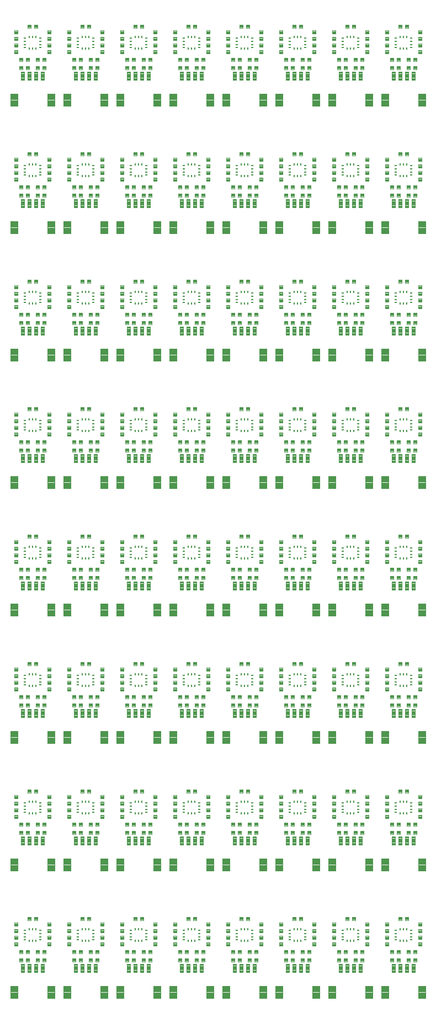
<source format=gtp>
G04 EAGLE Gerber RS-274X export*
G75*
%MOMM*%
%FSLAX34Y34*%
%LPD*%
%INSolderpaste Top*%
%IPPOS*%
%AMOC8*
5,1,8,0,0,1.08239X$1,22.5*%
G01*
%ADD10C,0.102000*%
%ADD11C,0.096000*%
%ADD12R,0.375000X0.200000*%
%ADD13R,0.200000X0.375000*%


D10*
X22890Y73710D02*
X17910Y73710D01*
X17910Y78690D01*
X22890Y78690D01*
X22890Y73710D01*
X22890Y74679D02*
X17910Y74679D01*
X17910Y75648D02*
X22890Y75648D01*
X22890Y76617D02*
X17910Y76617D01*
X17910Y77586D02*
X22890Y77586D01*
X22890Y78555D02*
X17910Y78555D01*
X27910Y73710D02*
X32890Y73710D01*
X27910Y73710D02*
X27910Y78690D01*
X32890Y78690D01*
X32890Y73710D01*
X32890Y74679D02*
X27910Y74679D01*
X27910Y75648D02*
X32890Y75648D01*
X32890Y76617D02*
X27910Y76617D01*
X27910Y77586D02*
X32890Y77586D01*
X32890Y78555D02*
X27910Y78555D01*
D11*
X15620Y4530D02*
X4580Y4530D01*
X4580Y23570D01*
X15620Y23570D01*
X15620Y4530D01*
X15620Y5442D02*
X4580Y5442D01*
X4580Y6354D02*
X15620Y6354D01*
X15620Y7266D02*
X4580Y7266D01*
X4580Y8178D02*
X15620Y8178D01*
X15620Y9090D02*
X4580Y9090D01*
X4580Y10002D02*
X15620Y10002D01*
X15620Y10914D02*
X4580Y10914D01*
X4580Y11826D02*
X15620Y11826D01*
X15620Y12738D02*
X4580Y12738D01*
X4580Y13650D02*
X15620Y13650D01*
X15620Y14562D02*
X4580Y14562D01*
X4580Y15474D02*
X15620Y15474D01*
X15620Y16386D02*
X4580Y16386D01*
X4580Y17298D02*
X15620Y17298D01*
X15620Y18210D02*
X4580Y18210D01*
X4580Y19122D02*
X15620Y19122D01*
X15620Y20034D02*
X4580Y20034D01*
X4580Y20946D02*
X15620Y20946D01*
X15620Y21858D02*
X4580Y21858D01*
X4580Y22770D02*
X15620Y22770D01*
X60580Y4530D02*
X71620Y4530D01*
X60580Y4530D02*
X60580Y23570D01*
X71620Y23570D01*
X71620Y4530D01*
X71620Y5442D02*
X60580Y5442D01*
X60580Y6354D02*
X71620Y6354D01*
X71620Y7266D02*
X60580Y7266D01*
X60580Y8178D02*
X71620Y8178D01*
X71620Y9090D02*
X60580Y9090D01*
X60580Y10002D02*
X71620Y10002D01*
X71620Y10914D02*
X60580Y10914D01*
X60580Y11826D02*
X71620Y11826D01*
X71620Y12738D02*
X60580Y12738D01*
X60580Y13650D02*
X71620Y13650D01*
X71620Y14562D02*
X60580Y14562D01*
X60580Y15474D02*
X71620Y15474D01*
X71620Y16386D02*
X60580Y16386D01*
X60580Y17298D02*
X71620Y17298D01*
X71620Y18210D02*
X60580Y18210D01*
X60580Y19122D02*
X71620Y19122D01*
X71620Y20034D02*
X60580Y20034D01*
X60580Y20946D02*
X71620Y20946D01*
X71620Y21858D02*
X60580Y21858D01*
X60580Y22770D02*
X71620Y22770D01*
D10*
X25590Y44560D02*
X20610Y44560D01*
X20610Y57040D01*
X25590Y57040D01*
X25590Y44560D01*
X25590Y45529D02*
X20610Y45529D01*
X20610Y46498D02*
X25590Y46498D01*
X25590Y47467D02*
X20610Y47467D01*
X20610Y48436D02*
X25590Y48436D01*
X25590Y49405D02*
X20610Y49405D01*
X20610Y50374D02*
X25590Y50374D01*
X25590Y51343D02*
X20610Y51343D01*
X20610Y52312D02*
X25590Y52312D01*
X25590Y53281D02*
X20610Y53281D01*
X20610Y54250D02*
X25590Y54250D01*
X25590Y55219D02*
X20610Y55219D01*
X20610Y56188D02*
X25590Y56188D01*
X30610Y44560D02*
X35590Y44560D01*
X30610Y44560D02*
X30610Y57040D01*
X35590Y57040D01*
X35590Y44560D01*
X35590Y45529D02*
X30610Y45529D01*
X30610Y46498D02*
X35590Y46498D01*
X35590Y47467D02*
X30610Y47467D01*
X30610Y48436D02*
X35590Y48436D01*
X35590Y49405D02*
X30610Y49405D01*
X30610Y50374D02*
X35590Y50374D01*
X35590Y51343D02*
X30610Y51343D01*
X30610Y52312D02*
X35590Y52312D01*
X35590Y53281D02*
X30610Y53281D01*
X30610Y54250D02*
X35590Y54250D01*
X35590Y55219D02*
X30610Y55219D01*
X30610Y56188D02*
X35590Y56188D01*
X40610Y44560D02*
X45590Y44560D01*
X40610Y44560D02*
X40610Y57040D01*
X45590Y57040D01*
X45590Y44560D01*
X45590Y45529D02*
X40610Y45529D01*
X40610Y46498D02*
X45590Y46498D01*
X45590Y47467D02*
X40610Y47467D01*
X40610Y48436D02*
X45590Y48436D01*
X45590Y49405D02*
X40610Y49405D01*
X40610Y50374D02*
X45590Y50374D01*
X45590Y51343D02*
X40610Y51343D01*
X40610Y52312D02*
X45590Y52312D01*
X45590Y53281D02*
X40610Y53281D01*
X40610Y54250D02*
X45590Y54250D01*
X45590Y55219D02*
X40610Y55219D01*
X40610Y56188D02*
X45590Y56188D01*
X50610Y44560D02*
X55590Y44560D01*
X50610Y44560D02*
X50610Y57040D01*
X55590Y57040D01*
X55590Y44560D01*
X55590Y45529D02*
X50610Y45529D01*
X50610Y46498D02*
X55590Y46498D01*
X55590Y47467D02*
X50610Y47467D01*
X50610Y48436D02*
X55590Y48436D01*
X55590Y49405D02*
X50610Y49405D01*
X50610Y50374D02*
X55590Y50374D01*
X55590Y51343D02*
X50610Y51343D01*
X50610Y52312D02*
X55590Y52312D01*
X55590Y53281D02*
X50610Y53281D01*
X50610Y54250D02*
X55590Y54250D01*
X55590Y55219D02*
X50610Y55219D01*
X50610Y56188D02*
X55590Y56188D01*
X48290Y73710D02*
X43310Y73710D01*
X43310Y78690D01*
X48290Y78690D01*
X48290Y73710D01*
X48290Y74679D02*
X43310Y74679D01*
X43310Y75648D02*
X48290Y75648D01*
X48290Y76617D02*
X43310Y76617D01*
X43310Y77586D02*
X48290Y77586D01*
X48290Y78555D02*
X43310Y78555D01*
X53310Y73710D02*
X58290Y73710D01*
X53310Y73710D02*
X53310Y78690D01*
X58290Y78690D01*
X58290Y73710D01*
X58290Y74679D02*
X53310Y74679D01*
X53310Y75648D02*
X58290Y75648D01*
X58290Y76617D02*
X53310Y76617D01*
X53310Y77586D02*
X58290Y77586D01*
X58290Y78555D02*
X53310Y78555D01*
X48290Y61010D02*
X43310Y61010D01*
X43310Y65990D01*
X48290Y65990D01*
X48290Y61010D01*
X48290Y61979D02*
X43310Y61979D01*
X43310Y62948D02*
X48290Y62948D01*
X48290Y63917D02*
X43310Y63917D01*
X43310Y64886D02*
X48290Y64886D01*
X48290Y65855D02*
X43310Y65855D01*
X53310Y61010D02*
X58290Y61010D01*
X53310Y61010D02*
X53310Y65990D01*
X58290Y65990D01*
X58290Y61010D01*
X58290Y61979D02*
X53310Y61979D01*
X53310Y62948D02*
X58290Y62948D01*
X58290Y63917D02*
X53310Y63917D01*
X53310Y64886D02*
X58290Y64886D01*
X58290Y65855D02*
X53310Y65855D01*
X65990Y85220D02*
X65990Y90200D01*
X65990Y85220D02*
X61010Y85220D01*
X61010Y90200D01*
X65990Y90200D01*
X65990Y86189D02*
X61010Y86189D01*
X61010Y87158D02*
X65990Y87158D01*
X65990Y88127D02*
X61010Y88127D01*
X61010Y89096D02*
X65990Y89096D01*
X65990Y90065D02*
X61010Y90065D01*
X65990Y95220D02*
X65990Y100200D01*
X65990Y95220D02*
X61010Y95220D01*
X61010Y100200D01*
X65990Y100200D01*
X65990Y96189D02*
X61010Y96189D01*
X61010Y97158D02*
X65990Y97158D01*
X65990Y98127D02*
X61010Y98127D01*
X61010Y99096D02*
X65990Y99096D01*
X65990Y100065D02*
X61010Y100065D01*
X22890Y61010D02*
X17910Y61010D01*
X17910Y65990D01*
X22890Y65990D01*
X22890Y61010D01*
X22890Y61979D02*
X17910Y61979D01*
X17910Y62948D02*
X22890Y62948D01*
X22890Y63917D02*
X17910Y63917D01*
X17910Y64886D02*
X22890Y64886D01*
X22890Y65855D02*
X17910Y65855D01*
X27910Y61010D02*
X32890Y61010D01*
X27910Y61010D02*
X27910Y65990D01*
X32890Y65990D01*
X32890Y61010D01*
X32890Y61979D02*
X27910Y61979D01*
X27910Y62948D02*
X32890Y62948D01*
X32890Y63917D02*
X27910Y63917D01*
X27910Y64886D02*
X32890Y64886D01*
X32890Y65855D02*
X27910Y65855D01*
X30610Y124510D02*
X35590Y124510D01*
X30610Y124510D02*
X30610Y129490D01*
X35590Y129490D01*
X35590Y124510D01*
X35590Y125479D02*
X30610Y125479D01*
X30610Y126448D02*
X35590Y126448D01*
X35590Y127417D02*
X30610Y127417D01*
X30610Y128386D02*
X35590Y128386D01*
X35590Y129355D02*
X30610Y129355D01*
X40610Y124510D02*
X45590Y124510D01*
X40610Y124510D02*
X40610Y129490D01*
X45590Y129490D01*
X45590Y124510D01*
X45590Y125479D02*
X40610Y125479D01*
X40610Y126448D02*
X45590Y126448D01*
X45590Y127417D02*
X40610Y127417D01*
X40610Y128386D02*
X45590Y128386D01*
X45590Y129355D02*
X40610Y129355D01*
D12*
X49725Y94100D03*
X49725Y99100D03*
X49725Y104100D03*
X49725Y109100D03*
X26475Y109100D03*
X26475Y104100D03*
X26475Y99100D03*
X26475Y94100D03*
D13*
X43100Y110725D03*
X38100Y110725D03*
X33100Y110725D03*
X33100Y92475D03*
X38100Y92475D03*
X43100Y92475D03*
D10*
X61010Y115540D02*
X61010Y120520D01*
X65990Y120520D01*
X65990Y115540D01*
X61010Y115540D01*
X61010Y116509D02*
X65990Y116509D01*
X65990Y117478D02*
X61010Y117478D01*
X61010Y118447D02*
X65990Y118447D01*
X65990Y119416D02*
X61010Y119416D01*
X61010Y120385D02*
X65990Y120385D01*
X61010Y110520D02*
X61010Y105540D01*
X61010Y110520D02*
X65990Y110520D01*
X65990Y105540D01*
X61010Y105540D01*
X61010Y106509D02*
X65990Y106509D01*
X65990Y107478D02*
X61010Y107478D01*
X61010Y108447D02*
X65990Y108447D01*
X65990Y109416D02*
X61010Y109416D01*
X61010Y110385D02*
X65990Y110385D01*
X10210Y115540D02*
X10210Y120520D01*
X15190Y120520D01*
X15190Y115540D01*
X10210Y115540D01*
X10210Y116509D02*
X15190Y116509D01*
X15190Y117478D02*
X10210Y117478D01*
X10210Y118447D02*
X15190Y118447D01*
X15190Y119416D02*
X10210Y119416D01*
X10210Y120385D02*
X15190Y120385D01*
X10210Y110520D02*
X10210Y105540D01*
X10210Y110520D02*
X15190Y110520D01*
X15190Y105540D01*
X10210Y105540D01*
X10210Y106509D02*
X15190Y106509D01*
X15190Y107478D02*
X10210Y107478D01*
X10210Y108447D02*
X15190Y108447D01*
X15190Y109416D02*
X10210Y109416D01*
X10210Y110385D02*
X15190Y110385D01*
X15190Y90200D02*
X15190Y85220D01*
X10210Y85220D01*
X10210Y90200D01*
X15190Y90200D01*
X15190Y86189D02*
X10210Y86189D01*
X10210Y87158D02*
X15190Y87158D01*
X15190Y88127D02*
X10210Y88127D01*
X10210Y89096D02*
X15190Y89096D01*
X15190Y90065D02*
X10210Y90065D01*
X15190Y95220D02*
X15190Y100200D01*
X15190Y95220D02*
X10210Y95220D01*
X10210Y100200D01*
X15190Y100200D01*
X15190Y96189D02*
X10210Y96189D01*
X10210Y97158D02*
X15190Y97158D01*
X15190Y98127D02*
X10210Y98127D01*
X10210Y99096D02*
X15190Y99096D01*
X15190Y100065D02*
X10210Y100065D01*
X99190Y73710D02*
X104170Y73710D01*
X99190Y73710D02*
X99190Y78690D01*
X104170Y78690D01*
X104170Y73710D01*
X104170Y74679D02*
X99190Y74679D01*
X99190Y75648D02*
X104170Y75648D01*
X104170Y76617D02*
X99190Y76617D01*
X99190Y77586D02*
X104170Y77586D01*
X104170Y78555D02*
X99190Y78555D01*
X109190Y73710D02*
X114170Y73710D01*
X109190Y73710D02*
X109190Y78690D01*
X114170Y78690D01*
X114170Y73710D01*
X114170Y74679D02*
X109190Y74679D01*
X109190Y75648D02*
X114170Y75648D01*
X114170Y76617D02*
X109190Y76617D01*
X109190Y77586D02*
X114170Y77586D01*
X114170Y78555D02*
X109190Y78555D01*
D11*
X96900Y4530D02*
X85860Y4530D01*
X85860Y23570D01*
X96900Y23570D01*
X96900Y4530D01*
X96900Y5442D02*
X85860Y5442D01*
X85860Y6354D02*
X96900Y6354D01*
X96900Y7266D02*
X85860Y7266D01*
X85860Y8178D02*
X96900Y8178D01*
X96900Y9090D02*
X85860Y9090D01*
X85860Y10002D02*
X96900Y10002D01*
X96900Y10914D02*
X85860Y10914D01*
X85860Y11826D02*
X96900Y11826D01*
X96900Y12738D02*
X85860Y12738D01*
X85860Y13650D02*
X96900Y13650D01*
X96900Y14562D02*
X85860Y14562D01*
X85860Y15474D02*
X96900Y15474D01*
X96900Y16386D02*
X85860Y16386D01*
X85860Y17298D02*
X96900Y17298D01*
X96900Y18210D02*
X85860Y18210D01*
X85860Y19122D02*
X96900Y19122D01*
X96900Y20034D02*
X85860Y20034D01*
X85860Y20946D02*
X96900Y20946D01*
X96900Y21858D02*
X85860Y21858D01*
X85860Y22770D02*
X96900Y22770D01*
X141860Y4530D02*
X152900Y4530D01*
X141860Y4530D02*
X141860Y23570D01*
X152900Y23570D01*
X152900Y4530D01*
X152900Y5442D02*
X141860Y5442D01*
X141860Y6354D02*
X152900Y6354D01*
X152900Y7266D02*
X141860Y7266D01*
X141860Y8178D02*
X152900Y8178D01*
X152900Y9090D02*
X141860Y9090D01*
X141860Y10002D02*
X152900Y10002D01*
X152900Y10914D02*
X141860Y10914D01*
X141860Y11826D02*
X152900Y11826D01*
X152900Y12738D02*
X141860Y12738D01*
X141860Y13650D02*
X152900Y13650D01*
X152900Y14562D02*
X141860Y14562D01*
X141860Y15474D02*
X152900Y15474D01*
X152900Y16386D02*
X141860Y16386D01*
X141860Y17298D02*
X152900Y17298D01*
X152900Y18210D02*
X141860Y18210D01*
X141860Y19122D02*
X152900Y19122D01*
X152900Y20034D02*
X141860Y20034D01*
X141860Y20946D02*
X152900Y20946D01*
X152900Y21858D02*
X141860Y21858D01*
X141860Y22770D02*
X152900Y22770D01*
D10*
X106870Y44560D02*
X101890Y44560D01*
X101890Y57040D01*
X106870Y57040D01*
X106870Y44560D01*
X106870Y45529D02*
X101890Y45529D01*
X101890Y46498D02*
X106870Y46498D01*
X106870Y47467D02*
X101890Y47467D01*
X101890Y48436D02*
X106870Y48436D01*
X106870Y49405D02*
X101890Y49405D01*
X101890Y50374D02*
X106870Y50374D01*
X106870Y51343D02*
X101890Y51343D01*
X101890Y52312D02*
X106870Y52312D01*
X106870Y53281D02*
X101890Y53281D01*
X101890Y54250D02*
X106870Y54250D01*
X106870Y55219D02*
X101890Y55219D01*
X101890Y56188D02*
X106870Y56188D01*
X111890Y44560D02*
X116870Y44560D01*
X111890Y44560D02*
X111890Y57040D01*
X116870Y57040D01*
X116870Y44560D01*
X116870Y45529D02*
X111890Y45529D01*
X111890Y46498D02*
X116870Y46498D01*
X116870Y47467D02*
X111890Y47467D01*
X111890Y48436D02*
X116870Y48436D01*
X116870Y49405D02*
X111890Y49405D01*
X111890Y50374D02*
X116870Y50374D01*
X116870Y51343D02*
X111890Y51343D01*
X111890Y52312D02*
X116870Y52312D01*
X116870Y53281D02*
X111890Y53281D01*
X111890Y54250D02*
X116870Y54250D01*
X116870Y55219D02*
X111890Y55219D01*
X111890Y56188D02*
X116870Y56188D01*
X121890Y44560D02*
X126870Y44560D01*
X121890Y44560D02*
X121890Y57040D01*
X126870Y57040D01*
X126870Y44560D01*
X126870Y45529D02*
X121890Y45529D01*
X121890Y46498D02*
X126870Y46498D01*
X126870Y47467D02*
X121890Y47467D01*
X121890Y48436D02*
X126870Y48436D01*
X126870Y49405D02*
X121890Y49405D01*
X121890Y50374D02*
X126870Y50374D01*
X126870Y51343D02*
X121890Y51343D01*
X121890Y52312D02*
X126870Y52312D01*
X126870Y53281D02*
X121890Y53281D01*
X121890Y54250D02*
X126870Y54250D01*
X126870Y55219D02*
X121890Y55219D01*
X121890Y56188D02*
X126870Y56188D01*
X131890Y44560D02*
X136870Y44560D01*
X131890Y44560D02*
X131890Y57040D01*
X136870Y57040D01*
X136870Y44560D01*
X136870Y45529D02*
X131890Y45529D01*
X131890Y46498D02*
X136870Y46498D01*
X136870Y47467D02*
X131890Y47467D01*
X131890Y48436D02*
X136870Y48436D01*
X136870Y49405D02*
X131890Y49405D01*
X131890Y50374D02*
X136870Y50374D01*
X136870Y51343D02*
X131890Y51343D01*
X131890Y52312D02*
X136870Y52312D01*
X136870Y53281D02*
X131890Y53281D01*
X131890Y54250D02*
X136870Y54250D01*
X136870Y55219D02*
X131890Y55219D01*
X131890Y56188D02*
X136870Y56188D01*
X129570Y73710D02*
X124590Y73710D01*
X124590Y78690D01*
X129570Y78690D01*
X129570Y73710D01*
X129570Y74679D02*
X124590Y74679D01*
X124590Y75648D02*
X129570Y75648D01*
X129570Y76617D02*
X124590Y76617D01*
X124590Y77586D02*
X129570Y77586D01*
X129570Y78555D02*
X124590Y78555D01*
X134590Y73710D02*
X139570Y73710D01*
X134590Y73710D02*
X134590Y78690D01*
X139570Y78690D01*
X139570Y73710D01*
X139570Y74679D02*
X134590Y74679D01*
X134590Y75648D02*
X139570Y75648D01*
X139570Y76617D02*
X134590Y76617D01*
X134590Y77586D02*
X139570Y77586D01*
X139570Y78555D02*
X134590Y78555D01*
X129570Y61010D02*
X124590Y61010D01*
X124590Y65990D01*
X129570Y65990D01*
X129570Y61010D01*
X129570Y61979D02*
X124590Y61979D01*
X124590Y62948D02*
X129570Y62948D01*
X129570Y63917D02*
X124590Y63917D01*
X124590Y64886D02*
X129570Y64886D01*
X129570Y65855D02*
X124590Y65855D01*
X134590Y61010D02*
X139570Y61010D01*
X134590Y61010D02*
X134590Y65990D01*
X139570Y65990D01*
X139570Y61010D01*
X139570Y61979D02*
X134590Y61979D01*
X134590Y62948D02*
X139570Y62948D01*
X139570Y63917D02*
X134590Y63917D01*
X134590Y64886D02*
X139570Y64886D01*
X139570Y65855D02*
X134590Y65855D01*
X147270Y85220D02*
X147270Y90200D01*
X147270Y85220D02*
X142290Y85220D01*
X142290Y90200D01*
X147270Y90200D01*
X147270Y86189D02*
X142290Y86189D01*
X142290Y87158D02*
X147270Y87158D01*
X147270Y88127D02*
X142290Y88127D01*
X142290Y89096D02*
X147270Y89096D01*
X147270Y90065D02*
X142290Y90065D01*
X147270Y95220D02*
X147270Y100200D01*
X147270Y95220D02*
X142290Y95220D01*
X142290Y100200D01*
X147270Y100200D01*
X147270Y96189D02*
X142290Y96189D01*
X142290Y97158D02*
X147270Y97158D01*
X147270Y98127D02*
X142290Y98127D01*
X142290Y99096D02*
X147270Y99096D01*
X147270Y100065D02*
X142290Y100065D01*
X104170Y61010D02*
X99190Y61010D01*
X99190Y65990D01*
X104170Y65990D01*
X104170Y61010D01*
X104170Y61979D02*
X99190Y61979D01*
X99190Y62948D02*
X104170Y62948D01*
X104170Y63917D02*
X99190Y63917D01*
X99190Y64886D02*
X104170Y64886D01*
X104170Y65855D02*
X99190Y65855D01*
X109190Y61010D02*
X114170Y61010D01*
X109190Y61010D02*
X109190Y65990D01*
X114170Y65990D01*
X114170Y61010D01*
X114170Y61979D02*
X109190Y61979D01*
X109190Y62948D02*
X114170Y62948D01*
X114170Y63917D02*
X109190Y63917D01*
X109190Y64886D02*
X114170Y64886D01*
X114170Y65855D02*
X109190Y65855D01*
X111890Y124510D02*
X116870Y124510D01*
X111890Y124510D02*
X111890Y129490D01*
X116870Y129490D01*
X116870Y124510D01*
X116870Y125479D02*
X111890Y125479D01*
X111890Y126448D02*
X116870Y126448D01*
X116870Y127417D02*
X111890Y127417D01*
X111890Y128386D02*
X116870Y128386D01*
X116870Y129355D02*
X111890Y129355D01*
X121890Y124510D02*
X126870Y124510D01*
X121890Y124510D02*
X121890Y129490D01*
X126870Y129490D01*
X126870Y124510D01*
X126870Y125479D02*
X121890Y125479D01*
X121890Y126448D02*
X126870Y126448D01*
X126870Y127417D02*
X121890Y127417D01*
X121890Y128386D02*
X126870Y128386D01*
X126870Y129355D02*
X121890Y129355D01*
D12*
X131005Y94100D03*
X131005Y99100D03*
X131005Y104100D03*
X131005Y109100D03*
X107755Y109100D03*
X107755Y104100D03*
X107755Y99100D03*
X107755Y94100D03*
D13*
X124380Y110725D03*
X119380Y110725D03*
X114380Y110725D03*
X114380Y92475D03*
X119380Y92475D03*
X124380Y92475D03*
D10*
X142290Y115540D02*
X142290Y120520D01*
X147270Y120520D01*
X147270Y115540D01*
X142290Y115540D01*
X142290Y116509D02*
X147270Y116509D01*
X147270Y117478D02*
X142290Y117478D01*
X142290Y118447D02*
X147270Y118447D01*
X147270Y119416D02*
X142290Y119416D01*
X142290Y120385D02*
X147270Y120385D01*
X142290Y110520D02*
X142290Y105540D01*
X142290Y110520D02*
X147270Y110520D01*
X147270Y105540D01*
X142290Y105540D01*
X142290Y106509D02*
X147270Y106509D01*
X147270Y107478D02*
X142290Y107478D01*
X142290Y108447D02*
X147270Y108447D01*
X147270Y109416D02*
X142290Y109416D01*
X142290Y110385D02*
X147270Y110385D01*
X91490Y115540D02*
X91490Y120520D01*
X96470Y120520D01*
X96470Y115540D01*
X91490Y115540D01*
X91490Y116509D02*
X96470Y116509D01*
X96470Y117478D02*
X91490Y117478D01*
X91490Y118447D02*
X96470Y118447D01*
X96470Y119416D02*
X91490Y119416D01*
X91490Y120385D02*
X96470Y120385D01*
X91490Y110520D02*
X91490Y105540D01*
X91490Y110520D02*
X96470Y110520D01*
X96470Y105540D01*
X91490Y105540D01*
X91490Y106509D02*
X96470Y106509D01*
X96470Y107478D02*
X91490Y107478D01*
X91490Y108447D02*
X96470Y108447D01*
X96470Y109416D02*
X91490Y109416D01*
X91490Y110385D02*
X96470Y110385D01*
X96470Y90200D02*
X96470Y85220D01*
X91490Y85220D01*
X91490Y90200D01*
X96470Y90200D01*
X96470Y86189D02*
X91490Y86189D01*
X91490Y87158D02*
X96470Y87158D01*
X96470Y88127D02*
X91490Y88127D01*
X91490Y89096D02*
X96470Y89096D01*
X96470Y90065D02*
X91490Y90065D01*
X96470Y95220D02*
X96470Y100200D01*
X96470Y95220D02*
X91490Y95220D01*
X91490Y100200D01*
X96470Y100200D01*
X96470Y96189D02*
X91490Y96189D01*
X91490Y97158D02*
X96470Y97158D01*
X96470Y98127D02*
X91490Y98127D01*
X91490Y99096D02*
X96470Y99096D01*
X96470Y100065D02*
X91490Y100065D01*
X180470Y73710D02*
X185450Y73710D01*
X180470Y73710D02*
X180470Y78690D01*
X185450Y78690D01*
X185450Y73710D01*
X185450Y74679D02*
X180470Y74679D01*
X180470Y75648D02*
X185450Y75648D01*
X185450Y76617D02*
X180470Y76617D01*
X180470Y77586D02*
X185450Y77586D01*
X185450Y78555D02*
X180470Y78555D01*
X190470Y73710D02*
X195450Y73710D01*
X190470Y73710D02*
X190470Y78690D01*
X195450Y78690D01*
X195450Y73710D01*
X195450Y74679D02*
X190470Y74679D01*
X190470Y75648D02*
X195450Y75648D01*
X195450Y76617D02*
X190470Y76617D01*
X190470Y77586D02*
X195450Y77586D01*
X195450Y78555D02*
X190470Y78555D01*
D11*
X178180Y4530D02*
X167140Y4530D01*
X167140Y23570D01*
X178180Y23570D01*
X178180Y4530D01*
X178180Y5442D02*
X167140Y5442D01*
X167140Y6354D02*
X178180Y6354D01*
X178180Y7266D02*
X167140Y7266D01*
X167140Y8178D02*
X178180Y8178D01*
X178180Y9090D02*
X167140Y9090D01*
X167140Y10002D02*
X178180Y10002D01*
X178180Y10914D02*
X167140Y10914D01*
X167140Y11826D02*
X178180Y11826D01*
X178180Y12738D02*
X167140Y12738D01*
X167140Y13650D02*
X178180Y13650D01*
X178180Y14562D02*
X167140Y14562D01*
X167140Y15474D02*
X178180Y15474D01*
X178180Y16386D02*
X167140Y16386D01*
X167140Y17298D02*
X178180Y17298D01*
X178180Y18210D02*
X167140Y18210D01*
X167140Y19122D02*
X178180Y19122D01*
X178180Y20034D02*
X167140Y20034D01*
X167140Y20946D02*
X178180Y20946D01*
X178180Y21858D02*
X167140Y21858D01*
X167140Y22770D02*
X178180Y22770D01*
X223140Y4530D02*
X234180Y4530D01*
X223140Y4530D02*
X223140Y23570D01*
X234180Y23570D01*
X234180Y4530D01*
X234180Y5442D02*
X223140Y5442D01*
X223140Y6354D02*
X234180Y6354D01*
X234180Y7266D02*
X223140Y7266D01*
X223140Y8178D02*
X234180Y8178D01*
X234180Y9090D02*
X223140Y9090D01*
X223140Y10002D02*
X234180Y10002D01*
X234180Y10914D02*
X223140Y10914D01*
X223140Y11826D02*
X234180Y11826D01*
X234180Y12738D02*
X223140Y12738D01*
X223140Y13650D02*
X234180Y13650D01*
X234180Y14562D02*
X223140Y14562D01*
X223140Y15474D02*
X234180Y15474D01*
X234180Y16386D02*
X223140Y16386D01*
X223140Y17298D02*
X234180Y17298D01*
X234180Y18210D02*
X223140Y18210D01*
X223140Y19122D02*
X234180Y19122D01*
X234180Y20034D02*
X223140Y20034D01*
X223140Y20946D02*
X234180Y20946D01*
X234180Y21858D02*
X223140Y21858D01*
X223140Y22770D02*
X234180Y22770D01*
D10*
X188150Y44560D02*
X183170Y44560D01*
X183170Y57040D01*
X188150Y57040D01*
X188150Y44560D01*
X188150Y45529D02*
X183170Y45529D01*
X183170Y46498D02*
X188150Y46498D01*
X188150Y47467D02*
X183170Y47467D01*
X183170Y48436D02*
X188150Y48436D01*
X188150Y49405D02*
X183170Y49405D01*
X183170Y50374D02*
X188150Y50374D01*
X188150Y51343D02*
X183170Y51343D01*
X183170Y52312D02*
X188150Y52312D01*
X188150Y53281D02*
X183170Y53281D01*
X183170Y54250D02*
X188150Y54250D01*
X188150Y55219D02*
X183170Y55219D01*
X183170Y56188D02*
X188150Y56188D01*
X193170Y44560D02*
X198150Y44560D01*
X193170Y44560D02*
X193170Y57040D01*
X198150Y57040D01*
X198150Y44560D01*
X198150Y45529D02*
X193170Y45529D01*
X193170Y46498D02*
X198150Y46498D01*
X198150Y47467D02*
X193170Y47467D01*
X193170Y48436D02*
X198150Y48436D01*
X198150Y49405D02*
X193170Y49405D01*
X193170Y50374D02*
X198150Y50374D01*
X198150Y51343D02*
X193170Y51343D01*
X193170Y52312D02*
X198150Y52312D01*
X198150Y53281D02*
X193170Y53281D01*
X193170Y54250D02*
X198150Y54250D01*
X198150Y55219D02*
X193170Y55219D01*
X193170Y56188D02*
X198150Y56188D01*
X203170Y44560D02*
X208150Y44560D01*
X203170Y44560D02*
X203170Y57040D01*
X208150Y57040D01*
X208150Y44560D01*
X208150Y45529D02*
X203170Y45529D01*
X203170Y46498D02*
X208150Y46498D01*
X208150Y47467D02*
X203170Y47467D01*
X203170Y48436D02*
X208150Y48436D01*
X208150Y49405D02*
X203170Y49405D01*
X203170Y50374D02*
X208150Y50374D01*
X208150Y51343D02*
X203170Y51343D01*
X203170Y52312D02*
X208150Y52312D01*
X208150Y53281D02*
X203170Y53281D01*
X203170Y54250D02*
X208150Y54250D01*
X208150Y55219D02*
X203170Y55219D01*
X203170Y56188D02*
X208150Y56188D01*
X213170Y44560D02*
X218150Y44560D01*
X213170Y44560D02*
X213170Y57040D01*
X218150Y57040D01*
X218150Y44560D01*
X218150Y45529D02*
X213170Y45529D01*
X213170Y46498D02*
X218150Y46498D01*
X218150Y47467D02*
X213170Y47467D01*
X213170Y48436D02*
X218150Y48436D01*
X218150Y49405D02*
X213170Y49405D01*
X213170Y50374D02*
X218150Y50374D01*
X218150Y51343D02*
X213170Y51343D01*
X213170Y52312D02*
X218150Y52312D01*
X218150Y53281D02*
X213170Y53281D01*
X213170Y54250D02*
X218150Y54250D01*
X218150Y55219D02*
X213170Y55219D01*
X213170Y56188D02*
X218150Y56188D01*
X210850Y73710D02*
X205870Y73710D01*
X205870Y78690D01*
X210850Y78690D01*
X210850Y73710D01*
X210850Y74679D02*
X205870Y74679D01*
X205870Y75648D02*
X210850Y75648D01*
X210850Y76617D02*
X205870Y76617D01*
X205870Y77586D02*
X210850Y77586D01*
X210850Y78555D02*
X205870Y78555D01*
X215870Y73710D02*
X220850Y73710D01*
X215870Y73710D02*
X215870Y78690D01*
X220850Y78690D01*
X220850Y73710D01*
X220850Y74679D02*
X215870Y74679D01*
X215870Y75648D02*
X220850Y75648D01*
X220850Y76617D02*
X215870Y76617D01*
X215870Y77586D02*
X220850Y77586D01*
X220850Y78555D02*
X215870Y78555D01*
X210850Y61010D02*
X205870Y61010D01*
X205870Y65990D01*
X210850Y65990D01*
X210850Y61010D01*
X210850Y61979D02*
X205870Y61979D01*
X205870Y62948D02*
X210850Y62948D01*
X210850Y63917D02*
X205870Y63917D01*
X205870Y64886D02*
X210850Y64886D01*
X210850Y65855D02*
X205870Y65855D01*
X215870Y61010D02*
X220850Y61010D01*
X215870Y61010D02*
X215870Y65990D01*
X220850Y65990D01*
X220850Y61010D01*
X220850Y61979D02*
X215870Y61979D01*
X215870Y62948D02*
X220850Y62948D01*
X220850Y63917D02*
X215870Y63917D01*
X215870Y64886D02*
X220850Y64886D01*
X220850Y65855D02*
X215870Y65855D01*
X228550Y85220D02*
X228550Y90200D01*
X228550Y85220D02*
X223570Y85220D01*
X223570Y90200D01*
X228550Y90200D01*
X228550Y86189D02*
X223570Y86189D01*
X223570Y87158D02*
X228550Y87158D01*
X228550Y88127D02*
X223570Y88127D01*
X223570Y89096D02*
X228550Y89096D01*
X228550Y90065D02*
X223570Y90065D01*
X228550Y95220D02*
X228550Y100200D01*
X228550Y95220D02*
X223570Y95220D01*
X223570Y100200D01*
X228550Y100200D01*
X228550Y96189D02*
X223570Y96189D01*
X223570Y97158D02*
X228550Y97158D01*
X228550Y98127D02*
X223570Y98127D01*
X223570Y99096D02*
X228550Y99096D01*
X228550Y100065D02*
X223570Y100065D01*
X185450Y61010D02*
X180470Y61010D01*
X180470Y65990D01*
X185450Y65990D01*
X185450Y61010D01*
X185450Y61979D02*
X180470Y61979D01*
X180470Y62948D02*
X185450Y62948D01*
X185450Y63917D02*
X180470Y63917D01*
X180470Y64886D02*
X185450Y64886D01*
X185450Y65855D02*
X180470Y65855D01*
X190470Y61010D02*
X195450Y61010D01*
X190470Y61010D02*
X190470Y65990D01*
X195450Y65990D01*
X195450Y61010D01*
X195450Y61979D02*
X190470Y61979D01*
X190470Y62948D02*
X195450Y62948D01*
X195450Y63917D02*
X190470Y63917D01*
X190470Y64886D02*
X195450Y64886D01*
X195450Y65855D02*
X190470Y65855D01*
X193170Y124510D02*
X198150Y124510D01*
X193170Y124510D02*
X193170Y129490D01*
X198150Y129490D01*
X198150Y124510D01*
X198150Y125479D02*
X193170Y125479D01*
X193170Y126448D02*
X198150Y126448D01*
X198150Y127417D02*
X193170Y127417D01*
X193170Y128386D02*
X198150Y128386D01*
X198150Y129355D02*
X193170Y129355D01*
X203170Y124510D02*
X208150Y124510D01*
X203170Y124510D02*
X203170Y129490D01*
X208150Y129490D01*
X208150Y124510D01*
X208150Y125479D02*
X203170Y125479D01*
X203170Y126448D02*
X208150Y126448D01*
X208150Y127417D02*
X203170Y127417D01*
X203170Y128386D02*
X208150Y128386D01*
X208150Y129355D02*
X203170Y129355D01*
D12*
X212285Y94100D03*
X212285Y99100D03*
X212285Y104100D03*
X212285Y109100D03*
X189035Y109100D03*
X189035Y104100D03*
X189035Y99100D03*
X189035Y94100D03*
D13*
X205660Y110725D03*
X200660Y110725D03*
X195660Y110725D03*
X195660Y92475D03*
X200660Y92475D03*
X205660Y92475D03*
D10*
X223570Y115540D02*
X223570Y120520D01*
X228550Y120520D01*
X228550Y115540D01*
X223570Y115540D01*
X223570Y116509D02*
X228550Y116509D01*
X228550Y117478D02*
X223570Y117478D01*
X223570Y118447D02*
X228550Y118447D01*
X228550Y119416D02*
X223570Y119416D01*
X223570Y120385D02*
X228550Y120385D01*
X223570Y110520D02*
X223570Y105540D01*
X223570Y110520D02*
X228550Y110520D01*
X228550Y105540D01*
X223570Y105540D01*
X223570Y106509D02*
X228550Y106509D01*
X228550Y107478D02*
X223570Y107478D01*
X223570Y108447D02*
X228550Y108447D01*
X228550Y109416D02*
X223570Y109416D01*
X223570Y110385D02*
X228550Y110385D01*
X172770Y115540D02*
X172770Y120520D01*
X177750Y120520D01*
X177750Y115540D01*
X172770Y115540D01*
X172770Y116509D02*
X177750Y116509D01*
X177750Y117478D02*
X172770Y117478D01*
X172770Y118447D02*
X177750Y118447D01*
X177750Y119416D02*
X172770Y119416D01*
X172770Y120385D02*
X177750Y120385D01*
X172770Y110520D02*
X172770Y105540D01*
X172770Y110520D02*
X177750Y110520D01*
X177750Y105540D01*
X172770Y105540D01*
X172770Y106509D02*
X177750Y106509D01*
X177750Y107478D02*
X172770Y107478D01*
X172770Y108447D02*
X177750Y108447D01*
X177750Y109416D02*
X172770Y109416D01*
X172770Y110385D02*
X177750Y110385D01*
X177750Y90200D02*
X177750Y85220D01*
X172770Y85220D01*
X172770Y90200D01*
X177750Y90200D01*
X177750Y86189D02*
X172770Y86189D01*
X172770Y87158D02*
X177750Y87158D01*
X177750Y88127D02*
X172770Y88127D01*
X172770Y89096D02*
X177750Y89096D01*
X177750Y90065D02*
X172770Y90065D01*
X177750Y95220D02*
X177750Y100200D01*
X177750Y95220D02*
X172770Y95220D01*
X172770Y100200D01*
X177750Y100200D01*
X177750Y96189D02*
X172770Y96189D01*
X172770Y97158D02*
X177750Y97158D01*
X177750Y98127D02*
X172770Y98127D01*
X172770Y99096D02*
X177750Y99096D01*
X177750Y100065D02*
X172770Y100065D01*
X261750Y73710D02*
X266730Y73710D01*
X261750Y73710D02*
X261750Y78690D01*
X266730Y78690D01*
X266730Y73710D01*
X266730Y74679D02*
X261750Y74679D01*
X261750Y75648D02*
X266730Y75648D01*
X266730Y76617D02*
X261750Y76617D01*
X261750Y77586D02*
X266730Y77586D01*
X266730Y78555D02*
X261750Y78555D01*
X271750Y73710D02*
X276730Y73710D01*
X271750Y73710D02*
X271750Y78690D01*
X276730Y78690D01*
X276730Y73710D01*
X276730Y74679D02*
X271750Y74679D01*
X271750Y75648D02*
X276730Y75648D01*
X276730Y76617D02*
X271750Y76617D01*
X271750Y77586D02*
X276730Y77586D01*
X276730Y78555D02*
X271750Y78555D01*
D11*
X259460Y4530D02*
X248420Y4530D01*
X248420Y23570D01*
X259460Y23570D01*
X259460Y4530D01*
X259460Y5442D02*
X248420Y5442D01*
X248420Y6354D02*
X259460Y6354D01*
X259460Y7266D02*
X248420Y7266D01*
X248420Y8178D02*
X259460Y8178D01*
X259460Y9090D02*
X248420Y9090D01*
X248420Y10002D02*
X259460Y10002D01*
X259460Y10914D02*
X248420Y10914D01*
X248420Y11826D02*
X259460Y11826D01*
X259460Y12738D02*
X248420Y12738D01*
X248420Y13650D02*
X259460Y13650D01*
X259460Y14562D02*
X248420Y14562D01*
X248420Y15474D02*
X259460Y15474D01*
X259460Y16386D02*
X248420Y16386D01*
X248420Y17298D02*
X259460Y17298D01*
X259460Y18210D02*
X248420Y18210D01*
X248420Y19122D02*
X259460Y19122D01*
X259460Y20034D02*
X248420Y20034D01*
X248420Y20946D02*
X259460Y20946D01*
X259460Y21858D02*
X248420Y21858D01*
X248420Y22770D02*
X259460Y22770D01*
X304420Y4530D02*
X315460Y4530D01*
X304420Y4530D02*
X304420Y23570D01*
X315460Y23570D01*
X315460Y4530D01*
X315460Y5442D02*
X304420Y5442D01*
X304420Y6354D02*
X315460Y6354D01*
X315460Y7266D02*
X304420Y7266D01*
X304420Y8178D02*
X315460Y8178D01*
X315460Y9090D02*
X304420Y9090D01*
X304420Y10002D02*
X315460Y10002D01*
X315460Y10914D02*
X304420Y10914D01*
X304420Y11826D02*
X315460Y11826D01*
X315460Y12738D02*
X304420Y12738D01*
X304420Y13650D02*
X315460Y13650D01*
X315460Y14562D02*
X304420Y14562D01*
X304420Y15474D02*
X315460Y15474D01*
X315460Y16386D02*
X304420Y16386D01*
X304420Y17298D02*
X315460Y17298D01*
X315460Y18210D02*
X304420Y18210D01*
X304420Y19122D02*
X315460Y19122D01*
X315460Y20034D02*
X304420Y20034D01*
X304420Y20946D02*
X315460Y20946D01*
X315460Y21858D02*
X304420Y21858D01*
X304420Y22770D02*
X315460Y22770D01*
D10*
X269430Y44560D02*
X264450Y44560D01*
X264450Y57040D01*
X269430Y57040D01*
X269430Y44560D01*
X269430Y45529D02*
X264450Y45529D01*
X264450Y46498D02*
X269430Y46498D01*
X269430Y47467D02*
X264450Y47467D01*
X264450Y48436D02*
X269430Y48436D01*
X269430Y49405D02*
X264450Y49405D01*
X264450Y50374D02*
X269430Y50374D01*
X269430Y51343D02*
X264450Y51343D01*
X264450Y52312D02*
X269430Y52312D01*
X269430Y53281D02*
X264450Y53281D01*
X264450Y54250D02*
X269430Y54250D01*
X269430Y55219D02*
X264450Y55219D01*
X264450Y56188D02*
X269430Y56188D01*
X274450Y44560D02*
X279430Y44560D01*
X274450Y44560D02*
X274450Y57040D01*
X279430Y57040D01*
X279430Y44560D01*
X279430Y45529D02*
X274450Y45529D01*
X274450Y46498D02*
X279430Y46498D01*
X279430Y47467D02*
X274450Y47467D01*
X274450Y48436D02*
X279430Y48436D01*
X279430Y49405D02*
X274450Y49405D01*
X274450Y50374D02*
X279430Y50374D01*
X279430Y51343D02*
X274450Y51343D01*
X274450Y52312D02*
X279430Y52312D01*
X279430Y53281D02*
X274450Y53281D01*
X274450Y54250D02*
X279430Y54250D01*
X279430Y55219D02*
X274450Y55219D01*
X274450Y56188D02*
X279430Y56188D01*
X284450Y44560D02*
X289430Y44560D01*
X284450Y44560D02*
X284450Y57040D01*
X289430Y57040D01*
X289430Y44560D01*
X289430Y45529D02*
X284450Y45529D01*
X284450Y46498D02*
X289430Y46498D01*
X289430Y47467D02*
X284450Y47467D01*
X284450Y48436D02*
X289430Y48436D01*
X289430Y49405D02*
X284450Y49405D01*
X284450Y50374D02*
X289430Y50374D01*
X289430Y51343D02*
X284450Y51343D01*
X284450Y52312D02*
X289430Y52312D01*
X289430Y53281D02*
X284450Y53281D01*
X284450Y54250D02*
X289430Y54250D01*
X289430Y55219D02*
X284450Y55219D01*
X284450Y56188D02*
X289430Y56188D01*
X294450Y44560D02*
X299430Y44560D01*
X294450Y44560D02*
X294450Y57040D01*
X299430Y57040D01*
X299430Y44560D01*
X299430Y45529D02*
X294450Y45529D01*
X294450Y46498D02*
X299430Y46498D01*
X299430Y47467D02*
X294450Y47467D01*
X294450Y48436D02*
X299430Y48436D01*
X299430Y49405D02*
X294450Y49405D01*
X294450Y50374D02*
X299430Y50374D01*
X299430Y51343D02*
X294450Y51343D01*
X294450Y52312D02*
X299430Y52312D01*
X299430Y53281D02*
X294450Y53281D01*
X294450Y54250D02*
X299430Y54250D01*
X299430Y55219D02*
X294450Y55219D01*
X294450Y56188D02*
X299430Y56188D01*
X292130Y73710D02*
X287150Y73710D01*
X287150Y78690D01*
X292130Y78690D01*
X292130Y73710D01*
X292130Y74679D02*
X287150Y74679D01*
X287150Y75648D02*
X292130Y75648D01*
X292130Y76617D02*
X287150Y76617D01*
X287150Y77586D02*
X292130Y77586D01*
X292130Y78555D02*
X287150Y78555D01*
X297150Y73710D02*
X302130Y73710D01*
X297150Y73710D02*
X297150Y78690D01*
X302130Y78690D01*
X302130Y73710D01*
X302130Y74679D02*
X297150Y74679D01*
X297150Y75648D02*
X302130Y75648D01*
X302130Y76617D02*
X297150Y76617D01*
X297150Y77586D02*
X302130Y77586D01*
X302130Y78555D02*
X297150Y78555D01*
X292130Y61010D02*
X287150Y61010D01*
X287150Y65990D01*
X292130Y65990D01*
X292130Y61010D01*
X292130Y61979D02*
X287150Y61979D01*
X287150Y62948D02*
X292130Y62948D01*
X292130Y63917D02*
X287150Y63917D01*
X287150Y64886D02*
X292130Y64886D01*
X292130Y65855D02*
X287150Y65855D01*
X297150Y61010D02*
X302130Y61010D01*
X297150Y61010D02*
X297150Y65990D01*
X302130Y65990D01*
X302130Y61010D01*
X302130Y61979D02*
X297150Y61979D01*
X297150Y62948D02*
X302130Y62948D01*
X302130Y63917D02*
X297150Y63917D01*
X297150Y64886D02*
X302130Y64886D01*
X302130Y65855D02*
X297150Y65855D01*
X309830Y85220D02*
X309830Y90200D01*
X309830Y85220D02*
X304850Y85220D01*
X304850Y90200D01*
X309830Y90200D01*
X309830Y86189D02*
X304850Y86189D01*
X304850Y87158D02*
X309830Y87158D01*
X309830Y88127D02*
X304850Y88127D01*
X304850Y89096D02*
X309830Y89096D01*
X309830Y90065D02*
X304850Y90065D01*
X309830Y95220D02*
X309830Y100200D01*
X309830Y95220D02*
X304850Y95220D01*
X304850Y100200D01*
X309830Y100200D01*
X309830Y96189D02*
X304850Y96189D01*
X304850Y97158D02*
X309830Y97158D01*
X309830Y98127D02*
X304850Y98127D01*
X304850Y99096D02*
X309830Y99096D01*
X309830Y100065D02*
X304850Y100065D01*
X266730Y61010D02*
X261750Y61010D01*
X261750Y65990D01*
X266730Y65990D01*
X266730Y61010D01*
X266730Y61979D02*
X261750Y61979D01*
X261750Y62948D02*
X266730Y62948D01*
X266730Y63917D02*
X261750Y63917D01*
X261750Y64886D02*
X266730Y64886D01*
X266730Y65855D02*
X261750Y65855D01*
X271750Y61010D02*
X276730Y61010D01*
X271750Y61010D02*
X271750Y65990D01*
X276730Y65990D01*
X276730Y61010D01*
X276730Y61979D02*
X271750Y61979D01*
X271750Y62948D02*
X276730Y62948D01*
X276730Y63917D02*
X271750Y63917D01*
X271750Y64886D02*
X276730Y64886D01*
X276730Y65855D02*
X271750Y65855D01*
X274450Y124510D02*
X279430Y124510D01*
X274450Y124510D02*
X274450Y129490D01*
X279430Y129490D01*
X279430Y124510D01*
X279430Y125479D02*
X274450Y125479D01*
X274450Y126448D02*
X279430Y126448D01*
X279430Y127417D02*
X274450Y127417D01*
X274450Y128386D02*
X279430Y128386D01*
X279430Y129355D02*
X274450Y129355D01*
X284450Y124510D02*
X289430Y124510D01*
X284450Y124510D02*
X284450Y129490D01*
X289430Y129490D01*
X289430Y124510D01*
X289430Y125479D02*
X284450Y125479D01*
X284450Y126448D02*
X289430Y126448D01*
X289430Y127417D02*
X284450Y127417D01*
X284450Y128386D02*
X289430Y128386D01*
X289430Y129355D02*
X284450Y129355D01*
D12*
X293565Y94100D03*
X293565Y99100D03*
X293565Y104100D03*
X293565Y109100D03*
X270315Y109100D03*
X270315Y104100D03*
X270315Y99100D03*
X270315Y94100D03*
D13*
X286940Y110725D03*
X281940Y110725D03*
X276940Y110725D03*
X276940Y92475D03*
X281940Y92475D03*
X286940Y92475D03*
D10*
X304850Y115540D02*
X304850Y120520D01*
X309830Y120520D01*
X309830Y115540D01*
X304850Y115540D01*
X304850Y116509D02*
X309830Y116509D01*
X309830Y117478D02*
X304850Y117478D01*
X304850Y118447D02*
X309830Y118447D01*
X309830Y119416D02*
X304850Y119416D01*
X304850Y120385D02*
X309830Y120385D01*
X304850Y110520D02*
X304850Y105540D01*
X304850Y110520D02*
X309830Y110520D01*
X309830Y105540D01*
X304850Y105540D01*
X304850Y106509D02*
X309830Y106509D01*
X309830Y107478D02*
X304850Y107478D01*
X304850Y108447D02*
X309830Y108447D01*
X309830Y109416D02*
X304850Y109416D01*
X304850Y110385D02*
X309830Y110385D01*
X254050Y115540D02*
X254050Y120520D01*
X259030Y120520D01*
X259030Y115540D01*
X254050Y115540D01*
X254050Y116509D02*
X259030Y116509D01*
X259030Y117478D02*
X254050Y117478D01*
X254050Y118447D02*
X259030Y118447D01*
X259030Y119416D02*
X254050Y119416D01*
X254050Y120385D02*
X259030Y120385D01*
X254050Y110520D02*
X254050Y105540D01*
X254050Y110520D02*
X259030Y110520D01*
X259030Y105540D01*
X254050Y105540D01*
X254050Y106509D02*
X259030Y106509D01*
X259030Y107478D02*
X254050Y107478D01*
X254050Y108447D02*
X259030Y108447D01*
X259030Y109416D02*
X254050Y109416D01*
X254050Y110385D02*
X259030Y110385D01*
X259030Y90200D02*
X259030Y85220D01*
X254050Y85220D01*
X254050Y90200D01*
X259030Y90200D01*
X259030Y86189D02*
X254050Y86189D01*
X254050Y87158D02*
X259030Y87158D01*
X259030Y88127D02*
X254050Y88127D01*
X254050Y89096D02*
X259030Y89096D01*
X259030Y90065D02*
X254050Y90065D01*
X259030Y95220D02*
X259030Y100200D01*
X259030Y95220D02*
X254050Y95220D01*
X254050Y100200D01*
X259030Y100200D01*
X259030Y96189D02*
X254050Y96189D01*
X254050Y97158D02*
X259030Y97158D01*
X259030Y98127D02*
X254050Y98127D01*
X254050Y99096D02*
X259030Y99096D01*
X259030Y100065D02*
X254050Y100065D01*
X343030Y73710D02*
X348010Y73710D01*
X343030Y73710D02*
X343030Y78690D01*
X348010Y78690D01*
X348010Y73710D01*
X348010Y74679D02*
X343030Y74679D01*
X343030Y75648D02*
X348010Y75648D01*
X348010Y76617D02*
X343030Y76617D01*
X343030Y77586D02*
X348010Y77586D01*
X348010Y78555D02*
X343030Y78555D01*
X353030Y73710D02*
X358010Y73710D01*
X353030Y73710D02*
X353030Y78690D01*
X358010Y78690D01*
X358010Y73710D01*
X358010Y74679D02*
X353030Y74679D01*
X353030Y75648D02*
X358010Y75648D01*
X358010Y76617D02*
X353030Y76617D01*
X353030Y77586D02*
X358010Y77586D01*
X358010Y78555D02*
X353030Y78555D01*
D11*
X340740Y4530D02*
X329700Y4530D01*
X329700Y23570D01*
X340740Y23570D01*
X340740Y4530D01*
X340740Y5442D02*
X329700Y5442D01*
X329700Y6354D02*
X340740Y6354D01*
X340740Y7266D02*
X329700Y7266D01*
X329700Y8178D02*
X340740Y8178D01*
X340740Y9090D02*
X329700Y9090D01*
X329700Y10002D02*
X340740Y10002D01*
X340740Y10914D02*
X329700Y10914D01*
X329700Y11826D02*
X340740Y11826D01*
X340740Y12738D02*
X329700Y12738D01*
X329700Y13650D02*
X340740Y13650D01*
X340740Y14562D02*
X329700Y14562D01*
X329700Y15474D02*
X340740Y15474D01*
X340740Y16386D02*
X329700Y16386D01*
X329700Y17298D02*
X340740Y17298D01*
X340740Y18210D02*
X329700Y18210D01*
X329700Y19122D02*
X340740Y19122D01*
X340740Y20034D02*
X329700Y20034D01*
X329700Y20946D02*
X340740Y20946D01*
X340740Y21858D02*
X329700Y21858D01*
X329700Y22770D02*
X340740Y22770D01*
X385700Y4530D02*
X396740Y4530D01*
X385700Y4530D02*
X385700Y23570D01*
X396740Y23570D01*
X396740Y4530D01*
X396740Y5442D02*
X385700Y5442D01*
X385700Y6354D02*
X396740Y6354D01*
X396740Y7266D02*
X385700Y7266D01*
X385700Y8178D02*
X396740Y8178D01*
X396740Y9090D02*
X385700Y9090D01*
X385700Y10002D02*
X396740Y10002D01*
X396740Y10914D02*
X385700Y10914D01*
X385700Y11826D02*
X396740Y11826D01*
X396740Y12738D02*
X385700Y12738D01*
X385700Y13650D02*
X396740Y13650D01*
X396740Y14562D02*
X385700Y14562D01*
X385700Y15474D02*
X396740Y15474D01*
X396740Y16386D02*
X385700Y16386D01*
X385700Y17298D02*
X396740Y17298D01*
X396740Y18210D02*
X385700Y18210D01*
X385700Y19122D02*
X396740Y19122D01*
X396740Y20034D02*
X385700Y20034D01*
X385700Y20946D02*
X396740Y20946D01*
X396740Y21858D02*
X385700Y21858D01*
X385700Y22770D02*
X396740Y22770D01*
D10*
X350710Y44560D02*
X345730Y44560D01*
X345730Y57040D01*
X350710Y57040D01*
X350710Y44560D01*
X350710Y45529D02*
X345730Y45529D01*
X345730Y46498D02*
X350710Y46498D01*
X350710Y47467D02*
X345730Y47467D01*
X345730Y48436D02*
X350710Y48436D01*
X350710Y49405D02*
X345730Y49405D01*
X345730Y50374D02*
X350710Y50374D01*
X350710Y51343D02*
X345730Y51343D01*
X345730Y52312D02*
X350710Y52312D01*
X350710Y53281D02*
X345730Y53281D01*
X345730Y54250D02*
X350710Y54250D01*
X350710Y55219D02*
X345730Y55219D01*
X345730Y56188D02*
X350710Y56188D01*
X355730Y44560D02*
X360710Y44560D01*
X355730Y44560D02*
X355730Y57040D01*
X360710Y57040D01*
X360710Y44560D01*
X360710Y45529D02*
X355730Y45529D01*
X355730Y46498D02*
X360710Y46498D01*
X360710Y47467D02*
X355730Y47467D01*
X355730Y48436D02*
X360710Y48436D01*
X360710Y49405D02*
X355730Y49405D01*
X355730Y50374D02*
X360710Y50374D01*
X360710Y51343D02*
X355730Y51343D01*
X355730Y52312D02*
X360710Y52312D01*
X360710Y53281D02*
X355730Y53281D01*
X355730Y54250D02*
X360710Y54250D01*
X360710Y55219D02*
X355730Y55219D01*
X355730Y56188D02*
X360710Y56188D01*
X365730Y44560D02*
X370710Y44560D01*
X365730Y44560D02*
X365730Y57040D01*
X370710Y57040D01*
X370710Y44560D01*
X370710Y45529D02*
X365730Y45529D01*
X365730Y46498D02*
X370710Y46498D01*
X370710Y47467D02*
X365730Y47467D01*
X365730Y48436D02*
X370710Y48436D01*
X370710Y49405D02*
X365730Y49405D01*
X365730Y50374D02*
X370710Y50374D01*
X370710Y51343D02*
X365730Y51343D01*
X365730Y52312D02*
X370710Y52312D01*
X370710Y53281D02*
X365730Y53281D01*
X365730Y54250D02*
X370710Y54250D01*
X370710Y55219D02*
X365730Y55219D01*
X365730Y56188D02*
X370710Y56188D01*
X375730Y44560D02*
X380710Y44560D01*
X375730Y44560D02*
X375730Y57040D01*
X380710Y57040D01*
X380710Y44560D01*
X380710Y45529D02*
X375730Y45529D01*
X375730Y46498D02*
X380710Y46498D01*
X380710Y47467D02*
X375730Y47467D01*
X375730Y48436D02*
X380710Y48436D01*
X380710Y49405D02*
X375730Y49405D01*
X375730Y50374D02*
X380710Y50374D01*
X380710Y51343D02*
X375730Y51343D01*
X375730Y52312D02*
X380710Y52312D01*
X380710Y53281D02*
X375730Y53281D01*
X375730Y54250D02*
X380710Y54250D01*
X380710Y55219D02*
X375730Y55219D01*
X375730Y56188D02*
X380710Y56188D01*
X373410Y73710D02*
X368430Y73710D01*
X368430Y78690D01*
X373410Y78690D01*
X373410Y73710D01*
X373410Y74679D02*
X368430Y74679D01*
X368430Y75648D02*
X373410Y75648D01*
X373410Y76617D02*
X368430Y76617D01*
X368430Y77586D02*
X373410Y77586D01*
X373410Y78555D02*
X368430Y78555D01*
X378430Y73710D02*
X383410Y73710D01*
X378430Y73710D02*
X378430Y78690D01*
X383410Y78690D01*
X383410Y73710D01*
X383410Y74679D02*
X378430Y74679D01*
X378430Y75648D02*
X383410Y75648D01*
X383410Y76617D02*
X378430Y76617D01*
X378430Y77586D02*
X383410Y77586D01*
X383410Y78555D02*
X378430Y78555D01*
X373410Y61010D02*
X368430Y61010D01*
X368430Y65990D01*
X373410Y65990D01*
X373410Y61010D01*
X373410Y61979D02*
X368430Y61979D01*
X368430Y62948D02*
X373410Y62948D01*
X373410Y63917D02*
X368430Y63917D01*
X368430Y64886D02*
X373410Y64886D01*
X373410Y65855D02*
X368430Y65855D01*
X378430Y61010D02*
X383410Y61010D01*
X378430Y61010D02*
X378430Y65990D01*
X383410Y65990D01*
X383410Y61010D01*
X383410Y61979D02*
X378430Y61979D01*
X378430Y62948D02*
X383410Y62948D01*
X383410Y63917D02*
X378430Y63917D01*
X378430Y64886D02*
X383410Y64886D01*
X383410Y65855D02*
X378430Y65855D01*
X391110Y85220D02*
X391110Y90200D01*
X391110Y85220D02*
X386130Y85220D01*
X386130Y90200D01*
X391110Y90200D01*
X391110Y86189D02*
X386130Y86189D01*
X386130Y87158D02*
X391110Y87158D01*
X391110Y88127D02*
X386130Y88127D01*
X386130Y89096D02*
X391110Y89096D01*
X391110Y90065D02*
X386130Y90065D01*
X391110Y95220D02*
X391110Y100200D01*
X391110Y95220D02*
X386130Y95220D01*
X386130Y100200D01*
X391110Y100200D01*
X391110Y96189D02*
X386130Y96189D01*
X386130Y97158D02*
X391110Y97158D01*
X391110Y98127D02*
X386130Y98127D01*
X386130Y99096D02*
X391110Y99096D01*
X391110Y100065D02*
X386130Y100065D01*
X348010Y61010D02*
X343030Y61010D01*
X343030Y65990D01*
X348010Y65990D01*
X348010Y61010D01*
X348010Y61979D02*
X343030Y61979D01*
X343030Y62948D02*
X348010Y62948D01*
X348010Y63917D02*
X343030Y63917D01*
X343030Y64886D02*
X348010Y64886D01*
X348010Y65855D02*
X343030Y65855D01*
X353030Y61010D02*
X358010Y61010D01*
X353030Y61010D02*
X353030Y65990D01*
X358010Y65990D01*
X358010Y61010D01*
X358010Y61979D02*
X353030Y61979D01*
X353030Y62948D02*
X358010Y62948D01*
X358010Y63917D02*
X353030Y63917D01*
X353030Y64886D02*
X358010Y64886D01*
X358010Y65855D02*
X353030Y65855D01*
X355730Y124510D02*
X360710Y124510D01*
X355730Y124510D02*
X355730Y129490D01*
X360710Y129490D01*
X360710Y124510D01*
X360710Y125479D02*
X355730Y125479D01*
X355730Y126448D02*
X360710Y126448D01*
X360710Y127417D02*
X355730Y127417D01*
X355730Y128386D02*
X360710Y128386D01*
X360710Y129355D02*
X355730Y129355D01*
X365730Y124510D02*
X370710Y124510D01*
X365730Y124510D02*
X365730Y129490D01*
X370710Y129490D01*
X370710Y124510D01*
X370710Y125479D02*
X365730Y125479D01*
X365730Y126448D02*
X370710Y126448D01*
X370710Y127417D02*
X365730Y127417D01*
X365730Y128386D02*
X370710Y128386D01*
X370710Y129355D02*
X365730Y129355D01*
D12*
X374845Y94100D03*
X374845Y99100D03*
X374845Y104100D03*
X374845Y109100D03*
X351595Y109100D03*
X351595Y104100D03*
X351595Y99100D03*
X351595Y94100D03*
D13*
X368220Y110725D03*
X363220Y110725D03*
X358220Y110725D03*
X358220Y92475D03*
X363220Y92475D03*
X368220Y92475D03*
D10*
X386130Y115540D02*
X386130Y120520D01*
X391110Y120520D01*
X391110Y115540D01*
X386130Y115540D01*
X386130Y116509D02*
X391110Y116509D01*
X391110Y117478D02*
X386130Y117478D01*
X386130Y118447D02*
X391110Y118447D01*
X391110Y119416D02*
X386130Y119416D01*
X386130Y120385D02*
X391110Y120385D01*
X386130Y110520D02*
X386130Y105540D01*
X386130Y110520D02*
X391110Y110520D01*
X391110Y105540D01*
X386130Y105540D01*
X386130Y106509D02*
X391110Y106509D01*
X391110Y107478D02*
X386130Y107478D01*
X386130Y108447D02*
X391110Y108447D01*
X391110Y109416D02*
X386130Y109416D01*
X386130Y110385D02*
X391110Y110385D01*
X335330Y115540D02*
X335330Y120520D01*
X340310Y120520D01*
X340310Y115540D01*
X335330Y115540D01*
X335330Y116509D02*
X340310Y116509D01*
X340310Y117478D02*
X335330Y117478D01*
X335330Y118447D02*
X340310Y118447D01*
X340310Y119416D02*
X335330Y119416D01*
X335330Y120385D02*
X340310Y120385D01*
X335330Y110520D02*
X335330Y105540D01*
X335330Y110520D02*
X340310Y110520D01*
X340310Y105540D01*
X335330Y105540D01*
X335330Y106509D02*
X340310Y106509D01*
X340310Y107478D02*
X335330Y107478D01*
X335330Y108447D02*
X340310Y108447D01*
X340310Y109416D02*
X335330Y109416D01*
X335330Y110385D02*
X340310Y110385D01*
X340310Y90200D02*
X340310Y85220D01*
X335330Y85220D01*
X335330Y90200D01*
X340310Y90200D01*
X340310Y86189D02*
X335330Y86189D01*
X335330Y87158D02*
X340310Y87158D01*
X340310Y88127D02*
X335330Y88127D01*
X335330Y89096D02*
X340310Y89096D01*
X340310Y90065D02*
X335330Y90065D01*
X340310Y95220D02*
X340310Y100200D01*
X340310Y95220D02*
X335330Y95220D01*
X335330Y100200D01*
X340310Y100200D01*
X340310Y96189D02*
X335330Y96189D01*
X335330Y97158D02*
X340310Y97158D01*
X340310Y98127D02*
X335330Y98127D01*
X335330Y99096D02*
X340310Y99096D01*
X340310Y100065D02*
X335330Y100065D01*
X424310Y73710D02*
X429290Y73710D01*
X424310Y73710D02*
X424310Y78690D01*
X429290Y78690D01*
X429290Y73710D01*
X429290Y74679D02*
X424310Y74679D01*
X424310Y75648D02*
X429290Y75648D01*
X429290Y76617D02*
X424310Y76617D01*
X424310Y77586D02*
X429290Y77586D01*
X429290Y78555D02*
X424310Y78555D01*
X434310Y73710D02*
X439290Y73710D01*
X434310Y73710D02*
X434310Y78690D01*
X439290Y78690D01*
X439290Y73710D01*
X439290Y74679D02*
X434310Y74679D01*
X434310Y75648D02*
X439290Y75648D01*
X439290Y76617D02*
X434310Y76617D01*
X434310Y77586D02*
X439290Y77586D01*
X439290Y78555D02*
X434310Y78555D01*
D11*
X422020Y4530D02*
X410980Y4530D01*
X410980Y23570D01*
X422020Y23570D01*
X422020Y4530D01*
X422020Y5442D02*
X410980Y5442D01*
X410980Y6354D02*
X422020Y6354D01*
X422020Y7266D02*
X410980Y7266D01*
X410980Y8178D02*
X422020Y8178D01*
X422020Y9090D02*
X410980Y9090D01*
X410980Y10002D02*
X422020Y10002D01*
X422020Y10914D02*
X410980Y10914D01*
X410980Y11826D02*
X422020Y11826D01*
X422020Y12738D02*
X410980Y12738D01*
X410980Y13650D02*
X422020Y13650D01*
X422020Y14562D02*
X410980Y14562D01*
X410980Y15474D02*
X422020Y15474D01*
X422020Y16386D02*
X410980Y16386D01*
X410980Y17298D02*
X422020Y17298D01*
X422020Y18210D02*
X410980Y18210D01*
X410980Y19122D02*
X422020Y19122D01*
X422020Y20034D02*
X410980Y20034D01*
X410980Y20946D02*
X422020Y20946D01*
X422020Y21858D02*
X410980Y21858D01*
X410980Y22770D02*
X422020Y22770D01*
X466980Y4530D02*
X478020Y4530D01*
X466980Y4530D02*
X466980Y23570D01*
X478020Y23570D01*
X478020Y4530D01*
X478020Y5442D02*
X466980Y5442D01*
X466980Y6354D02*
X478020Y6354D01*
X478020Y7266D02*
X466980Y7266D01*
X466980Y8178D02*
X478020Y8178D01*
X478020Y9090D02*
X466980Y9090D01*
X466980Y10002D02*
X478020Y10002D01*
X478020Y10914D02*
X466980Y10914D01*
X466980Y11826D02*
X478020Y11826D01*
X478020Y12738D02*
X466980Y12738D01*
X466980Y13650D02*
X478020Y13650D01*
X478020Y14562D02*
X466980Y14562D01*
X466980Y15474D02*
X478020Y15474D01*
X478020Y16386D02*
X466980Y16386D01*
X466980Y17298D02*
X478020Y17298D01*
X478020Y18210D02*
X466980Y18210D01*
X466980Y19122D02*
X478020Y19122D01*
X478020Y20034D02*
X466980Y20034D01*
X466980Y20946D02*
X478020Y20946D01*
X478020Y21858D02*
X466980Y21858D01*
X466980Y22770D02*
X478020Y22770D01*
D10*
X431990Y44560D02*
X427010Y44560D01*
X427010Y57040D01*
X431990Y57040D01*
X431990Y44560D01*
X431990Y45529D02*
X427010Y45529D01*
X427010Y46498D02*
X431990Y46498D01*
X431990Y47467D02*
X427010Y47467D01*
X427010Y48436D02*
X431990Y48436D01*
X431990Y49405D02*
X427010Y49405D01*
X427010Y50374D02*
X431990Y50374D01*
X431990Y51343D02*
X427010Y51343D01*
X427010Y52312D02*
X431990Y52312D01*
X431990Y53281D02*
X427010Y53281D01*
X427010Y54250D02*
X431990Y54250D01*
X431990Y55219D02*
X427010Y55219D01*
X427010Y56188D02*
X431990Y56188D01*
X437010Y44560D02*
X441990Y44560D01*
X437010Y44560D02*
X437010Y57040D01*
X441990Y57040D01*
X441990Y44560D01*
X441990Y45529D02*
X437010Y45529D01*
X437010Y46498D02*
X441990Y46498D01*
X441990Y47467D02*
X437010Y47467D01*
X437010Y48436D02*
X441990Y48436D01*
X441990Y49405D02*
X437010Y49405D01*
X437010Y50374D02*
X441990Y50374D01*
X441990Y51343D02*
X437010Y51343D01*
X437010Y52312D02*
X441990Y52312D01*
X441990Y53281D02*
X437010Y53281D01*
X437010Y54250D02*
X441990Y54250D01*
X441990Y55219D02*
X437010Y55219D01*
X437010Y56188D02*
X441990Y56188D01*
X447010Y44560D02*
X451990Y44560D01*
X447010Y44560D02*
X447010Y57040D01*
X451990Y57040D01*
X451990Y44560D01*
X451990Y45529D02*
X447010Y45529D01*
X447010Y46498D02*
X451990Y46498D01*
X451990Y47467D02*
X447010Y47467D01*
X447010Y48436D02*
X451990Y48436D01*
X451990Y49405D02*
X447010Y49405D01*
X447010Y50374D02*
X451990Y50374D01*
X451990Y51343D02*
X447010Y51343D01*
X447010Y52312D02*
X451990Y52312D01*
X451990Y53281D02*
X447010Y53281D01*
X447010Y54250D02*
X451990Y54250D01*
X451990Y55219D02*
X447010Y55219D01*
X447010Y56188D02*
X451990Y56188D01*
X457010Y44560D02*
X461990Y44560D01*
X457010Y44560D02*
X457010Y57040D01*
X461990Y57040D01*
X461990Y44560D01*
X461990Y45529D02*
X457010Y45529D01*
X457010Y46498D02*
X461990Y46498D01*
X461990Y47467D02*
X457010Y47467D01*
X457010Y48436D02*
X461990Y48436D01*
X461990Y49405D02*
X457010Y49405D01*
X457010Y50374D02*
X461990Y50374D01*
X461990Y51343D02*
X457010Y51343D01*
X457010Y52312D02*
X461990Y52312D01*
X461990Y53281D02*
X457010Y53281D01*
X457010Y54250D02*
X461990Y54250D01*
X461990Y55219D02*
X457010Y55219D01*
X457010Y56188D02*
X461990Y56188D01*
X454690Y73710D02*
X449710Y73710D01*
X449710Y78690D01*
X454690Y78690D01*
X454690Y73710D01*
X454690Y74679D02*
X449710Y74679D01*
X449710Y75648D02*
X454690Y75648D01*
X454690Y76617D02*
X449710Y76617D01*
X449710Y77586D02*
X454690Y77586D01*
X454690Y78555D02*
X449710Y78555D01*
X459710Y73710D02*
X464690Y73710D01*
X459710Y73710D02*
X459710Y78690D01*
X464690Y78690D01*
X464690Y73710D01*
X464690Y74679D02*
X459710Y74679D01*
X459710Y75648D02*
X464690Y75648D01*
X464690Y76617D02*
X459710Y76617D01*
X459710Y77586D02*
X464690Y77586D01*
X464690Y78555D02*
X459710Y78555D01*
X454690Y61010D02*
X449710Y61010D01*
X449710Y65990D01*
X454690Y65990D01*
X454690Y61010D01*
X454690Y61979D02*
X449710Y61979D01*
X449710Y62948D02*
X454690Y62948D01*
X454690Y63917D02*
X449710Y63917D01*
X449710Y64886D02*
X454690Y64886D01*
X454690Y65855D02*
X449710Y65855D01*
X459710Y61010D02*
X464690Y61010D01*
X459710Y61010D02*
X459710Y65990D01*
X464690Y65990D01*
X464690Y61010D01*
X464690Y61979D02*
X459710Y61979D01*
X459710Y62948D02*
X464690Y62948D01*
X464690Y63917D02*
X459710Y63917D01*
X459710Y64886D02*
X464690Y64886D01*
X464690Y65855D02*
X459710Y65855D01*
X472390Y85220D02*
X472390Y90200D01*
X472390Y85220D02*
X467410Y85220D01*
X467410Y90200D01*
X472390Y90200D01*
X472390Y86189D02*
X467410Y86189D01*
X467410Y87158D02*
X472390Y87158D01*
X472390Y88127D02*
X467410Y88127D01*
X467410Y89096D02*
X472390Y89096D01*
X472390Y90065D02*
X467410Y90065D01*
X472390Y95220D02*
X472390Y100200D01*
X472390Y95220D02*
X467410Y95220D01*
X467410Y100200D01*
X472390Y100200D01*
X472390Y96189D02*
X467410Y96189D01*
X467410Y97158D02*
X472390Y97158D01*
X472390Y98127D02*
X467410Y98127D01*
X467410Y99096D02*
X472390Y99096D01*
X472390Y100065D02*
X467410Y100065D01*
X429290Y61010D02*
X424310Y61010D01*
X424310Y65990D01*
X429290Y65990D01*
X429290Y61010D01*
X429290Y61979D02*
X424310Y61979D01*
X424310Y62948D02*
X429290Y62948D01*
X429290Y63917D02*
X424310Y63917D01*
X424310Y64886D02*
X429290Y64886D01*
X429290Y65855D02*
X424310Y65855D01*
X434310Y61010D02*
X439290Y61010D01*
X434310Y61010D02*
X434310Y65990D01*
X439290Y65990D01*
X439290Y61010D01*
X439290Y61979D02*
X434310Y61979D01*
X434310Y62948D02*
X439290Y62948D01*
X439290Y63917D02*
X434310Y63917D01*
X434310Y64886D02*
X439290Y64886D01*
X439290Y65855D02*
X434310Y65855D01*
X437010Y124510D02*
X441990Y124510D01*
X437010Y124510D02*
X437010Y129490D01*
X441990Y129490D01*
X441990Y124510D01*
X441990Y125479D02*
X437010Y125479D01*
X437010Y126448D02*
X441990Y126448D01*
X441990Y127417D02*
X437010Y127417D01*
X437010Y128386D02*
X441990Y128386D01*
X441990Y129355D02*
X437010Y129355D01*
X447010Y124510D02*
X451990Y124510D01*
X447010Y124510D02*
X447010Y129490D01*
X451990Y129490D01*
X451990Y124510D01*
X451990Y125479D02*
X447010Y125479D01*
X447010Y126448D02*
X451990Y126448D01*
X451990Y127417D02*
X447010Y127417D01*
X447010Y128386D02*
X451990Y128386D01*
X451990Y129355D02*
X447010Y129355D01*
D12*
X456125Y94100D03*
X456125Y99100D03*
X456125Y104100D03*
X456125Y109100D03*
X432875Y109100D03*
X432875Y104100D03*
X432875Y99100D03*
X432875Y94100D03*
D13*
X449500Y110725D03*
X444500Y110725D03*
X439500Y110725D03*
X439500Y92475D03*
X444500Y92475D03*
X449500Y92475D03*
D10*
X467410Y115540D02*
X467410Y120520D01*
X472390Y120520D01*
X472390Y115540D01*
X467410Y115540D01*
X467410Y116509D02*
X472390Y116509D01*
X472390Y117478D02*
X467410Y117478D01*
X467410Y118447D02*
X472390Y118447D01*
X472390Y119416D02*
X467410Y119416D01*
X467410Y120385D02*
X472390Y120385D01*
X467410Y110520D02*
X467410Y105540D01*
X467410Y110520D02*
X472390Y110520D01*
X472390Y105540D01*
X467410Y105540D01*
X467410Y106509D02*
X472390Y106509D01*
X472390Y107478D02*
X467410Y107478D01*
X467410Y108447D02*
X472390Y108447D01*
X472390Y109416D02*
X467410Y109416D01*
X467410Y110385D02*
X472390Y110385D01*
X416610Y115540D02*
X416610Y120520D01*
X421590Y120520D01*
X421590Y115540D01*
X416610Y115540D01*
X416610Y116509D02*
X421590Y116509D01*
X421590Y117478D02*
X416610Y117478D01*
X416610Y118447D02*
X421590Y118447D01*
X421590Y119416D02*
X416610Y119416D01*
X416610Y120385D02*
X421590Y120385D01*
X416610Y110520D02*
X416610Y105540D01*
X416610Y110520D02*
X421590Y110520D01*
X421590Y105540D01*
X416610Y105540D01*
X416610Y106509D02*
X421590Y106509D01*
X421590Y107478D02*
X416610Y107478D01*
X416610Y108447D02*
X421590Y108447D01*
X421590Y109416D02*
X416610Y109416D01*
X416610Y110385D02*
X421590Y110385D01*
X421590Y90200D02*
X421590Y85220D01*
X416610Y85220D01*
X416610Y90200D01*
X421590Y90200D01*
X421590Y86189D02*
X416610Y86189D01*
X416610Y87158D02*
X421590Y87158D01*
X421590Y88127D02*
X416610Y88127D01*
X416610Y89096D02*
X421590Y89096D01*
X421590Y90065D02*
X416610Y90065D01*
X421590Y95220D02*
X421590Y100200D01*
X421590Y95220D02*
X416610Y95220D01*
X416610Y100200D01*
X421590Y100200D01*
X421590Y96189D02*
X416610Y96189D01*
X416610Y97158D02*
X421590Y97158D01*
X421590Y98127D02*
X416610Y98127D01*
X416610Y99096D02*
X421590Y99096D01*
X421590Y100065D02*
X416610Y100065D01*
X505590Y73710D02*
X510570Y73710D01*
X505590Y73710D02*
X505590Y78690D01*
X510570Y78690D01*
X510570Y73710D01*
X510570Y74679D02*
X505590Y74679D01*
X505590Y75648D02*
X510570Y75648D01*
X510570Y76617D02*
X505590Y76617D01*
X505590Y77586D02*
X510570Y77586D01*
X510570Y78555D02*
X505590Y78555D01*
X515590Y73710D02*
X520570Y73710D01*
X515590Y73710D02*
X515590Y78690D01*
X520570Y78690D01*
X520570Y73710D01*
X520570Y74679D02*
X515590Y74679D01*
X515590Y75648D02*
X520570Y75648D01*
X520570Y76617D02*
X515590Y76617D01*
X515590Y77586D02*
X520570Y77586D01*
X520570Y78555D02*
X515590Y78555D01*
D11*
X503300Y4530D02*
X492260Y4530D01*
X492260Y23570D01*
X503300Y23570D01*
X503300Y4530D01*
X503300Y5442D02*
X492260Y5442D01*
X492260Y6354D02*
X503300Y6354D01*
X503300Y7266D02*
X492260Y7266D01*
X492260Y8178D02*
X503300Y8178D01*
X503300Y9090D02*
X492260Y9090D01*
X492260Y10002D02*
X503300Y10002D01*
X503300Y10914D02*
X492260Y10914D01*
X492260Y11826D02*
X503300Y11826D01*
X503300Y12738D02*
X492260Y12738D01*
X492260Y13650D02*
X503300Y13650D01*
X503300Y14562D02*
X492260Y14562D01*
X492260Y15474D02*
X503300Y15474D01*
X503300Y16386D02*
X492260Y16386D01*
X492260Y17298D02*
X503300Y17298D01*
X503300Y18210D02*
X492260Y18210D01*
X492260Y19122D02*
X503300Y19122D01*
X503300Y20034D02*
X492260Y20034D01*
X492260Y20946D02*
X503300Y20946D01*
X503300Y21858D02*
X492260Y21858D01*
X492260Y22770D02*
X503300Y22770D01*
X548260Y4530D02*
X559300Y4530D01*
X548260Y4530D02*
X548260Y23570D01*
X559300Y23570D01*
X559300Y4530D01*
X559300Y5442D02*
X548260Y5442D01*
X548260Y6354D02*
X559300Y6354D01*
X559300Y7266D02*
X548260Y7266D01*
X548260Y8178D02*
X559300Y8178D01*
X559300Y9090D02*
X548260Y9090D01*
X548260Y10002D02*
X559300Y10002D01*
X559300Y10914D02*
X548260Y10914D01*
X548260Y11826D02*
X559300Y11826D01*
X559300Y12738D02*
X548260Y12738D01*
X548260Y13650D02*
X559300Y13650D01*
X559300Y14562D02*
X548260Y14562D01*
X548260Y15474D02*
X559300Y15474D01*
X559300Y16386D02*
X548260Y16386D01*
X548260Y17298D02*
X559300Y17298D01*
X559300Y18210D02*
X548260Y18210D01*
X548260Y19122D02*
X559300Y19122D01*
X559300Y20034D02*
X548260Y20034D01*
X548260Y20946D02*
X559300Y20946D01*
X559300Y21858D02*
X548260Y21858D01*
X548260Y22770D02*
X559300Y22770D01*
D10*
X513270Y44560D02*
X508290Y44560D01*
X508290Y57040D01*
X513270Y57040D01*
X513270Y44560D01*
X513270Y45529D02*
X508290Y45529D01*
X508290Y46498D02*
X513270Y46498D01*
X513270Y47467D02*
X508290Y47467D01*
X508290Y48436D02*
X513270Y48436D01*
X513270Y49405D02*
X508290Y49405D01*
X508290Y50374D02*
X513270Y50374D01*
X513270Y51343D02*
X508290Y51343D01*
X508290Y52312D02*
X513270Y52312D01*
X513270Y53281D02*
X508290Y53281D01*
X508290Y54250D02*
X513270Y54250D01*
X513270Y55219D02*
X508290Y55219D01*
X508290Y56188D02*
X513270Y56188D01*
X518290Y44560D02*
X523270Y44560D01*
X518290Y44560D02*
X518290Y57040D01*
X523270Y57040D01*
X523270Y44560D01*
X523270Y45529D02*
X518290Y45529D01*
X518290Y46498D02*
X523270Y46498D01*
X523270Y47467D02*
X518290Y47467D01*
X518290Y48436D02*
X523270Y48436D01*
X523270Y49405D02*
X518290Y49405D01*
X518290Y50374D02*
X523270Y50374D01*
X523270Y51343D02*
X518290Y51343D01*
X518290Y52312D02*
X523270Y52312D01*
X523270Y53281D02*
X518290Y53281D01*
X518290Y54250D02*
X523270Y54250D01*
X523270Y55219D02*
X518290Y55219D01*
X518290Y56188D02*
X523270Y56188D01*
X528290Y44560D02*
X533270Y44560D01*
X528290Y44560D02*
X528290Y57040D01*
X533270Y57040D01*
X533270Y44560D01*
X533270Y45529D02*
X528290Y45529D01*
X528290Y46498D02*
X533270Y46498D01*
X533270Y47467D02*
X528290Y47467D01*
X528290Y48436D02*
X533270Y48436D01*
X533270Y49405D02*
X528290Y49405D01*
X528290Y50374D02*
X533270Y50374D01*
X533270Y51343D02*
X528290Y51343D01*
X528290Y52312D02*
X533270Y52312D01*
X533270Y53281D02*
X528290Y53281D01*
X528290Y54250D02*
X533270Y54250D01*
X533270Y55219D02*
X528290Y55219D01*
X528290Y56188D02*
X533270Y56188D01*
X538290Y44560D02*
X543270Y44560D01*
X538290Y44560D02*
X538290Y57040D01*
X543270Y57040D01*
X543270Y44560D01*
X543270Y45529D02*
X538290Y45529D01*
X538290Y46498D02*
X543270Y46498D01*
X543270Y47467D02*
X538290Y47467D01*
X538290Y48436D02*
X543270Y48436D01*
X543270Y49405D02*
X538290Y49405D01*
X538290Y50374D02*
X543270Y50374D01*
X543270Y51343D02*
X538290Y51343D01*
X538290Y52312D02*
X543270Y52312D01*
X543270Y53281D02*
X538290Y53281D01*
X538290Y54250D02*
X543270Y54250D01*
X543270Y55219D02*
X538290Y55219D01*
X538290Y56188D02*
X543270Y56188D01*
X535970Y73710D02*
X530990Y73710D01*
X530990Y78690D01*
X535970Y78690D01*
X535970Y73710D01*
X535970Y74679D02*
X530990Y74679D01*
X530990Y75648D02*
X535970Y75648D01*
X535970Y76617D02*
X530990Y76617D01*
X530990Y77586D02*
X535970Y77586D01*
X535970Y78555D02*
X530990Y78555D01*
X540990Y73710D02*
X545970Y73710D01*
X540990Y73710D02*
X540990Y78690D01*
X545970Y78690D01*
X545970Y73710D01*
X545970Y74679D02*
X540990Y74679D01*
X540990Y75648D02*
X545970Y75648D01*
X545970Y76617D02*
X540990Y76617D01*
X540990Y77586D02*
X545970Y77586D01*
X545970Y78555D02*
X540990Y78555D01*
X535970Y61010D02*
X530990Y61010D01*
X530990Y65990D01*
X535970Y65990D01*
X535970Y61010D01*
X535970Y61979D02*
X530990Y61979D01*
X530990Y62948D02*
X535970Y62948D01*
X535970Y63917D02*
X530990Y63917D01*
X530990Y64886D02*
X535970Y64886D01*
X535970Y65855D02*
X530990Y65855D01*
X540990Y61010D02*
X545970Y61010D01*
X540990Y61010D02*
X540990Y65990D01*
X545970Y65990D01*
X545970Y61010D01*
X545970Y61979D02*
X540990Y61979D01*
X540990Y62948D02*
X545970Y62948D01*
X545970Y63917D02*
X540990Y63917D01*
X540990Y64886D02*
X545970Y64886D01*
X545970Y65855D02*
X540990Y65855D01*
X553670Y85220D02*
X553670Y90200D01*
X553670Y85220D02*
X548690Y85220D01*
X548690Y90200D01*
X553670Y90200D01*
X553670Y86189D02*
X548690Y86189D01*
X548690Y87158D02*
X553670Y87158D01*
X553670Y88127D02*
X548690Y88127D01*
X548690Y89096D02*
X553670Y89096D01*
X553670Y90065D02*
X548690Y90065D01*
X553670Y95220D02*
X553670Y100200D01*
X553670Y95220D02*
X548690Y95220D01*
X548690Y100200D01*
X553670Y100200D01*
X553670Y96189D02*
X548690Y96189D01*
X548690Y97158D02*
X553670Y97158D01*
X553670Y98127D02*
X548690Y98127D01*
X548690Y99096D02*
X553670Y99096D01*
X553670Y100065D02*
X548690Y100065D01*
X510570Y61010D02*
X505590Y61010D01*
X505590Y65990D01*
X510570Y65990D01*
X510570Y61010D01*
X510570Y61979D02*
X505590Y61979D01*
X505590Y62948D02*
X510570Y62948D01*
X510570Y63917D02*
X505590Y63917D01*
X505590Y64886D02*
X510570Y64886D01*
X510570Y65855D02*
X505590Y65855D01*
X515590Y61010D02*
X520570Y61010D01*
X515590Y61010D02*
X515590Y65990D01*
X520570Y65990D01*
X520570Y61010D01*
X520570Y61979D02*
X515590Y61979D01*
X515590Y62948D02*
X520570Y62948D01*
X520570Y63917D02*
X515590Y63917D01*
X515590Y64886D02*
X520570Y64886D01*
X520570Y65855D02*
X515590Y65855D01*
X518290Y124510D02*
X523270Y124510D01*
X518290Y124510D02*
X518290Y129490D01*
X523270Y129490D01*
X523270Y124510D01*
X523270Y125479D02*
X518290Y125479D01*
X518290Y126448D02*
X523270Y126448D01*
X523270Y127417D02*
X518290Y127417D01*
X518290Y128386D02*
X523270Y128386D01*
X523270Y129355D02*
X518290Y129355D01*
X528290Y124510D02*
X533270Y124510D01*
X528290Y124510D02*
X528290Y129490D01*
X533270Y129490D01*
X533270Y124510D01*
X533270Y125479D02*
X528290Y125479D01*
X528290Y126448D02*
X533270Y126448D01*
X533270Y127417D02*
X528290Y127417D01*
X528290Y128386D02*
X533270Y128386D01*
X533270Y129355D02*
X528290Y129355D01*
D12*
X537405Y94100D03*
X537405Y99100D03*
X537405Y104100D03*
X537405Y109100D03*
X514155Y109100D03*
X514155Y104100D03*
X514155Y99100D03*
X514155Y94100D03*
D13*
X530780Y110725D03*
X525780Y110725D03*
X520780Y110725D03*
X520780Y92475D03*
X525780Y92475D03*
X530780Y92475D03*
D10*
X548690Y115540D02*
X548690Y120520D01*
X553670Y120520D01*
X553670Y115540D01*
X548690Y115540D01*
X548690Y116509D02*
X553670Y116509D01*
X553670Y117478D02*
X548690Y117478D01*
X548690Y118447D02*
X553670Y118447D01*
X553670Y119416D02*
X548690Y119416D01*
X548690Y120385D02*
X553670Y120385D01*
X548690Y110520D02*
X548690Y105540D01*
X548690Y110520D02*
X553670Y110520D01*
X553670Y105540D01*
X548690Y105540D01*
X548690Y106509D02*
X553670Y106509D01*
X553670Y107478D02*
X548690Y107478D01*
X548690Y108447D02*
X553670Y108447D01*
X553670Y109416D02*
X548690Y109416D01*
X548690Y110385D02*
X553670Y110385D01*
X497890Y115540D02*
X497890Y120520D01*
X502870Y120520D01*
X502870Y115540D01*
X497890Y115540D01*
X497890Y116509D02*
X502870Y116509D01*
X502870Y117478D02*
X497890Y117478D01*
X497890Y118447D02*
X502870Y118447D01*
X502870Y119416D02*
X497890Y119416D01*
X497890Y120385D02*
X502870Y120385D01*
X497890Y110520D02*
X497890Y105540D01*
X497890Y110520D02*
X502870Y110520D01*
X502870Y105540D01*
X497890Y105540D01*
X497890Y106509D02*
X502870Y106509D01*
X502870Y107478D02*
X497890Y107478D01*
X497890Y108447D02*
X502870Y108447D01*
X502870Y109416D02*
X497890Y109416D01*
X497890Y110385D02*
X502870Y110385D01*
X502870Y90200D02*
X502870Y85220D01*
X497890Y85220D01*
X497890Y90200D01*
X502870Y90200D01*
X502870Y86189D02*
X497890Y86189D01*
X497890Y87158D02*
X502870Y87158D01*
X502870Y88127D02*
X497890Y88127D01*
X497890Y89096D02*
X502870Y89096D01*
X502870Y90065D02*
X497890Y90065D01*
X502870Y95220D02*
X502870Y100200D01*
X502870Y95220D02*
X497890Y95220D01*
X497890Y100200D01*
X502870Y100200D01*
X502870Y96189D02*
X497890Y96189D01*
X497890Y97158D02*
X502870Y97158D01*
X502870Y98127D02*
X497890Y98127D01*
X497890Y99096D02*
X502870Y99096D01*
X502870Y100065D02*
X497890Y100065D01*
X586870Y73710D02*
X591850Y73710D01*
X586870Y73710D02*
X586870Y78690D01*
X591850Y78690D01*
X591850Y73710D01*
X591850Y74679D02*
X586870Y74679D01*
X586870Y75648D02*
X591850Y75648D01*
X591850Y76617D02*
X586870Y76617D01*
X586870Y77586D02*
X591850Y77586D01*
X591850Y78555D02*
X586870Y78555D01*
X596870Y73710D02*
X601850Y73710D01*
X596870Y73710D02*
X596870Y78690D01*
X601850Y78690D01*
X601850Y73710D01*
X601850Y74679D02*
X596870Y74679D01*
X596870Y75648D02*
X601850Y75648D01*
X601850Y76617D02*
X596870Y76617D01*
X596870Y77586D02*
X601850Y77586D01*
X601850Y78555D02*
X596870Y78555D01*
D11*
X584580Y4530D02*
X573540Y4530D01*
X573540Y23570D01*
X584580Y23570D01*
X584580Y4530D01*
X584580Y5442D02*
X573540Y5442D01*
X573540Y6354D02*
X584580Y6354D01*
X584580Y7266D02*
X573540Y7266D01*
X573540Y8178D02*
X584580Y8178D01*
X584580Y9090D02*
X573540Y9090D01*
X573540Y10002D02*
X584580Y10002D01*
X584580Y10914D02*
X573540Y10914D01*
X573540Y11826D02*
X584580Y11826D01*
X584580Y12738D02*
X573540Y12738D01*
X573540Y13650D02*
X584580Y13650D01*
X584580Y14562D02*
X573540Y14562D01*
X573540Y15474D02*
X584580Y15474D01*
X584580Y16386D02*
X573540Y16386D01*
X573540Y17298D02*
X584580Y17298D01*
X584580Y18210D02*
X573540Y18210D01*
X573540Y19122D02*
X584580Y19122D01*
X584580Y20034D02*
X573540Y20034D01*
X573540Y20946D02*
X584580Y20946D01*
X584580Y21858D02*
X573540Y21858D01*
X573540Y22770D02*
X584580Y22770D01*
X629540Y4530D02*
X640580Y4530D01*
X629540Y4530D02*
X629540Y23570D01*
X640580Y23570D01*
X640580Y4530D01*
X640580Y5442D02*
X629540Y5442D01*
X629540Y6354D02*
X640580Y6354D01*
X640580Y7266D02*
X629540Y7266D01*
X629540Y8178D02*
X640580Y8178D01*
X640580Y9090D02*
X629540Y9090D01*
X629540Y10002D02*
X640580Y10002D01*
X640580Y10914D02*
X629540Y10914D01*
X629540Y11826D02*
X640580Y11826D01*
X640580Y12738D02*
X629540Y12738D01*
X629540Y13650D02*
X640580Y13650D01*
X640580Y14562D02*
X629540Y14562D01*
X629540Y15474D02*
X640580Y15474D01*
X640580Y16386D02*
X629540Y16386D01*
X629540Y17298D02*
X640580Y17298D01*
X640580Y18210D02*
X629540Y18210D01*
X629540Y19122D02*
X640580Y19122D01*
X640580Y20034D02*
X629540Y20034D01*
X629540Y20946D02*
X640580Y20946D01*
X640580Y21858D02*
X629540Y21858D01*
X629540Y22770D02*
X640580Y22770D01*
D10*
X594550Y44560D02*
X589570Y44560D01*
X589570Y57040D01*
X594550Y57040D01*
X594550Y44560D01*
X594550Y45529D02*
X589570Y45529D01*
X589570Y46498D02*
X594550Y46498D01*
X594550Y47467D02*
X589570Y47467D01*
X589570Y48436D02*
X594550Y48436D01*
X594550Y49405D02*
X589570Y49405D01*
X589570Y50374D02*
X594550Y50374D01*
X594550Y51343D02*
X589570Y51343D01*
X589570Y52312D02*
X594550Y52312D01*
X594550Y53281D02*
X589570Y53281D01*
X589570Y54250D02*
X594550Y54250D01*
X594550Y55219D02*
X589570Y55219D01*
X589570Y56188D02*
X594550Y56188D01*
X599570Y44560D02*
X604550Y44560D01*
X599570Y44560D02*
X599570Y57040D01*
X604550Y57040D01*
X604550Y44560D01*
X604550Y45529D02*
X599570Y45529D01*
X599570Y46498D02*
X604550Y46498D01*
X604550Y47467D02*
X599570Y47467D01*
X599570Y48436D02*
X604550Y48436D01*
X604550Y49405D02*
X599570Y49405D01*
X599570Y50374D02*
X604550Y50374D01*
X604550Y51343D02*
X599570Y51343D01*
X599570Y52312D02*
X604550Y52312D01*
X604550Y53281D02*
X599570Y53281D01*
X599570Y54250D02*
X604550Y54250D01*
X604550Y55219D02*
X599570Y55219D01*
X599570Y56188D02*
X604550Y56188D01*
X609570Y44560D02*
X614550Y44560D01*
X609570Y44560D02*
X609570Y57040D01*
X614550Y57040D01*
X614550Y44560D01*
X614550Y45529D02*
X609570Y45529D01*
X609570Y46498D02*
X614550Y46498D01*
X614550Y47467D02*
X609570Y47467D01*
X609570Y48436D02*
X614550Y48436D01*
X614550Y49405D02*
X609570Y49405D01*
X609570Y50374D02*
X614550Y50374D01*
X614550Y51343D02*
X609570Y51343D01*
X609570Y52312D02*
X614550Y52312D01*
X614550Y53281D02*
X609570Y53281D01*
X609570Y54250D02*
X614550Y54250D01*
X614550Y55219D02*
X609570Y55219D01*
X609570Y56188D02*
X614550Y56188D01*
X619570Y44560D02*
X624550Y44560D01*
X619570Y44560D02*
X619570Y57040D01*
X624550Y57040D01*
X624550Y44560D01*
X624550Y45529D02*
X619570Y45529D01*
X619570Y46498D02*
X624550Y46498D01*
X624550Y47467D02*
X619570Y47467D01*
X619570Y48436D02*
X624550Y48436D01*
X624550Y49405D02*
X619570Y49405D01*
X619570Y50374D02*
X624550Y50374D01*
X624550Y51343D02*
X619570Y51343D01*
X619570Y52312D02*
X624550Y52312D01*
X624550Y53281D02*
X619570Y53281D01*
X619570Y54250D02*
X624550Y54250D01*
X624550Y55219D02*
X619570Y55219D01*
X619570Y56188D02*
X624550Y56188D01*
X617250Y73710D02*
X612270Y73710D01*
X612270Y78690D01*
X617250Y78690D01*
X617250Y73710D01*
X617250Y74679D02*
X612270Y74679D01*
X612270Y75648D02*
X617250Y75648D01*
X617250Y76617D02*
X612270Y76617D01*
X612270Y77586D02*
X617250Y77586D01*
X617250Y78555D02*
X612270Y78555D01*
X622270Y73710D02*
X627250Y73710D01*
X622270Y73710D02*
X622270Y78690D01*
X627250Y78690D01*
X627250Y73710D01*
X627250Y74679D02*
X622270Y74679D01*
X622270Y75648D02*
X627250Y75648D01*
X627250Y76617D02*
X622270Y76617D01*
X622270Y77586D02*
X627250Y77586D01*
X627250Y78555D02*
X622270Y78555D01*
X617250Y61010D02*
X612270Y61010D01*
X612270Y65990D01*
X617250Y65990D01*
X617250Y61010D01*
X617250Y61979D02*
X612270Y61979D01*
X612270Y62948D02*
X617250Y62948D01*
X617250Y63917D02*
X612270Y63917D01*
X612270Y64886D02*
X617250Y64886D01*
X617250Y65855D02*
X612270Y65855D01*
X622270Y61010D02*
X627250Y61010D01*
X622270Y61010D02*
X622270Y65990D01*
X627250Y65990D01*
X627250Y61010D01*
X627250Y61979D02*
X622270Y61979D01*
X622270Y62948D02*
X627250Y62948D01*
X627250Y63917D02*
X622270Y63917D01*
X622270Y64886D02*
X627250Y64886D01*
X627250Y65855D02*
X622270Y65855D01*
X634950Y85220D02*
X634950Y90200D01*
X634950Y85220D02*
X629970Y85220D01*
X629970Y90200D01*
X634950Y90200D01*
X634950Y86189D02*
X629970Y86189D01*
X629970Y87158D02*
X634950Y87158D01*
X634950Y88127D02*
X629970Y88127D01*
X629970Y89096D02*
X634950Y89096D01*
X634950Y90065D02*
X629970Y90065D01*
X634950Y95220D02*
X634950Y100200D01*
X634950Y95220D02*
X629970Y95220D01*
X629970Y100200D01*
X634950Y100200D01*
X634950Y96189D02*
X629970Y96189D01*
X629970Y97158D02*
X634950Y97158D01*
X634950Y98127D02*
X629970Y98127D01*
X629970Y99096D02*
X634950Y99096D01*
X634950Y100065D02*
X629970Y100065D01*
X591850Y61010D02*
X586870Y61010D01*
X586870Y65990D01*
X591850Y65990D01*
X591850Y61010D01*
X591850Y61979D02*
X586870Y61979D01*
X586870Y62948D02*
X591850Y62948D01*
X591850Y63917D02*
X586870Y63917D01*
X586870Y64886D02*
X591850Y64886D01*
X591850Y65855D02*
X586870Y65855D01*
X596870Y61010D02*
X601850Y61010D01*
X596870Y61010D02*
X596870Y65990D01*
X601850Y65990D01*
X601850Y61010D01*
X601850Y61979D02*
X596870Y61979D01*
X596870Y62948D02*
X601850Y62948D01*
X601850Y63917D02*
X596870Y63917D01*
X596870Y64886D02*
X601850Y64886D01*
X601850Y65855D02*
X596870Y65855D01*
X599570Y124510D02*
X604550Y124510D01*
X599570Y124510D02*
X599570Y129490D01*
X604550Y129490D01*
X604550Y124510D01*
X604550Y125479D02*
X599570Y125479D01*
X599570Y126448D02*
X604550Y126448D01*
X604550Y127417D02*
X599570Y127417D01*
X599570Y128386D02*
X604550Y128386D01*
X604550Y129355D02*
X599570Y129355D01*
X609570Y124510D02*
X614550Y124510D01*
X609570Y124510D02*
X609570Y129490D01*
X614550Y129490D01*
X614550Y124510D01*
X614550Y125479D02*
X609570Y125479D01*
X609570Y126448D02*
X614550Y126448D01*
X614550Y127417D02*
X609570Y127417D01*
X609570Y128386D02*
X614550Y128386D01*
X614550Y129355D02*
X609570Y129355D01*
D12*
X618685Y94100D03*
X618685Y99100D03*
X618685Y104100D03*
X618685Y109100D03*
X595435Y109100D03*
X595435Y104100D03*
X595435Y99100D03*
X595435Y94100D03*
D13*
X612060Y110725D03*
X607060Y110725D03*
X602060Y110725D03*
X602060Y92475D03*
X607060Y92475D03*
X612060Y92475D03*
D10*
X629970Y115540D02*
X629970Y120520D01*
X634950Y120520D01*
X634950Y115540D01*
X629970Y115540D01*
X629970Y116509D02*
X634950Y116509D01*
X634950Y117478D02*
X629970Y117478D01*
X629970Y118447D02*
X634950Y118447D01*
X634950Y119416D02*
X629970Y119416D01*
X629970Y120385D02*
X634950Y120385D01*
X629970Y110520D02*
X629970Y105540D01*
X629970Y110520D02*
X634950Y110520D01*
X634950Y105540D01*
X629970Y105540D01*
X629970Y106509D02*
X634950Y106509D01*
X634950Y107478D02*
X629970Y107478D01*
X629970Y108447D02*
X634950Y108447D01*
X634950Y109416D02*
X629970Y109416D01*
X629970Y110385D02*
X634950Y110385D01*
X579170Y115540D02*
X579170Y120520D01*
X584150Y120520D01*
X584150Y115540D01*
X579170Y115540D01*
X579170Y116509D02*
X584150Y116509D01*
X584150Y117478D02*
X579170Y117478D01*
X579170Y118447D02*
X584150Y118447D01*
X584150Y119416D02*
X579170Y119416D01*
X579170Y120385D02*
X584150Y120385D01*
X579170Y110520D02*
X579170Y105540D01*
X579170Y110520D02*
X584150Y110520D01*
X584150Y105540D01*
X579170Y105540D01*
X579170Y106509D02*
X584150Y106509D01*
X584150Y107478D02*
X579170Y107478D01*
X579170Y108447D02*
X584150Y108447D01*
X584150Y109416D02*
X579170Y109416D01*
X579170Y110385D02*
X584150Y110385D01*
X584150Y90200D02*
X584150Y85220D01*
X579170Y85220D01*
X579170Y90200D01*
X584150Y90200D01*
X584150Y86189D02*
X579170Y86189D01*
X579170Y87158D02*
X584150Y87158D01*
X584150Y88127D02*
X579170Y88127D01*
X579170Y89096D02*
X584150Y89096D01*
X584150Y90065D02*
X579170Y90065D01*
X584150Y95220D02*
X584150Y100200D01*
X584150Y95220D02*
X579170Y95220D01*
X579170Y100200D01*
X584150Y100200D01*
X584150Y96189D02*
X579170Y96189D01*
X579170Y97158D02*
X584150Y97158D01*
X584150Y98127D02*
X579170Y98127D01*
X579170Y99096D02*
X584150Y99096D01*
X584150Y100065D02*
X579170Y100065D01*
X22890Y269290D02*
X17910Y269290D01*
X17910Y274270D01*
X22890Y274270D01*
X22890Y269290D01*
X22890Y270259D02*
X17910Y270259D01*
X17910Y271228D02*
X22890Y271228D01*
X22890Y272197D02*
X17910Y272197D01*
X17910Y273166D02*
X22890Y273166D01*
X22890Y274135D02*
X17910Y274135D01*
X27910Y269290D02*
X32890Y269290D01*
X27910Y269290D02*
X27910Y274270D01*
X32890Y274270D01*
X32890Y269290D01*
X32890Y270259D02*
X27910Y270259D01*
X27910Y271228D02*
X32890Y271228D01*
X32890Y272197D02*
X27910Y272197D01*
X27910Y273166D02*
X32890Y273166D01*
X32890Y274135D02*
X27910Y274135D01*
D11*
X15620Y200110D02*
X4580Y200110D01*
X4580Y219150D01*
X15620Y219150D01*
X15620Y200110D01*
X15620Y201022D02*
X4580Y201022D01*
X4580Y201934D02*
X15620Y201934D01*
X15620Y202846D02*
X4580Y202846D01*
X4580Y203758D02*
X15620Y203758D01*
X15620Y204670D02*
X4580Y204670D01*
X4580Y205582D02*
X15620Y205582D01*
X15620Y206494D02*
X4580Y206494D01*
X4580Y207406D02*
X15620Y207406D01*
X15620Y208318D02*
X4580Y208318D01*
X4580Y209230D02*
X15620Y209230D01*
X15620Y210142D02*
X4580Y210142D01*
X4580Y211054D02*
X15620Y211054D01*
X15620Y211966D02*
X4580Y211966D01*
X4580Y212878D02*
X15620Y212878D01*
X15620Y213790D02*
X4580Y213790D01*
X4580Y214702D02*
X15620Y214702D01*
X15620Y215614D02*
X4580Y215614D01*
X4580Y216526D02*
X15620Y216526D01*
X15620Y217438D02*
X4580Y217438D01*
X4580Y218350D02*
X15620Y218350D01*
X60580Y200110D02*
X71620Y200110D01*
X60580Y200110D02*
X60580Y219150D01*
X71620Y219150D01*
X71620Y200110D01*
X71620Y201022D02*
X60580Y201022D01*
X60580Y201934D02*
X71620Y201934D01*
X71620Y202846D02*
X60580Y202846D01*
X60580Y203758D02*
X71620Y203758D01*
X71620Y204670D02*
X60580Y204670D01*
X60580Y205582D02*
X71620Y205582D01*
X71620Y206494D02*
X60580Y206494D01*
X60580Y207406D02*
X71620Y207406D01*
X71620Y208318D02*
X60580Y208318D01*
X60580Y209230D02*
X71620Y209230D01*
X71620Y210142D02*
X60580Y210142D01*
X60580Y211054D02*
X71620Y211054D01*
X71620Y211966D02*
X60580Y211966D01*
X60580Y212878D02*
X71620Y212878D01*
X71620Y213790D02*
X60580Y213790D01*
X60580Y214702D02*
X71620Y214702D01*
X71620Y215614D02*
X60580Y215614D01*
X60580Y216526D02*
X71620Y216526D01*
X71620Y217438D02*
X60580Y217438D01*
X60580Y218350D02*
X71620Y218350D01*
D10*
X25590Y240140D02*
X20610Y240140D01*
X20610Y252620D01*
X25590Y252620D01*
X25590Y240140D01*
X25590Y241109D02*
X20610Y241109D01*
X20610Y242078D02*
X25590Y242078D01*
X25590Y243047D02*
X20610Y243047D01*
X20610Y244016D02*
X25590Y244016D01*
X25590Y244985D02*
X20610Y244985D01*
X20610Y245954D02*
X25590Y245954D01*
X25590Y246923D02*
X20610Y246923D01*
X20610Y247892D02*
X25590Y247892D01*
X25590Y248861D02*
X20610Y248861D01*
X20610Y249830D02*
X25590Y249830D01*
X25590Y250799D02*
X20610Y250799D01*
X20610Y251768D02*
X25590Y251768D01*
X30610Y240140D02*
X35590Y240140D01*
X30610Y240140D02*
X30610Y252620D01*
X35590Y252620D01*
X35590Y240140D01*
X35590Y241109D02*
X30610Y241109D01*
X30610Y242078D02*
X35590Y242078D01*
X35590Y243047D02*
X30610Y243047D01*
X30610Y244016D02*
X35590Y244016D01*
X35590Y244985D02*
X30610Y244985D01*
X30610Y245954D02*
X35590Y245954D01*
X35590Y246923D02*
X30610Y246923D01*
X30610Y247892D02*
X35590Y247892D01*
X35590Y248861D02*
X30610Y248861D01*
X30610Y249830D02*
X35590Y249830D01*
X35590Y250799D02*
X30610Y250799D01*
X30610Y251768D02*
X35590Y251768D01*
X40610Y240140D02*
X45590Y240140D01*
X40610Y240140D02*
X40610Y252620D01*
X45590Y252620D01*
X45590Y240140D01*
X45590Y241109D02*
X40610Y241109D01*
X40610Y242078D02*
X45590Y242078D01*
X45590Y243047D02*
X40610Y243047D01*
X40610Y244016D02*
X45590Y244016D01*
X45590Y244985D02*
X40610Y244985D01*
X40610Y245954D02*
X45590Y245954D01*
X45590Y246923D02*
X40610Y246923D01*
X40610Y247892D02*
X45590Y247892D01*
X45590Y248861D02*
X40610Y248861D01*
X40610Y249830D02*
X45590Y249830D01*
X45590Y250799D02*
X40610Y250799D01*
X40610Y251768D02*
X45590Y251768D01*
X50610Y240140D02*
X55590Y240140D01*
X50610Y240140D02*
X50610Y252620D01*
X55590Y252620D01*
X55590Y240140D01*
X55590Y241109D02*
X50610Y241109D01*
X50610Y242078D02*
X55590Y242078D01*
X55590Y243047D02*
X50610Y243047D01*
X50610Y244016D02*
X55590Y244016D01*
X55590Y244985D02*
X50610Y244985D01*
X50610Y245954D02*
X55590Y245954D01*
X55590Y246923D02*
X50610Y246923D01*
X50610Y247892D02*
X55590Y247892D01*
X55590Y248861D02*
X50610Y248861D01*
X50610Y249830D02*
X55590Y249830D01*
X55590Y250799D02*
X50610Y250799D01*
X50610Y251768D02*
X55590Y251768D01*
X48290Y269290D02*
X43310Y269290D01*
X43310Y274270D01*
X48290Y274270D01*
X48290Y269290D01*
X48290Y270259D02*
X43310Y270259D01*
X43310Y271228D02*
X48290Y271228D01*
X48290Y272197D02*
X43310Y272197D01*
X43310Y273166D02*
X48290Y273166D01*
X48290Y274135D02*
X43310Y274135D01*
X53310Y269290D02*
X58290Y269290D01*
X53310Y269290D02*
X53310Y274270D01*
X58290Y274270D01*
X58290Y269290D01*
X58290Y270259D02*
X53310Y270259D01*
X53310Y271228D02*
X58290Y271228D01*
X58290Y272197D02*
X53310Y272197D01*
X53310Y273166D02*
X58290Y273166D01*
X58290Y274135D02*
X53310Y274135D01*
X48290Y256590D02*
X43310Y256590D01*
X43310Y261570D01*
X48290Y261570D01*
X48290Y256590D01*
X48290Y257559D02*
X43310Y257559D01*
X43310Y258528D02*
X48290Y258528D01*
X48290Y259497D02*
X43310Y259497D01*
X43310Y260466D02*
X48290Y260466D01*
X48290Y261435D02*
X43310Y261435D01*
X53310Y256590D02*
X58290Y256590D01*
X53310Y256590D02*
X53310Y261570D01*
X58290Y261570D01*
X58290Y256590D01*
X58290Y257559D02*
X53310Y257559D01*
X53310Y258528D02*
X58290Y258528D01*
X58290Y259497D02*
X53310Y259497D01*
X53310Y260466D02*
X58290Y260466D01*
X58290Y261435D02*
X53310Y261435D01*
X65990Y280800D02*
X65990Y285780D01*
X65990Y280800D02*
X61010Y280800D01*
X61010Y285780D01*
X65990Y285780D01*
X65990Y281769D02*
X61010Y281769D01*
X61010Y282738D02*
X65990Y282738D01*
X65990Y283707D02*
X61010Y283707D01*
X61010Y284676D02*
X65990Y284676D01*
X65990Y285645D02*
X61010Y285645D01*
X65990Y290800D02*
X65990Y295780D01*
X65990Y290800D02*
X61010Y290800D01*
X61010Y295780D01*
X65990Y295780D01*
X65990Y291769D02*
X61010Y291769D01*
X61010Y292738D02*
X65990Y292738D01*
X65990Y293707D02*
X61010Y293707D01*
X61010Y294676D02*
X65990Y294676D01*
X65990Y295645D02*
X61010Y295645D01*
X22890Y256590D02*
X17910Y256590D01*
X17910Y261570D01*
X22890Y261570D01*
X22890Y256590D01*
X22890Y257559D02*
X17910Y257559D01*
X17910Y258528D02*
X22890Y258528D01*
X22890Y259497D02*
X17910Y259497D01*
X17910Y260466D02*
X22890Y260466D01*
X22890Y261435D02*
X17910Y261435D01*
X27910Y256590D02*
X32890Y256590D01*
X27910Y256590D02*
X27910Y261570D01*
X32890Y261570D01*
X32890Y256590D01*
X32890Y257559D02*
X27910Y257559D01*
X27910Y258528D02*
X32890Y258528D01*
X32890Y259497D02*
X27910Y259497D01*
X27910Y260466D02*
X32890Y260466D01*
X32890Y261435D02*
X27910Y261435D01*
X30610Y320090D02*
X35590Y320090D01*
X30610Y320090D02*
X30610Y325070D01*
X35590Y325070D01*
X35590Y320090D01*
X35590Y321059D02*
X30610Y321059D01*
X30610Y322028D02*
X35590Y322028D01*
X35590Y322997D02*
X30610Y322997D01*
X30610Y323966D02*
X35590Y323966D01*
X35590Y324935D02*
X30610Y324935D01*
X40610Y320090D02*
X45590Y320090D01*
X40610Y320090D02*
X40610Y325070D01*
X45590Y325070D01*
X45590Y320090D01*
X45590Y321059D02*
X40610Y321059D01*
X40610Y322028D02*
X45590Y322028D01*
X45590Y322997D02*
X40610Y322997D01*
X40610Y323966D02*
X45590Y323966D01*
X45590Y324935D02*
X40610Y324935D01*
D12*
X49725Y289680D03*
X49725Y294680D03*
X49725Y299680D03*
X49725Y304680D03*
X26475Y304680D03*
X26475Y299680D03*
X26475Y294680D03*
X26475Y289680D03*
D13*
X43100Y306305D03*
X38100Y306305D03*
X33100Y306305D03*
X33100Y288055D03*
X38100Y288055D03*
X43100Y288055D03*
D10*
X61010Y311120D02*
X61010Y316100D01*
X65990Y316100D01*
X65990Y311120D01*
X61010Y311120D01*
X61010Y312089D02*
X65990Y312089D01*
X65990Y313058D02*
X61010Y313058D01*
X61010Y314027D02*
X65990Y314027D01*
X65990Y314996D02*
X61010Y314996D01*
X61010Y315965D02*
X65990Y315965D01*
X61010Y306100D02*
X61010Y301120D01*
X61010Y306100D02*
X65990Y306100D01*
X65990Y301120D01*
X61010Y301120D01*
X61010Y302089D02*
X65990Y302089D01*
X65990Y303058D02*
X61010Y303058D01*
X61010Y304027D02*
X65990Y304027D01*
X65990Y304996D02*
X61010Y304996D01*
X61010Y305965D02*
X65990Y305965D01*
X10210Y311120D02*
X10210Y316100D01*
X15190Y316100D01*
X15190Y311120D01*
X10210Y311120D01*
X10210Y312089D02*
X15190Y312089D01*
X15190Y313058D02*
X10210Y313058D01*
X10210Y314027D02*
X15190Y314027D01*
X15190Y314996D02*
X10210Y314996D01*
X10210Y315965D02*
X15190Y315965D01*
X10210Y306100D02*
X10210Y301120D01*
X10210Y306100D02*
X15190Y306100D01*
X15190Y301120D01*
X10210Y301120D01*
X10210Y302089D02*
X15190Y302089D01*
X15190Y303058D02*
X10210Y303058D01*
X10210Y304027D02*
X15190Y304027D01*
X15190Y304996D02*
X10210Y304996D01*
X10210Y305965D02*
X15190Y305965D01*
X15190Y285780D02*
X15190Y280800D01*
X10210Y280800D01*
X10210Y285780D01*
X15190Y285780D01*
X15190Y281769D02*
X10210Y281769D01*
X10210Y282738D02*
X15190Y282738D01*
X15190Y283707D02*
X10210Y283707D01*
X10210Y284676D02*
X15190Y284676D01*
X15190Y285645D02*
X10210Y285645D01*
X15190Y290800D02*
X15190Y295780D01*
X15190Y290800D02*
X10210Y290800D01*
X10210Y295780D01*
X15190Y295780D01*
X15190Y291769D02*
X10210Y291769D01*
X10210Y292738D02*
X15190Y292738D01*
X15190Y293707D02*
X10210Y293707D01*
X10210Y294676D02*
X15190Y294676D01*
X15190Y295645D02*
X10210Y295645D01*
X99190Y269290D02*
X104170Y269290D01*
X99190Y269290D02*
X99190Y274270D01*
X104170Y274270D01*
X104170Y269290D01*
X104170Y270259D02*
X99190Y270259D01*
X99190Y271228D02*
X104170Y271228D01*
X104170Y272197D02*
X99190Y272197D01*
X99190Y273166D02*
X104170Y273166D01*
X104170Y274135D02*
X99190Y274135D01*
X109190Y269290D02*
X114170Y269290D01*
X109190Y269290D02*
X109190Y274270D01*
X114170Y274270D01*
X114170Y269290D01*
X114170Y270259D02*
X109190Y270259D01*
X109190Y271228D02*
X114170Y271228D01*
X114170Y272197D02*
X109190Y272197D01*
X109190Y273166D02*
X114170Y273166D01*
X114170Y274135D02*
X109190Y274135D01*
D11*
X96900Y200110D02*
X85860Y200110D01*
X85860Y219150D01*
X96900Y219150D01*
X96900Y200110D01*
X96900Y201022D02*
X85860Y201022D01*
X85860Y201934D02*
X96900Y201934D01*
X96900Y202846D02*
X85860Y202846D01*
X85860Y203758D02*
X96900Y203758D01*
X96900Y204670D02*
X85860Y204670D01*
X85860Y205582D02*
X96900Y205582D01*
X96900Y206494D02*
X85860Y206494D01*
X85860Y207406D02*
X96900Y207406D01*
X96900Y208318D02*
X85860Y208318D01*
X85860Y209230D02*
X96900Y209230D01*
X96900Y210142D02*
X85860Y210142D01*
X85860Y211054D02*
X96900Y211054D01*
X96900Y211966D02*
X85860Y211966D01*
X85860Y212878D02*
X96900Y212878D01*
X96900Y213790D02*
X85860Y213790D01*
X85860Y214702D02*
X96900Y214702D01*
X96900Y215614D02*
X85860Y215614D01*
X85860Y216526D02*
X96900Y216526D01*
X96900Y217438D02*
X85860Y217438D01*
X85860Y218350D02*
X96900Y218350D01*
X141860Y200110D02*
X152900Y200110D01*
X141860Y200110D02*
X141860Y219150D01*
X152900Y219150D01*
X152900Y200110D01*
X152900Y201022D02*
X141860Y201022D01*
X141860Y201934D02*
X152900Y201934D01*
X152900Y202846D02*
X141860Y202846D01*
X141860Y203758D02*
X152900Y203758D01*
X152900Y204670D02*
X141860Y204670D01*
X141860Y205582D02*
X152900Y205582D01*
X152900Y206494D02*
X141860Y206494D01*
X141860Y207406D02*
X152900Y207406D01*
X152900Y208318D02*
X141860Y208318D01*
X141860Y209230D02*
X152900Y209230D01*
X152900Y210142D02*
X141860Y210142D01*
X141860Y211054D02*
X152900Y211054D01*
X152900Y211966D02*
X141860Y211966D01*
X141860Y212878D02*
X152900Y212878D01*
X152900Y213790D02*
X141860Y213790D01*
X141860Y214702D02*
X152900Y214702D01*
X152900Y215614D02*
X141860Y215614D01*
X141860Y216526D02*
X152900Y216526D01*
X152900Y217438D02*
X141860Y217438D01*
X141860Y218350D02*
X152900Y218350D01*
D10*
X106870Y240140D02*
X101890Y240140D01*
X101890Y252620D01*
X106870Y252620D01*
X106870Y240140D01*
X106870Y241109D02*
X101890Y241109D01*
X101890Y242078D02*
X106870Y242078D01*
X106870Y243047D02*
X101890Y243047D01*
X101890Y244016D02*
X106870Y244016D01*
X106870Y244985D02*
X101890Y244985D01*
X101890Y245954D02*
X106870Y245954D01*
X106870Y246923D02*
X101890Y246923D01*
X101890Y247892D02*
X106870Y247892D01*
X106870Y248861D02*
X101890Y248861D01*
X101890Y249830D02*
X106870Y249830D01*
X106870Y250799D02*
X101890Y250799D01*
X101890Y251768D02*
X106870Y251768D01*
X111890Y240140D02*
X116870Y240140D01*
X111890Y240140D02*
X111890Y252620D01*
X116870Y252620D01*
X116870Y240140D01*
X116870Y241109D02*
X111890Y241109D01*
X111890Y242078D02*
X116870Y242078D01*
X116870Y243047D02*
X111890Y243047D01*
X111890Y244016D02*
X116870Y244016D01*
X116870Y244985D02*
X111890Y244985D01*
X111890Y245954D02*
X116870Y245954D01*
X116870Y246923D02*
X111890Y246923D01*
X111890Y247892D02*
X116870Y247892D01*
X116870Y248861D02*
X111890Y248861D01*
X111890Y249830D02*
X116870Y249830D01*
X116870Y250799D02*
X111890Y250799D01*
X111890Y251768D02*
X116870Y251768D01*
X121890Y240140D02*
X126870Y240140D01*
X121890Y240140D02*
X121890Y252620D01*
X126870Y252620D01*
X126870Y240140D01*
X126870Y241109D02*
X121890Y241109D01*
X121890Y242078D02*
X126870Y242078D01*
X126870Y243047D02*
X121890Y243047D01*
X121890Y244016D02*
X126870Y244016D01*
X126870Y244985D02*
X121890Y244985D01*
X121890Y245954D02*
X126870Y245954D01*
X126870Y246923D02*
X121890Y246923D01*
X121890Y247892D02*
X126870Y247892D01*
X126870Y248861D02*
X121890Y248861D01*
X121890Y249830D02*
X126870Y249830D01*
X126870Y250799D02*
X121890Y250799D01*
X121890Y251768D02*
X126870Y251768D01*
X131890Y240140D02*
X136870Y240140D01*
X131890Y240140D02*
X131890Y252620D01*
X136870Y252620D01*
X136870Y240140D01*
X136870Y241109D02*
X131890Y241109D01*
X131890Y242078D02*
X136870Y242078D01*
X136870Y243047D02*
X131890Y243047D01*
X131890Y244016D02*
X136870Y244016D01*
X136870Y244985D02*
X131890Y244985D01*
X131890Y245954D02*
X136870Y245954D01*
X136870Y246923D02*
X131890Y246923D01*
X131890Y247892D02*
X136870Y247892D01*
X136870Y248861D02*
X131890Y248861D01*
X131890Y249830D02*
X136870Y249830D01*
X136870Y250799D02*
X131890Y250799D01*
X131890Y251768D02*
X136870Y251768D01*
X129570Y269290D02*
X124590Y269290D01*
X124590Y274270D01*
X129570Y274270D01*
X129570Y269290D01*
X129570Y270259D02*
X124590Y270259D01*
X124590Y271228D02*
X129570Y271228D01*
X129570Y272197D02*
X124590Y272197D01*
X124590Y273166D02*
X129570Y273166D01*
X129570Y274135D02*
X124590Y274135D01*
X134590Y269290D02*
X139570Y269290D01*
X134590Y269290D02*
X134590Y274270D01*
X139570Y274270D01*
X139570Y269290D01*
X139570Y270259D02*
X134590Y270259D01*
X134590Y271228D02*
X139570Y271228D01*
X139570Y272197D02*
X134590Y272197D01*
X134590Y273166D02*
X139570Y273166D01*
X139570Y274135D02*
X134590Y274135D01*
X129570Y256590D02*
X124590Y256590D01*
X124590Y261570D01*
X129570Y261570D01*
X129570Y256590D01*
X129570Y257559D02*
X124590Y257559D01*
X124590Y258528D02*
X129570Y258528D01*
X129570Y259497D02*
X124590Y259497D01*
X124590Y260466D02*
X129570Y260466D01*
X129570Y261435D02*
X124590Y261435D01*
X134590Y256590D02*
X139570Y256590D01*
X134590Y256590D02*
X134590Y261570D01*
X139570Y261570D01*
X139570Y256590D01*
X139570Y257559D02*
X134590Y257559D01*
X134590Y258528D02*
X139570Y258528D01*
X139570Y259497D02*
X134590Y259497D01*
X134590Y260466D02*
X139570Y260466D01*
X139570Y261435D02*
X134590Y261435D01*
X147270Y280800D02*
X147270Y285780D01*
X147270Y280800D02*
X142290Y280800D01*
X142290Y285780D01*
X147270Y285780D01*
X147270Y281769D02*
X142290Y281769D01*
X142290Y282738D02*
X147270Y282738D01*
X147270Y283707D02*
X142290Y283707D01*
X142290Y284676D02*
X147270Y284676D01*
X147270Y285645D02*
X142290Y285645D01*
X147270Y290800D02*
X147270Y295780D01*
X147270Y290800D02*
X142290Y290800D01*
X142290Y295780D01*
X147270Y295780D01*
X147270Y291769D02*
X142290Y291769D01*
X142290Y292738D02*
X147270Y292738D01*
X147270Y293707D02*
X142290Y293707D01*
X142290Y294676D02*
X147270Y294676D01*
X147270Y295645D02*
X142290Y295645D01*
X104170Y256590D02*
X99190Y256590D01*
X99190Y261570D01*
X104170Y261570D01*
X104170Y256590D01*
X104170Y257559D02*
X99190Y257559D01*
X99190Y258528D02*
X104170Y258528D01*
X104170Y259497D02*
X99190Y259497D01*
X99190Y260466D02*
X104170Y260466D01*
X104170Y261435D02*
X99190Y261435D01*
X109190Y256590D02*
X114170Y256590D01*
X109190Y256590D02*
X109190Y261570D01*
X114170Y261570D01*
X114170Y256590D01*
X114170Y257559D02*
X109190Y257559D01*
X109190Y258528D02*
X114170Y258528D01*
X114170Y259497D02*
X109190Y259497D01*
X109190Y260466D02*
X114170Y260466D01*
X114170Y261435D02*
X109190Y261435D01*
X111890Y320090D02*
X116870Y320090D01*
X111890Y320090D02*
X111890Y325070D01*
X116870Y325070D01*
X116870Y320090D01*
X116870Y321059D02*
X111890Y321059D01*
X111890Y322028D02*
X116870Y322028D01*
X116870Y322997D02*
X111890Y322997D01*
X111890Y323966D02*
X116870Y323966D01*
X116870Y324935D02*
X111890Y324935D01*
X121890Y320090D02*
X126870Y320090D01*
X121890Y320090D02*
X121890Y325070D01*
X126870Y325070D01*
X126870Y320090D01*
X126870Y321059D02*
X121890Y321059D01*
X121890Y322028D02*
X126870Y322028D01*
X126870Y322997D02*
X121890Y322997D01*
X121890Y323966D02*
X126870Y323966D01*
X126870Y324935D02*
X121890Y324935D01*
D12*
X131005Y289680D03*
X131005Y294680D03*
X131005Y299680D03*
X131005Y304680D03*
X107755Y304680D03*
X107755Y299680D03*
X107755Y294680D03*
X107755Y289680D03*
D13*
X124380Y306305D03*
X119380Y306305D03*
X114380Y306305D03*
X114380Y288055D03*
X119380Y288055D03*
X124380Y288055D03*
D10*
X142290Y311120D02*
X142290Y316100D01*
X147270Y316100D01*
X147270Y311120D01*
X142290Y311120D01*
X142290Y312089D02*
X147270Y312089D01*
X147270Y313058D02*
X142290Y313058D01*
X142290Y314027D02*
X147270Y314027D01*
X147270Y314996D02*
X142290Y314996D01*
X142290Y315965D02*
X147270Y315965D01*
X142290Y306100D02*
X142290Y301120D01*
X142290Y306100D02*
X147270Y306100D01*
X147270Y301120D01*
X142290Y301120D01*
X142290Y302089D02*
X147270Y302089D01*
X147270Y303058D02*
X142290Y303058D01*
X142290Y304027D02*
X147270Y304027D01*
X147270Y304996D02*
X142290Y304996D01*
X142290Y305965D02*
X147270Y305965D01*
X91490Y311120D02*
X91490Y316100D01*
X96470Y316100D01*
X96470Y311120D01*
X91490Y311120D01*
X91490Y312089D02*
X96470Y312089D01*
X96470Y313058D02*
X91490Y313058D01*
X91490Y314027D02*
X96470Y314027D01*
X96470Y314996D02*
X91490Y314996D01*
X91490Y315965D02*
X96470Y315965D01*
X91490Y306100D02*
X91490Y301120D01*
X91490Y306100D02*
X96470Y306100D01*
X96470Y301120D01*
X91490Y301120D01*
X91490Y302089D02*
X96470Y302089D01*
X96470Y303058D02*
X91490Y303058D01*
X91490Y304027D02*
X96470Y304027D01*
X96470Y304996D02*
X91490Y304996D01*
X91490Y305965D02*
X96470Y305965D01*
X96470Y285780D02*
X96470Y280800D01*
X91490Y280800D01*
X91490Y285780D01*
X96470Y285780D01*
X96470Y281769D02*
X91490Y281769D01*
X91490Y282738D02*
X96470Y282738D01*
X96470Y283707D02*
X91490Y283707D01*
X91490Y284676D02*
X96470Y284676D01*
X96470Y285645D02*
X91490Y285645D01*
X96470Y290800D02*
X96470Y295780D01*
X96470Y290800D02*
X91490Y290800D01*
X91490Y295780D01*
X96470Y295780D01*
X96470Y291769D02*
X91490Y291769D01*
X91490Y292738D02*
X96470Y292738D01*
X96470Y293707D02*
X91490Y293707D01*
X91490Y294676D02*
X96470Y294676D01*
X96470Y295645D02*
X91490Y295645D01*
X180470Y269290D02*
X185450Y269290D01*
X180470Y269290D02*
X180470Y274270D01*
X185450Y274270D01*
X185450Y269290D01*
X185450Y270259D02*
X180470Y270259D01*
X180470Y271228D02*
X185450Y271228D01*
X185450Y272197D02*
X180470Y272197D01*
X180470Y273166D02*
X185450Y273166D01*
X185450Y274135D02*
X180470Y274135D01*
X190470Y269290D02*
X195450Y269290D01*
X190470Y269290D02*
X190470Y274270D01*
X195450Y274270D01*
X195450Y269290D01*
X195450Y270259D02*
X190470Y270259D01*
X190470Y271228D02*
X195450Y271228D01*
X195450Y272197D02*
X190470Y272197D01*
X190470Y273166D02*
X195450Y273166D01*
X195450Y274135D02*
X190470Y274135D01*
D11*
X178180Y200110D02*
X167140Y200110D01*
X167140Y219150D01*
X178180Y219150D01*
X178180Y200110D01*
X178180Y201022D02*
X167140Y201022D01*
X167140Y201934D02*
X178180Y201934D01*
X178180Y202846D02*
X167140Y202846D01*
X167140Y203758D02*
X178180Y203758D01*
X178180Y204670D02*
X167140Y204670D01*
X167140Y205582D02*
X178180Y205582D01*
X178180Y206494D02*
X167140Y206494D01*
X167140Y207406D02*
X178180Y207406D01*
X178180Y208318D02*
X167140Y208318D01*
X167140Y209230D02*
X178180Y209230D01*
X178180Y210142D02*
X167140Y210142D01*
X167140Y211054D02*
X178180Y211054D01*
X178180Y211966D02*
X167140Y211966D01*
X167140Y212878D02*
X178180Y212878D01*
X178180Y213790D02*
X167140Y213790D01*
X167140Y214702D02*
X178180Y214702D01*
X178180Y215614D02*
X167140Y215614D01*
X167140Y216526D02*
X178180Y216526D01*
X178180Y217438D02*
X167140Y217438D01*
X167140Y218350D02*
X178180Y218350D01*
X223140Y200110D02*
X234180Y200110D01*
X223140Y200110D02*
X223140Y219150D01*
X234180Y219150D01*
X234180Y200110D01*
X234180Y201022D02*
X223140Y201022D01*
X223140Y201934D02*
X234180Y201934D01*
X234180Y202846D02*
X223140Y202846D01*
X223140Y203758D02*
X234180Y203758D01*
X234180Y204670D02*
X223140Y204670D01*
X223140Y205582D02*
X234180Y205582D01*
X234180Y206494D02*
X223140Y206494D01*
X223140Y207406D02*
X234180Y207406D01*
X234180Y208318D02*
X223140Y208318D01*
X223140Y209230D02*
X234180Y209230D01*
X234180Y210142D02*
X223140Y210142D01*
X223140Y211054D02*
X234180Y211054D01*
X234180Y211966D02*
X223140Y211966D01*
X223140Y212878D02*
X234180Y212878D01*
X234180Y213790D02*
X223140Y213790D01*
X223140Y214702D02*
X234180Y214702D01*
X234180Y215614D02*
X223140Y215614D01*
X223140Y216526D02*
X234180Y216526D01*
X234180Y217438D02*
X223140Y217438D01*
X223140Y218350D02*
X234180Y218350D01*
D10*
X188150Y240140D02*
X183170Y240140D01*
X183170Y252620D01*
X188150Y252620D01*
X188150Y240140D01*
X188150Y241109D02*
X183170Y241109D01*
X183170Y242078D02*
X188150Y242078D01*
X188150Y243047D02*
X183170Y243047D01*
X183170Y244016D02*
X188150Y244016D01*
X188150Y244985D02*
X183170Y244985D01*
X183170Y245954D02*
X188150Y245954D01*
X188150Y246923D02*
X183170Y246923D01*
X183170Y247892D02*
X188150Y247892D01*
X188150Y248861D02*
X183170Y248861D01*
X183170Y249830D02*
X188150Y249830D01*
X188150Y250799D02*
X183170Y250799D01*
X183170Y251768D02*
X188150Y251768D01*
X193170Y240140D02*
X198150Y240140D01*
X193170Y240140D02*
X193170Y252620D01*
X198150Y252620D01*
X198150Y240140D01*
X198150Y241109D02*
X193170Y241109D01*
X193170Y242078D02*
X198150Y242078D01*
X198150Y243047D02*
X193170Y243047D01*
X193170Y244016D02*
X198150Y244016D01*
X198150Y244985D02*
X193170Y244985D01*
X193170Y245954D02*
X198150Y245954D01*
X198150Y246923D02*
X193170Y246923D01*
X193170Y247892D02*
X198150Y247892D01*
X198150Y248861D02*
X193170Y248861D01*
X193170Y249830D02*
X198150Y249830D01*
X198150Y250799D02*
X193170Y250799D01*
X193170Y251768D02*
X198150Y251768D01*
X203170Y240140D02*
X208150Y240140D01*
X203170Y240140D02*
X203170Y252620D01*
X208150Y252620D01*
X208150Y240140D01*
X208150Y241109D02*
X203170Y241109D01*
X203170Y242078D02*
X208150Y242078D01*
X208150Y243047D02*
X203170Y243047D01*
X203170Y244016D02*
X208150Y244016D01*
X208150Y244985D02*
X203170Y244985D01*
X203170Y245954D02*
X208150Y245954D01*
X208150Y246923D02*
X203170Y246923D01*
X203170Y247892D02*
X208150Y247892D01*
X208150Y248861D02*
X203170Y248861D01*
X203170Y249830D02*
X208150Y249830D01*
X208150Y250799D02*
X203170Y250799D01*
X203170Y251768D02*
X208150Y251768D01*
X213170Y240140D02*
X218150Y240140D01*
X213170Y240140D02*
X213170Y252620D01*
X218150Y252620D01*
X218150Y240140D01*
X218150Y241109D02*
X213170Y241109D01*
X213170Y242078D02*
X218150Y242078D01*
X218150Y243047D02*
X213170Y243047D01*
X213170Y244016D02*
X218150Y244016D01*
X218150Y244985D02*
X213170Y244985D01*
X213170Y245954D02*
X218150Y245954D01*
X218150Y246923D02*
X213170Y246923D01*
X213170Y247892D02*
X218150Y247892D01*
X218150Y248861D02*
X213170Y248861D01*
X213170Y249830D02*
X218150Y249830D01*
X218150Y250799D02*
X213170Y250799D01*
X213170Y251768D02*
X218150Y251768D01*
X210850Y269290D02*
X205870Y269290D01*
X205870Y274270D01*
X210850Y274270D01*
X210850Y269290D01*
X210850Y270259D02*
X205870Y270259D01*
X205870Y271228D02*
X210850Y271228D01*
X210850Y272197D02*
X205870Y272197D01*
X205870Y273166D02*
X210850Y273166D01*
X210850Y274135D02*
X205870Y274135D01*
X215870Y269290D02*
X220850Y269290D01*
X215870Y269290D02*
X215870Y274270D01*
X220850Y274270D01*
X220850Y269290D01*
X220850Y270259D02*
X215870Y270259D01*
X215870Y271228D02*
X220850Y271228D01*
X220850Y272197D02*
X215870Y272197D01*
X215870Y273166D02*
X220850Y273166D01*
X220850Y274135D02*
X215870Y274135D01*
X210850Y256590D02*
X205870Y256590D01*
X205870Y261570D01*
X210850Y261570D01*
X210850Y256590D01*
X210850Y257559D02*
X205870Y257559D01*
X205870Y258528D02*
X210850Y258528D01*
X210850Y259497D02*
X205870Y259497D01*
X205870Y260466D02*
X210850Y260466D01*
X210850Y261435D02*
X205870Y261435D01*
X215870Y256590D02*
X220850Y256590D01*
X215870Y256590D02*
X215870Y261570D01*
X220850Y261570D01*
X220850Y256590D01*
X220850Y257559D02*
X215870Y257559D01*
X215870Y258528D02*
X220850Y258528D01*
X220850Y259497D02*
X215870Y259497D01*
X215870Y260466D02*
X220850Y260466D01*
X220850Y261435D02*
X215870Y261435D01*
X228550Y280800D02*
X228550Y285780D01*
X228550Y280800D02*
X223570Y280800D01*
X223570Y285780D01*
X228550Y285780D01*
X228550Y281769D02*
X223570Y281769D01*
X223570Y282738D02*
X228550Y282738D01*
X228550Y283707D02*
X223570Y283707D01*
X223570Y284676D02*
X228550Y284676D01*
X228550Y285645D02*
X223570Y285645D01*
X228550Y290800D02*
X228550Y295780D01*
X228550Y290800D02*
X223570Y290800D01*
X223570Y295780D01*
X228550Y295780D01*
X228550Y291769D02*
X223570Y291769D01*
X223570Y292738D02*
X228550Y292738D01*
X228550Y293707D02*
X223570Y293707D01*
X223570Y294676D02*
X228550Y294676D01*
X228550Y295645D02*
X223570Y295645D01*
X185450Y256590D02*
X180470Y256590D01*
X180470Y261570D01*
X185450Y261570D01*
X185450Y256590D01*
X185450Y257559D02*
X180470Y257559D01*
X180470Y258528D02*
X185450Y258528D01*
X185450Y259497D02*
X180470Y259497D01*
X180470Y260466D02*
X185450Y260466D01*
X185450Y261435D02*
X180470Y261435D01*
X190470Y256590D02*
X195450Y256590D01*
X190470Y256590D02*
X190470Y261570D01*
X195450Y261570D01*
X195450Y256590D01*
X195450Y257559D02*
X190470Y257559D01*
X190470Y258528D02*
X195450Y258528D01*
X195450Y259497D02*
X190470Y259497D01*
X190470Y260466D02*
X195450Y260466D01*
X195450Y261435D02*
X190470Y261435D01*
X193170Y320090D02*
X198150Y320090D01*
X193170Y320090D02*
X193170Y325070D01*
X198150Y325070D01*
X198150Y320090D01*
X198150Y321059D02*
X193170Y321059D01*
X193170Y322028D02*
X198150Y322028D01*
X198150Y322997D02*
X193170Y322997D01*
X193170Y323966D02*
X198150Y323966D01*
X198150Y324935D02*
X193170Y324935D01*
X203170Y320090D02*
X208150Y320090D01*
X203170Y320090D02*
X203170Y325070D01*
X208150Y325070D01*
X208150Y320090D01*
X208150Y321059D02*
X203170Y321059D01*
X203170Y322028D02*
X208150Y322028D01*
X208150Y322997D02*
X203170Y322997D01*
X203170Y323966D02*
X208150Y323966D01*
X208150Y324935D02*
X203170Y324935D01*
D12*
X212285Y289680D03*
X212285Y294680D03*
X212285Y299680D03*
X212285Y304680D03*
X189035Y304680D03*
X189035Y299680D03*
X189035Y294680D03*
X189035Y289680D03*
D13*
X205660Y306305D03*
X200660Y306305D03*
X195660Y306305D03*
X195660Y288055D03*
X200660Y288055D03*
X205660Y288055D03*
D10*
X223570Y311120D02*
X223570Y316100D01*
X228550Y316100D01*
X228550Y311120D01*
X223570Y311120D01*
X223570Y312089D02*
X228550Y312089D01*
X228550Y313058D02*
X223570Y313058D01*
X223570Y314027D02*
X228550Y314027D01*
X228550Y314996D02*
X223570Y314996D01*
X223570Y315965D02*
X228550Y315965D01*
X223570Y306100D02*
X223570Y301120D01*
X223570Y306100D02*
X228550Y306100D01*
X228550Y301120D01*
X223570Y301120D01*
X223570Y302089D02*
X228550Y302089D01*
X228550Y303058D02*
X223570Y303058D01*
X223570Y304027D02*
X228550Y304027D01*
X228550Y304996D02*
X223570Y304996D01*
X223570Y305965D02*
X228550Y305965D01*
X172770Y311120D02*
X172770Y316100D01*
X177750Y316100D01*
X177750Y311120D01*
X172770Y311120D01*
X172770Y312089D02*
X177750Y312089D01*
X177750Y313058D02*
X172770Y313058D01*
X172770Y314027D02*
X177750Y314027D01*
X177750Y314996D02*
X172770Y314996D01*
X172770Y315965D02*
X177750Y315965D01*
X172770Y306100D02*
X172770Y301120D01*
X172770Y306100D02*
X177750Y306100D01*
X177750Y301120D01*
X172770Y301120D01*
X172770Y302089D02*
X177750Y302089D01*
X177750Y303058D02*
X172770Y303058D01*
X172770Y304027D02*
X177750Y304027D01*
X177750Y304996D02*
X172770Y304996D01*
X172770Y305965D02*
X177750Y305965D01*
X177750Y285780D02*
X177750Y280800D01*
X172770Y280800D01*
X172770Y285780D01*
X177750Y285780D01*
X177750Y281769D02*
X172770Y281769D01*
X172770Y282738D02*
X177750Y282738D01*
X177750Y283707D02*
X172770Y283707D01*
X172770Y284676D02*
X177750Y284676D01*
X177750Y285645D02*
X172770Y285645D01*
X177750Y290800D02*
X177750Y295780D01*
X177750Y290800D02*
X172770Y290800D01*
X172770Y295780D01*
X177750Y295780D01*
X177750Y291769D02*
X172770Y291769D01*
X172770Y292738D02*
X177750Y292738D01*
X177750Y293707D02*
X172770Y293707D01*
X172770Y294676D02*
X177750Y294676D01*
X177750Y295645D02*
X172770Y295645D01*
X261750Y269290D02*
X266730Y269290D01*
X261750Y269290D02*
X261750Y274270D01*
X266730Y274270D01*
X266730Y269290D01*
X266730Y270259D02*
X261750Y270259D01*
X261750Y271228D02*
X266730Y271228D01*
X266730Y272197D02*
X261750Y272197D01*
X261750Y273166D02*
X266730Y273166D01*
X266730Y274135D02*
X261750Y274135D01*
X271750Y269290D02*
X276730Y269290D01*
X271750Y269290D02*
X271750Y274270D01*
X276730Y274270D01*
X276730Y269290D01*
X276730Y270259D02*
X271750Y270259D01*
X271750Y271228D02*
X276730Y271228D01*
X276730Y272197D02*
X271750Y272197D01*
X271750Y273166D02*
X276730Y273166D01*
X276730Y274135D02*
X271750Y274135D01*
D11*
X259460Y200110D02*
X248420Y200110D01*
X248420Y219150D01*
X259460Y219150D01*
X259460Y200110D01*
X259460Y201022D02*
X248420Y201022D01*
X248420Y201934D02*
X259460Y201934D01*
X259460Y202846D02*
X248420Y202846D01*
X248420Y203758D02*
X259460Y203758D01*
X259460Y204670D02*
X248420Y204670D01*
X248420Y205582D02*
X259460Y205582D01*
X259460Y206494D02*
X248420Y206494D01*
X248420Y207406D02*
X259460Y207406D01*
X259460Y208318D02*
X248420Y208318D01*
X248420Y209230D02*
X259460Y209230D01*
X259460Y210142D02*
X248420Y210142D01*
X248420Y211054D02*
X259460Y211054D01*
X259460Y211966D02*
X248420Y211966D01*
X248420Y212878D02*
X259460Y212878D01*
X259460Y213790D02*
X248420Y213790D01*
X248420Y214702D02*
X259460Y214702D01*
X259460Y215614D02*
X248420Y215614D01*
X248420Y216526D02*
X259460Y216526D01*
X259460Y217438D02*
X248420Y217438D01*
X248420Y218350D02*
X259460Y218350D01*
X304420Y200110D02*
X315460Y200110D01*
X304420Y200110D02*
X304420Y219150D01*
X315460Y219150D01*
X315460Y200110D01*
X315460Y201022D02*
X304420Y201022D01*
X304420Y201934D02*
X315460Y201934D01*
X315460Y202846D02*
X304420Y202846D01*
X304420Y203758D02*
X315460Y203758D01*
X315460Y204670D02*
X304420Y204670D01*
X304420Y205582D02*
X315460Y205582D01*
X315460Y206494D02*
X304420Y206494D01*
X304420Y207406D02*
X315460Y207406D01*
X315460Y208318D02*
X304420Y208318D01*
X304420Y209230D02*
X315460Y209230D01*
X315460Y210142D02*
X304420Y210142D01*
X304420Y211054D02*
X315460Y211054D01*
X315460Y211966D02*
X304420Y211966D01*
X304420Y212878D02*
X315460Y212878D01*
X315460Y213790D02*
X304420Y213790D01*
X304420Y214702D02*
X315460Y214702D01*
X315460Y215614D02*
X304420Y215614D01*
X304420Y216526D02*
X315460Y216526D01*
X315460Y217438D02*
X304420Y217438D01*
X304420Y218350D02*
X315460Y218350D01*
D10*
X269430Y240140D02*
X264450Y240140D01*
X264450Y252620D01*
X269430Y252620D01*
X269430Y240140D01*
X269430Y241109D02*
X264450Y241109D01*
X264450Y242078D02*
X269430Y242078D01*
X269430Y243047D02*
X264450Y243047D01*
X264450Y244016D02*
X269430Y244016D01*
X269430Y244985D02*
X264450Y244985D01*
X264450Y245954D02*
X269430Y245954D01*
X269430Y246923D02*
X264450Y246923D01*
X264450Y247892D02*
X269430Y247892D01*
X269430Y248861D02*
X264450Y248861D01*
X264450Y249830D02*
X269430Y249830D01*
X269430Y250799D02*
X264450Y250799D01*
X264450Y251768D02*
X269430Y251768D01*
X274450Y240140D02*
X279430Y240140D01*
X274450Y240140D02*
X274450Y252620D01*
X279430Y252620D01*
X279430Y240140D01*
X279430Y241109D02*
X274450Y241109D01*
X274450Y242078D02*
X279430Y242078D01*
X279430Y243047D02*
X274450Y243047D01*
X274450Y244016D02*
X279430Y244016D01*
X279430Y244985D02*
X274450Y244985D01*
X274450Y245954D02*
X279430Y245954D01*
X279430Y246923D02*
X274450Y246923D01*
X274450Y247892D02*
X279430Y247892D01*
X279430Y248861D02*
X274450Y248861D01*
X274450Y249830D02*
X279430Y249830D01*
X279430Y250799D02*
X274450Y250799D01*
X274450Y251768D02*
X279430Y251768D01*
X284450Y240140D02*
X289430Y240140D01*
X284450Y240140D02*
X284450Y252620D01*
X289430Y252620D01*
X289430Y240140D01*
X289430Y241109D02*
X284450Y241109D01*
X284450Y242078D02*
X289430Y242078D01*
X289430Y243047D02*
X284450Y243047D01*
X284450Y244016D02*
X289430Y244016D01*
X289430Y244985D02*
X284450Y244985D01*
X284450Y245954D02*
X289430Y245954D01*
X289430Y246923D02*
X284450Y246923D01*
X284450Y247892D02*
X289430Y247892D01*
X289430Y248861D02*
X284450Y248861D01*
X284450Y249830D02*
X289430Y249830D01*
X289430Y250799D02*
X284450Y250799D01*
X284450Y251768D02*
X289430Y251768D01*
X294450Y240140D02*
X299430Y240140D01*
X294450Y240140D02*
X294450Y252620D01*
X299430Y252620D01*
X299430Y240140D01*
X299430Y241109D02*
X294450Y241109D01*
X294450Y242078D02*
X299430Y242078D01*
X299430Y243047D02*
X294450Y243047D01*
X294450Y244016D02*
X299430Y244016D01*
X299430Y244985D02*
X294450Y244985D01*
X294450Y245954D02*
X299430Y245954D01*
X299430Y246923D02*
X294450Y246923D01*
X294450Y247892D02*
X299430Y247892D01*
X299430Y248861D02*
X294450Y248861D01*
X294450Y249830D02*
X299430Y249830D01*
X299430Y250799D02*
X294450Y250799D01*
X294450Y251768D02*
X299430Y251768D01*
X292130Y269290D02*
X287150Y269290D01*
X287150Y274270D01*
X292130Y274270D01*
X292130Y269290D01*
X292130Y270259D02*
X287150Y270259D01*
X287150Y271228D02*
X292130Y271228D01*
X292130Y272197D02*
X287150Y272197D01*
X287150Y273166D02*
X292130Y273166D01*
X292130Y274135D02*
X287150Y274135D01*
X297150Y269290D02*
X302130Y269290D01*
X297150Y269290D02*
X297150Y274270D01*
X302130Y274270D01*
X302130Y269290D01*
X302130Y270259D02*
X297150Y270259D01*
X297150Y271228D02*
X302130Y271228D01*
X302130Y272197D02*
X297150Y272197D01*
X297150Y273166D02*
X302130Y273166D01*
X302130Y274135D02*
X297150Y274135D01*
X292130Y256590D02*
X287150Y256590D01*
X287150Y261570D01*
X292130Y261570D01*
X292130Y256590D01*
X292130Y257559D02*
X287150Y257559D01*
X287150Y258528D02*
X292130Y258528D01*
X292130Y259497D02*
X287150Y259497D01*
X287150Y260466D02*
X292130Y260466D01*
X292130Y261435D02*
X287150Y261435D01*
X297150Y256590D02*
X302130Y256590D01*
X297150Y256590D02*
X297150Y261570D01*
X302130Y261570D01*
X302130Y256590D01*
X302130Y257559D02*
X297150Y257559D01*
X297150Y258528D02*
X302130Y258528D01*
X302130Y259497D02*
X297150Y259497D01*
X297150Y260466D02*
X302130Y260466D01*
X302130Y261435D02*
X297150Y261435D01*
X309830Y280800D02*
X309830Y285780D01*
X309830Y280800D02*
X304850Y280800D01*
X304850Y285780D01*
X309830Y285780D01*
X309830Y281769D02*
X304850Y281769D01*
X304850Y282738D02*
X309830Y282738D01*
X309830Y283707D02*
X304850Y283707D01*
X304850Y284676D02*
X309830Y284676D01*
X309830Y285645D02*
X304850Y285645D01*
X309830Y290800D02*
X309830Y295780D01*
X309830Y290800D02*
X304850Y290800D01*
X304850Y295780D01*
X309830Y295780D01*
X309830Y291769D02*
X304850Y291769D01*
X304850Y292738D02*
X309830Y292738D01*
X309830Y293707D02*
X304850Y293707D01*
X304850Y294676D02*
X309830Y294676D01*
X309830Y295645D02*
X304850Y295645D01*
X266730Y256590D02*
X261750Y256590D01*
X261750Y261570D01*
X266730Y261570D01*
X266730Y256590D01*
X266730Y257559D02*
X261750Y257559D01*
X261750Y258528D02*
X266730Y258528D01*
X266730Y259497D02*
X261750Y259497D01*
X261750Y260466D02*
X266730Y260466D01*
X266730Y261435D02*
X261750Y261435D01*
X271750Y256590D02*
X276730Y256590D01*
X271750Y256590D02*
X271750Y261570D01*
X276730Y261570D01*
X276730Y256590D01*
X276730Y257559D02*
X271750Y257559D01*
X271750Y258528D02*
X276730Y258528D01*
X276730Y259497D02*
X271750Y259497D01*
X271750Y260466D02*
X276730Y260466D01*
X276730Y261435D02*
X271750Y261435D01*
X274450Y320090D02*
X279430Y320090D01*
X274450Y320090D02*
X274450Y325070D01*
X279430Y325070D01*
X279430Y320090D01*
X279430Y321059D02*
X274450Y321059D01*
X274450Y322028D02*
X279430Y322028D01*
X279430Y322997D02*
X274450Y322997D01*
X274450Y323966D02*
X279430Y323966D01*
X279430Y324935D02*
X274450Y324935D01*
X284450Y320090D02*
X289430Y320090D01*
X284450Y320090D02*
X284450Y325070D01*
X289430Y325070D01*
X289430Y320090D01*
X289430Y321059D02*
X284450Y321059D01*
X284450Y322028D02*
X289430Y322028D01*
X289430Y322997D02*
X284450Y322997D01*
X284450Y323966D02*
X289430Y323966D01*
X289430Y324935D02*
X284450Y324935D01*
D12*
X293565Y289680D03*
X293565Y294680D03*
X293565Y299680D03*
X293565Y304680D03*
X270315Y304680D03*
X270315Y299680D03*
X270315Y294680D03*
X270315Y289680D03*
D13*
X286940Y306305D03*
X281940Y306305D03*
X276940Y306305D03*
X276940Y288055D03*
X281940Y288055D03*
X286940Y288055D03*
D10*
X304850Y311120D02*
X304850Y316100D01*
X309830Y316100D01*
X309830Y311120D01*
X304850Y311120D01*
X304850Y312089D02*
X309830Y312089D01*
X309830Y313058D02*
X304850Y313058D01*
X304850Y314027D02*
X309830Y314027D01*
X309830Y314996D02*
X304850Y314996D01*
X304850Y315965D02*
X309830Y315965D01*
X304850Y306100D02*
X304850Y301120D01*
X304850Y306100D02*
X309830Y306100D01*
X309830Y301120D01*
X304850Y301120D01*
X304850Y302089D02*
X309830Y302089D01*
X309830Y303058D02*
X304850Y303058D01*
X304850Y304027D02*
X309830Y304027D01*
X309830Y304996D02*
X304850Y304996D01*
X304850Y305965D02*
X309830Y305965D01*
X254050Y311120D02*
X254050Y316100D01*
X259030Y316100D01*
X259030Y311120D01*
X254050Y311120D01*
X254050Y312089D02*
X259030Y312089D01*
X259030Y313058D02*
X254050Y313058D01*
X254050Y314027D02*
X259030Y314027D01*
X259030Y314996D02*
X254050Y314996D01*
X254050Y315965D02*
X259030Y315965D01*
X254050Y306100D02*
X254050Y301120D01*
X254050Y306100D02*
X259030Y306100D01*
X259030Y301120D01*
X254050Y301120D01*
X254050Y302089D02*
X259030Y302089D01*
X259030Y303058D02*
X254050Y303058D01*
X254050Y304027D02*
X259030Y304027D01*
X259030Y304996D02*
X254050Y304996D01*
X254050Y305965D02*
X259030Y305965D01*
X259030Y285780D02*
X259030Y280800D01*
X254050Y280800D01*
X254050Y285780D01*
X259030Y285780D01*
X259030Y281769D02*
X254050Y281769D01*
X254050Y282738D02*
X259030Y282738D01*
X259030Y283707D02*
X254050Y283707D01*
X254050Y284676D02*
X259030Y284676D01*
X259030Y285645D02*
X254050Y285645D01*
X259030Y290800D02*
X259030Y295780D01*
X259030Y290800D02*
X254050Y290800D01*
X254050Y295780D01*
X259030Y295780D01*
X259030Y291769D02*
X254050Y291769D01*
X254050Y292738D02*
X259030Y292738D01*
X259030Y293707D02*
X254050Y293707D01*
X254050Y294676D02*
X259030Y294676D01*
X259030Y295645D02*
X254050Y295645D01*
X343030Y269290D02*
X348010Y269290D01*
X343030Y269290D02*
X343030Y274270D01*
X348010Y274270D01*
X348010Y269290D01*
X348010Y270259D02*
X343030Y270259D01*
X343030Y271228D02*
X348010Y271228D01*
X348010Y272197D02*
X343030Y272197D01*
X343030Y273166D02*
X348010Y273166D01*
X348010Y274135D02*
X343030Y274135D01*
X353030Y269290D02*
X358010Y269290D01*
X353030Y269290D02*
X353030Y274270D01*
X358010Y274270D01*
X358010Y269290D01*
X358010Y270259D02*
X353030Y270259D01*
X353030Y271228D02*
X358010Y271228D01*
X358010Y272197D02*
X353030Y272197D01*
X353030Y273166D02*
X358010Y273166D01*
X358010Y274135D02*
X353030Y274135D01*
D11*
X340740Y200110D02*
X329700Y200110D01*
X329700Y219150D01*
X340740Y219150D01*
X340740Y200110D01*
X340740Y201022D02*
X329700Y201022D01*
X329700Y201934D02*
X340740Y201934D01*
X340740Y202846D02*
X329700Y202846D01*
X329700Y203758D02*
X340740Y203758D01*
X340740Y204670D02*
X329700Y204670D01*
X329700Y205582D02*
X340740Y205582D01*
X340740Y206494D02*
X329700Y206494D01*
X329700Y207406D02*
X340740Y207406D01*
X340740Y208318D02*
X329700Y208318D01*
X329700Y209230D02*
X340740Y209230D01*
X340740Y210142D02*
X329700Y210142D01*
X329700Y211054D02*
X340740Y211054D01*
X340740Y211966D02*
X329700Y211966D01*
X329700Y212878D02*
X340740Y212878D01*
X340740Y213790D02*
X329700Y213790D01*
X329700Y214702D02*
X340740Y214702D01*
X340740Y215614D02*
X329700Y215614D01*
X329700Y216526D02*
X340740Y216526D01*
X340740Y217438D02*
X329700Y217438D01*
X329700Y218350D02*
X340740Y218350D01*
X385700Y200110D02*
X396740Y200110D01*
X385700Y200110D02*
X385700Y219150D01*
X396740Y219150D01*
X396740Y200110D01*
X396740Y201022D02*
X385700Y201022D01*
X385700Y201934D02*
X396740Y201934D01*
X396740Y202846D02*
X385700Y202846D01*
X385700Y203758D02*
X396740Y203758D01*
X396740Y204670D02*
X385700Y204670D01*
X385700Y205582D02*
X396740Y205582D01*
X396740Y206494D02*
X385700Y206494D01*
X385700Y207406D02*
X396740Y207406D01*
X396740Y208318D02*
X385700Y208318D01*
X385700Y209230D02*
X396740Y209230D01*
X396740Y210142D02*
X385700Y210142D01*
X385700Y211054D02*
X396740Y211054D01*
X396740Y211966D02*
X385700Y211966D01*
X385700Y212878D02*
X396740Y212878D01*
X396740Y213790D02*
X385700Y213790D01*
X385700Y214702D02*
X396740Y214702D01*
X396740Y215614D02*
X385700Y215614D01*
X385700Y216526D02*
X396740Y216526D01*
X396740Y217438D02*
X385700Y217438D01*
X385700Y218350D02*
X396740Y218350D01*
D10*
X350710Y240140D02*
X345730Y240140D01*
X345730Y252620D01*
X350710Y252620D01*
X350710Y240140D01*
X350710Y241109D02*
X345730Y241109D01*
X345730Y242078D02*
X350710Y242078D01*
X350710Y243047D02*
X345730Y243047D01*
X345730Y244016D02*
X350710Y244016D01*
X350710Y244985D02*
X345730Y244985D01*
X345730Y245954D02*
X350710Y245954D01*
X350710Y246923D02*
X345730Y246923D01*
X345730Y247892D02*
X350710Y247892D01*
X350710Y248861D02*
X345730Y248861D01*
X345730Y249830D02*
X350710Y249830D01*
X350710Y250799D02*
X345730Y250799D01*
X345730Y251768D02*
X350710Y251768D01*
X355730Y240140D02*
X360710Y240140D01*
X355730Y240140D02*
X355730Y252620D01*
X360710Y252620D01*
X360710Y240140D01*
X360710Y241109D02*
X355730Y241109D01*
X355730Y242078D02*
X360710Y242078D01*
X360710Y243047D02*
X355730Y243047D01*
X355730Y244016D02*
X360710Y244016D01*
X360710Y244985D02*
X355730Y244985D01*
X355730Y245954D02*
X360710Y245954D01*
X360710Y246923D02*
X355730Y246923D01*
X355730Y247892D02*
X360710Y247892D01*
X360710Y248861D02*
X355730Y248861D01*
X355730Y249830D02*
X360710Y249830D01*
X360710Y250799D02*
X355730Y250799D01*
X355730Y251768D02*
X360710Y251768D01*
X365730Y240140D02*
X370710Y240140D01*
X365730Y240140D02*
X365730Y252620D01*
X370710Y252620D01*
X370710Y240140D01*
X370710Y241109D02*
X365730Y241109D01*
X365730Y242078D02*
X370710Y242078D01*
X370710Y243047D02*
X365730Y243047D01*
X365730Y244016D02*
X370710Y244016D01*
X370710Y244985D02*
X365730Y244985D01*
X365730Y245954D02*
X370710Y245954D01*
X370710Y246923D02*
X365730Y246923D01*
X365730Y247892D02*
X370710Y247892D01*
X370710Y248861D02*
X365730Y248861D01*
X365730Y249830D02*
X370710Y249830D01*
X370710Y250799D02*
X365730Y250799D01*
X365730Y251768D02*
X370710Y251768D01*
X375730Y240140D02*
X380710Y240140D01*
X375730Y240140D02*
X375730Y252620D01*
X380710Y252620D01*
X380710Y240140D01*
X380710Y241109D02*
X375730Y241109D01*
X375730Y242078D02*
X380710Y242078D01*
X380710Y243047D02*
X375730Y243047D01*
X375730Y244016D02*
X380710Y244016D01*
X380710Y244985D02*
X375730Y244985D01*
X375730Y245954D02*
X380710Y245954D01*
X380710Y246923D02*
X375730Y246923D01*
X375730Y247892D02*
X380710Y247892D01*
X380710Y248861D02*
X375730Y248861D01*
X375730Y249830D02*
X380710Y249830D01*
X380710Y250799D02*
X375730Y250799D01*
X375730Y251768D02*
X380710Y251768D01*
X373410Y269290D02*
X368430Y269290D01*
X368430Y274270D01*
X373410Y274270D01*
X373410Y269290D01*
X373410Y270259D02*
X368430Y270259D01*
X368430Y271228D02*
X373410Y271228D01*
X373410Y272197D02*
X368430Y272197D01*
X368430Y273166D02*
X373410Y273166D01*
X373410Y274135D02*
X368430Y274135D01*
X378430Y269290D02*
X383410Y269290D01*
X378430Y269290D02*
X378430Y274270D01*
X383410Y274270D01*
X383410Y269290D01*
X383410Y270259D02*
X378430Y270259D01*
X378430Y271228D02*
X383410Y271228D01*
X383410Y272197D02*
X378430Y272197D01*
X378430Y273166D02*
X383410Y273166D01*
X383410Y274135D02*
X378430Y274135D01*
X373410Y256590D02*
X368430Y256590D01*
X368430Y261570D01*
X373410Y261570D01*
X373410Y256590D01*
X373410Y257559D02*
X368430Y257559D01*
X368430Y258528D02*
X373410Y258528D01*
X373410Y259497D02*
X368430Y259497D01*
X368430Y260466D02*
X373410Y260466D01*
X373410Y261435D02*
X368430Y261435D01*
X378430Y256590D02*
X383410Y256590D01*
X378430Y256590D02*
X378430Y261570D01*
X383410Y261570D01*
X383410Y256590D01*
X383410Y257559D02*
X378430Y257559D01*
X378430Y258528D02*
X383410Y258528D01*
X383410Y259497D02*
X378430Y259497D01*
X378430Y260466D02*
X383410Y260466D01*
X383410Y261435D02*
X378430Y261435D01*
X391110Y280800D02*
X391110Y285780D01*
X391110Y280800D02*
X386130Y280800D01*
X386130Y285780D01*
X391110Y285780D01*
X391110Y281769D02*
X386130Y281769D01*
X386130Y282738D02*
X391110Y282738D01*
X391110Y283707D02*
X386130Y283707D01*
X386130Y284676D02*
X391110Y284676D01*
X391110Y285645D02*
X386130Y285645D01*
X391110Y290800D02*
X391110Y295780D01*
X391110Y290800D02*
X386130Y290800D01*
X386130Y295780D01*
X391110Y295780D01*
X391110Y291769D02*
X386130Y291769D01*
X386130Y292738D02*
X391110Y292738D01*
X391110Y293707D02*
X386130Y293707D01*
X386130Y294676D02*
X391110Y294676D01*
X391110Y295645D02*
X386130Y295645D01*
X348010Y256590D02*
X343030Y256590D01*
X343030Y261570D01*
X348010Y261570D01*
X348010Y256590D01*
X348010Y257559D02*
X343030Y257559D01*
X343030Y258528D02*
X348010Y258528D01*
X348010Y259497D02*
X343030Y259497D01*
X343030Y260466D02*
X348010Y260466D01*
X348010Y261435D02*
X343030Y261435D01*
X353030Y256590D02*
X358010Y256590D01*
X353030Y256590D02*
X353030Y261570D01*
X358010Y261570D01*
X358010Y256590D01*
X358010Y257559D02*
X353030Y257559D01*
X353030Y258528D02*
X358010Y258528D01*
X358010Y259497D02*
X353030Y259497D01*
X353030Y260466D02*
X358010Y260466D01*
X358010Y261435D02*
X353030Y261435D01*
X355730Y320090D02*
X360710Y320090D01*
X355730Y320090D02*
X355730Y325070D01*
X360710Y325070D01*
X360710Y320090D01*
X360710Y321059D02*
X355730Y321059D01*
X355730Y322028D02*
X360710Y322028D01*
X360710Y322997D02*
X355730Y322997D01*
X355730Y323966D02*
X360710Y323966D01*
X360710Y324935D02*
X355730Y324935D01*
X365730Y320090D02*
X370710Y320090D01*
X365730Y320090D02*
X365730Y325070D01*
X370710Y325070D01*
X370710Y320090D01*
X370710Y321059D02*
X365730Y321059D01*
X365730Y322028D02*
X370710Y322028D01*
X370710Y322997D02*
X365730Y322997D01*
X365730Y323966D02*
X370710Y323966D01*
X370710Y324935D02*
X365730Y324935D01*
D12*
X374845Y289680D03*
X374845Y294680D03*
X374845Y299680D03*
X374845Y304680D03*
X351595Y304680D03*
X351595Y299680D03*
X351595Y294680D03*
X351595Y289680D03*
D13*
X368220Y306305D03*
X363220Y306305D03*
X358220Y306305D03*
X358220Y288055D03*
X363220Y288055D03*
X368220Y288055D03*
D10*
X386130Y311120D02*
X386130Y316100D01*
X391110Y316100D01*
X391110Y311120D01*
X386130Y311120D01*
X386130Y312089D02*
X391110Y312089D01*
X391110Y313058D02*
X386130Y313058D01*
X386130Y314027D02*
X391110Y314027D01*
X391110Y314996D02*
X386130Y314996D01*
X386130Y315965D02*
X391110Y315965D01*
X386130Y306100D02*
X386130Y301120D01*
X386130Y306100D02*
X391110Y306100D01*
X391110Y301120D01*
X386130Y301120D01*
X386130Y302089D02*
X391110Y302089D01*
X391110Y303058D02*
X386130Y303058D01*
X386130Y304027D02*
X391110Y304027D01*
X391110Y304996D02*
X386130Y304996D01*
X386130Y305965D02*
X391110Y305965D01*
X335330Y311120D02*
X335330Y316100D01*
X340310Y316100D01*
X340310Y311120D01*
X335330Y311120D01*
X335330Y312089D02*
X340310Y312089D01*
X340310Y313058D02*
X335330Y313058D01*
X335330Y314027D02*
X340310Y314027D01*
X340310Y314996D02*
X335330Y314996D01*
X335330Y315965D02*
X340310Y315965D01*
X335330Y306100D02*
X335330Y301120D01*
X335330Y306100D02*
X340310Y306100D01*
X340310Y301120D01*
X335330Y301120D01*
X335330Y302089D02*
X340310Y302089D01*
X340310Y303058D02*
X335330Y303058D01*
X335330Y304027D02*
X340310Y304027D01*
X340310Y304996D02*
X335330Y304996D01*
X335330Y305965D02*
X340310Y305965D01*
X340310Y285780D02*
X340310Y280800D01*
X335330Y280800D01*
X335330Y285780D01*
X340310Y285780D01*
X340310Y281769D02*
X335330Y281769D01*
X335330Y282738D02*
X340310Y282738D01*
X340310Y283707D02*
X335330Y283707D01*
X335330Y284676D02*
X340310Y284676D01*
X340310Y285645D02*
X335330Y285645D01*
X340310Y290800D02*
X340310Y295780D01*
X340310Y290800D02*
X335330Y290800D01*
X335330Y295780D01*
X340310Y295780D01*
X340310Y291769D02*
X335330Y291769D01*
X335330Y292738D02*
X340310Y292738D01*
X340310Y293707D02*
X335330Y293707D01*
X335330Y294676D02*
X340310Y294676D01*
X340310Y295645D02*
X335330Y295645D01*
X424310Y269290D02*
X429290Y269290D01*
X424310Y269290D02*
X424310Y274270D01*
X429290Y274270D01*
X429290Y269290D01*
X429290Y270259D02*
X424310Y270259D01*
X424310Y271228D02*
X429290Y271228D01*
X429290Y272197D02*
X424310Y272197D01*
X424310Y273166D02*
X429290Y273166D01*
X429290Y274135D02*
X424310Y274135D01*
X434310Y269290D02*
X439290Y269290D01*
X434310Y269290D02*
X434310Y274270D01*
X439290Y274270D01*
X439290Y269290D01*
X439290Y270259D02*
X434310Y270259D01*
X434310Y271228D02*
X439290Y271228D01*
X439290Y272197D02*
X434310Y272197D01*
X434310Y273166D02*
X439290Y273166D01*
X439290Y274135D02*
X434310Y274135D01*
D11*
X422020Y200110D02*
X410980Y200110D01*
X410980Y219150D01*
X422020Y219150D01*
X422020Y200110D01*
X422020Y201022D02*
X410980Y201022D01*
X410980Y201934D02*
X422020Y201934D01*
X422020Y202846D02*
X410980Y202846D01*
X410980Y203758D02*
X422020Y203758D01*
X422020Y204670D02*
X410980Y204670D01*
X410980Y205582D02*
X422020Y205582D01*
X422020Y206494D02*
X410980Y206494D01*
X410980Y207406D02*
X422020Y207406D01*
X422020Y208318D02*
X410980Y208318D01*
X410980Y209230D02*
X422020Y209230D01*
X422020Y210142D02*
X410980Y210142D01*
X410980Y211054D02*
X422020Y211054D01*
X422020Y211966D02*
X410980Y211966D01*
X410980Y212878D02*
X422020Y212878D01*
X422020Y213790D02*
X410980Y213790D01*
X410980Y214702D02*
X422020Y214702D01*
X422020Y215614D02*
X410980Y215614D01*
X410980Y216526D02*
X422020Y216526D01*
X422020Y217438D02*
X410980Y217438D01*
X410980Y218350D02*
X422020Y218350D01*
X466980Y200110D02*
X478020Y200110D01*
X466980Y200110D02*
X466980Y219150D01*
X478020Y219150D01*
X478020Y200110D01*
X478020Y201022D02*
X466980Y201022D01*
X466980Y201934D02*
X478020Y201934D01*
X478020Y202846D02*
X466980Y202846D01*
X466980Y203758D02*
X478020Y203758D01*
X478020Y204670D02*
X466980Y204670D01*
X466980Y205582D02*
X478020Y205582D01*
X478020Y206494D02*
X466980Y206494D01*
X466980Y207406D02*
X478020Y207406D01*
X478020Y208318D02*
X466980Y208318D01*
X466980Y209230D02*
X478020Y209230D01*
X478020Y210142D02*
X466980Y210142D01*
X466980Y211054D02*
X478020Y211054D01*
X478020Y211966D02*
X466980Y211966D01*
X466980Y212878D02*
X478020Y212878D01*
X478020Y213790D02*
X466980Y213790D01*
X466980Y214702D02*
X478020Y214702D01*
X478020Y215614D02*
X466980Y215614D01*
X466980Y216526D02*
X478020Y216526D01*
X478020Y217438D02*
X466980Y217438D01*
X466980Y218350D02*
X478020Y218350D01*
D10*
X431990Y240140D02*
X427010Y240140D01*
X427010Y252620D01*
X431990Y252620D01*
X431990Y240140D01*
X431990Y241109D02*
X427010Y241109D01*
X427010Y242078D02*
X431990Y242078D01*
X431990Y243047D02*
X427010Y243047D01*
X427010Y244016D02*
X431990Y244016D01*
X431990Y244985D02*
X427010Y244985D01*
X427010Y245954D02*
X431990Y245954D01*
X431990Y246923D02*
X427010Y246923D01*
X427010Y247892D02*
X431990Y247892D01*
X431990Y248861D02*
X427010Y248861D01*
X427010Y249830D02*
X431990Y249830D01*
X431990Y250799D02*
X427010Y250799D01*
X427010Y251768D02*
X431990Y251768D01*
X437010Y240140D02*
X441990Y240140D01*
X437010Y240140D02*
X437010Y252620D01*
X441990Y252620D01*
X441990Y240140D01*
X441990Y241109D02*
X437010Y241109D01*
X437010Y242078D02*
X441990Y242078D01*
X441990Y243047D02*
X437010Y243047D01*
X437010Y244016D02*
X441990Y244016D01*
X441990Y244985D02*
X437010Y244985D01*
X437010Y245954D02*
X441990Y245954D01*
X441990Y246923D02*
X437010Y246923D01*
X437010Y247892D02*
X441990Y247892D01*
X441990Y248861D02*
X437010Y248861D01*
X437010Y249830D02*
X441990Y249830D01*
X441990Y250799D02*
X437010Y250799D01*
X437010Y251768D02*
X441990Y251768D01*
X447010Y240140D02*
X451990Y240140D01*
X447010Y240140D02*
X447010Y252620D01*
X451990Y252620D01*
X451990Y240140D01*
X451990Y241109D02*
X447010Y241109D01*
X447010Y242078D02*
X451990Y242078D01*
X451990Y243047D02*
X447010Y243047D01*
X447010Y244016D02*
X451990Y244016D01*
X451990Y244985D02*
X447010Y244985D01*
X447010Y245954D02*
X451990Y245954D01*
X451990Y246923D02*
X447010Y246923D01*
X447010Y247892D02*
X451990Y247892D01*
X451990Y248861D02*
X447010Y248861D01*
X447010Y249830D02*
X451990Y249830D01*
X451990Y250799D02*
X447010Y250799D01*
X447010Y251768D02*
X451990Y251768D01*
X457010Y240140D02*
X461990Y240140D01*
X457010Y240140D02*
X457010Y252620D01*
X461990Y252620D01*
X461990Y240140D01*
X461990Y241109D02*
X457010Y241109D01*
X457010Y242078D02*
X461990Y242078D01*
X461990Y243047D02*
X457010Y243047D01*
X457010Y244016D02*
X461990Y244016D01*
X461990Y244985D02*
X457010Y244985D01*
X457010Y245954D02*
X461990Y245954D01*
X461990Y246923D02*
X457010Y246923D01*
X457010Y247892D02*
X461990Y247892D01*
X461990Y248861D02*
X457010Y248861D01*
X457010Y249830D02*
X461990Y249830D01*
X461990Y250799D02*
X457010Y250799D01*
X457010Y251768D02*
X461990Y251768D01*
X454690Y269290D02*
X449710Y269290D01*
X449710Y274270D01*
X454690Y274270D01*
X454690Y269290D01*
X454690Y270259D02*
X449710Y270259D01*
X449710Y271228D02*
X454690Y271228D01*
X454690Y272197D02*
X449710Y272197D01*
X449710Y273166D02*
X454690Y273166D01*
X454690Y274135D02*
X449710Y274135D01*
X459710Y269290D02*
X464690Y269290D01*
X459710Y269290D02*
X459710Y274270D01*
X464690Y274270D01*
X464690Y269290D01*
X464690Y270259D02*
X459710Y270259D01*
X459710Y271228D02*
X464690Y271228D01*
X464690Y272197D02*
X459710Y272197D01*
X459710Y273166D02*
X464690Y273166D01*
X464690Y274135D02*
X459710Y274135D01*
X454690Y256590D02*
X449710Y256590D01*
X449710Y261570D01*
X454690Y261570D01*
X454690Y256590D01*
X454690Y257559D02*
X449710Y257559D01*
X449710Y258528D02*
X454690Y258528D01*
X454690Y259497D02*
X449710Y259497D01*
X449710Y260466D02*
X454690Y260466D01*
X454690Y261435D02*
X449710Y261435D01*
X459710Y256590D02*
X464690Y256590D01*
X459710Y256590D02*
X459710Y261570D01*
X464690Y261570D01*
X464690Y256590D01*
X464690Y257559D02*
X459710Y257559D01*
X459710Y258528D02*
X464690Y258528D01*
X464690Y259497D02*
X459710Y259497D01*
X459710Y260466D02*
X464690Y260466D01*
X464690Y261435D02*
X459710Y261435D01*
X472390Y280800D02*
X472390Y285780D01*
X472390Y280800D02*
X467410Y280800D01*
X467410Y285780D01*
X472390Y285780D01*
X472390Y281769D02*
X467410Y281769D01*
X467410Y282738D02*
X472390Y282738D01*
X472390Y283707D02*
X467410Y283707D01*
X467410Y284676D02*
X472390Y284676D01*
X472390Y285645D02*
X467410Y285645D01*
X472390Y290800D02*
X472390Y295780D01*
X472390Y290800D02*
X467410Y290800D01*
X467410Y295780D01*
X472390Y295780D01*
X472390Y291769D02*
X467410Y291769D01*
X467410Y292738D02*
X472390Y292738D01*
X472390Y293707D02*
X467410Y293707D01*
X467410Y294676D02*
X472390Y294676D01*
X472390Y295645D02*
X467410Y295645D01*
X429290Y256590D02*
X424310Y256590D01*
X424310Y261570D01*
X429290Y261570D01*
X429290Y256590D01*
X429290Y257559D02*
X424310Y257559D01*
X424310Y258528D02*
X429290Y258528D01*
X429290Y259497D02*
X424310Y259497D01*
X424310Y260466D02*
X429290Y260466D01*
X429290Y261435D02*
X424310Y261435D01*
X434310Y256590D02*
X439290Y256590D01*
X434310Y256590D02*
X434310Y261570D01*
X439290Y261570D01*
X439290Y256590D01*
X439290Y257559D02*
X434310Y257559D01*
X434310Y258528D02*
X439290Y258528D01*
X439290Y259497D02*
X434310Y259497D01*
X434310Y260466D02*
X439290Y260466D01*
X439290Y261435D02*
X434310Y261435D01*
X437010Y320090D02*
X441990Y320090D01*
X437010Y320090D02*
X437010Y325070D01*
X441990Y325070D01*
X441990Y320090D01*
X441990Y321059D02*
X437010Y321059D01*
X437010Y322028D02*
X441990Y322028D01*
X441990Y322997D02*
X437010Y322997D01*
X437010Y323966D02*
X441990Y323966D01*
X441990Y324935D02*
X437010Y324935D01*
X447010Y320090D02*
X451990Y320090D01*
X447010Y320090D02*
X447010Y325070D01*
X451990Y325070D01*
X451990Y320090D01*
X451990Y321059D02*
X447010Y321059D01*
X447010Y322028D02*
X451990Y322028D01*
X451990Y322997D02*
X447010Y322997D01*
X447010Y323966D02*
X451990Y323966D01*
X451990Y324935D02*
X447010Y324935D01*
D12*
X456125Y289680D03*
X456125Y294680D03*
X456125Y299680D03*
X456125Y304680D03*
X432875Y304680D03*
X432875Y299680D03*
X432875Y294680D03*
X432875Y289680D03*
D13*
X449500Y306305D03*
X444500Y306305D03*
X439500Y306305D03*
X439500Y288055D03*
X444500Y288055D03*
X449500Y288055D03*
D10*
X467410Y311120D02*
X467410Y316100D01*
X472390Y316100D01*
X472390Y311120D01*
X467410Y311120D01*
X467410Y312089D02*
X472390Y312089D01*
X472390Y313058D02*
X467410Y313058D01*
X467410Y314027D02*
X472390Y314027D01*
X472390Y314996D02*
X467410Y314996D01*
X467410Y315965D02*
X472390Y315965D01*
X467410Y306100D02*
X467410Y301120D01*
X467410Y306100D02*
X472390Y306100D01*
X472390Y301120D01*
X467410Y301120D01*
X467410Y302089D02*
X472390Y302089D01*
X472390Y303058D02*
X467410Y303058D01*
X467410Y304027D02*
X472390Y304027D01*
X472390Y304996D02*
X467410Y304996D01*
X467410Y305965D02*
X472390Y305965D01*
X416610Y311120D02*
X416610Y316100D01*
X421590Y316100D01*
X421590Y311120D01*
X416610Y311120D01*
X416610Y312089D02*
X421590Y312089D01*
X421590Y313058D02*
X416610Y313058D01*
X416610Y314027D02*
X421590Y314027D01*
X421590Y314996D02*
X416610Y314996D01*
X416610Y315965D02*
X421590Y315965D01*
X416610Y306100D02*
X416610Y301120D01*
X416610Y306100D02*
X421590Y306100D01*
X421590Y301120D01*
X416610Y301120D01*
X416610Y302089D02*
X421590Y302089D01*
X421590Y303058D02*
X416610Y303058D01*
X416610Y304027D02*
X421590Y304027D01*
X421590Y304996D02*
X416610Y304996D01*
X416610Y305965D02*
X421590Y305965D01*
X421590Y285780D02*
X421590Y280800D01*
X416610Y280800D01*
X416610Y285780D01*
X421590Y285780D01*
X421590Y281769D02*
X416610Y281769D01*
X416610Y282738D02*
X421590Y282738D01*
X421590Y283707D02*
X416610Y283707D01*
X416610Y284676D02*
X421590Y284676D01*
X421590Y285645D02*
X416610Y285645D01*
X421590Y290800D02*
X421590Y295780D01*
X421590Y290800D02*
X416610Y290800D01*
X416610Y295780D01*
X421590Y295780D01*
X421590Y291769D02*
X416610Y291769D01*
X416610Y292738D02*
X421590Y292738D01*
X421590Y293707D02*
X416610Y293707D01*
X416610Y294676D02*
X421590Y294676D01*
X421590Y295645D02*
X416610Y295645D01*
X505590Y269290D02*
X510570Y269290D01*
X505590Y269290D02*
X505590Y274270D01*
X510570Y274270D01*
X510570Y269290D01*
X510570Y270259D02*
X505590Y270259D01*
X505590Y271228D02*
X510570Y271228D01*
X510570Y272197D02*
X505590Y272197D01*
X505590Y273166D02*
X510570Y273166D01*
X510570Y274135D02*
X505590Y274135D01*
X515590Y269290D02*
X520570Y269290D01*
X515590Y269290D02*
X515590Y274270D01*
X520570Y274270D01*
X520570Y269290D01*
X520570Y270259D02*
X515590Y270259D01*
X515590Y271228D02*
X520570Y271228D01*
X520570Y272197D02*
X515590Y272197D01*
X515590Y273166D02*
X520570Y273166D01*
X520570Y274135D02*
X515590Y274135D01*
D11*
X503300Y200110D02*
X492260Y200110D01*
X492260Y219150D01*
X503300Y219150D01*
X503300Y200110D01*
X503300Y201022D02*
X492260Y201022D01*
X492260Y201934D02*
X503300Y201934D01*
X503300Y202846D02*
X492260Y202846D01*
X492260Y203758D02*
X503300Y203758D01*
X503300Y204670D02*
X492260Y204670D01*
X492260Y205582D02*
X503300Y205582D01*
X503300Y206494D02*
X492260Y206494D01*
X492260Y207406D02*
X503300Y207406D01*
X503300Y208318D02*
X492260Y208318D01*
X492260Y209230D02*
X503300Y209230D01*
X503300Y210142D02*
X492260Y210142D01*
X492260Y211054D02*
X503300Y211054D01*
X503300Y211966D02*
X492260Y211966D01*
X492260Y212878D02*
X503300Y212878D01*
X503300Y213790D02*
X492260Y213790D01*
X492260Y214702D02*
X503300Y214702D01*
X503300Y215614D02*
X492260Y215614D01*
X492260Y216526D02*
X503300Y216526D01*
X503300Y217438D02*
X492260Y217438D01*
X492260Y218350D02*
X503300Y218350D01*
X548260Y200110D02*
X559300Y200110D01*
X548260Y200110D02*
X548260Y219150D01*
X559300Y219150D01*
X559300Y200110D01*
X559300Y201022D02*
X548260Y201022D01*
X548260Y201934D02*
X559300Y201934D01*
X559300Y202846D02*
X548260Y202846D01*
X548260Y203758D02*
X559300Y203758D01*
X559300Y204670D02*
X548260Y204670D01*
X548260Y205582D02*
X559300Y205582D01*
X559300Y206494D02*
X548260Y206494D01*
X548260Y207406D02*
X559300Y207406D01*
X559300Y208318D02*
X548260Y208318D01*
X548260Y209230D02*
X559300Y209230D01*
X559300Y210142D02*
X548260Y210142D01*
X548260Y211054D02*
X559300Y211054D01*
X559300Y211966D02*
X548260Y211966D01*
X548260Y212878D02*
X559300Y212878D01*
X559300Y213790D02*
X548260Y213790D01*
X548260Y214702D02*
X559300Y214702D01*
X559300Y215614D02*
X548260Y215614D01*
X548260Y216526D02*
X559300Y216526D01*
X559300Y217438D02*
X548260Y217438D01*
X548260Y218350D02*
X559300Y218350D01*
D10*
X513270Y240140D02*
X508290Y240140D01*
X508290Y252620D01*
X513270Y252620D01*
X513270Y240140D01*
X513270Y241109D02*
X508290Y241109D01*
X508290Y242078D02*
X513270Y242078D01*
X513270Y243047D02*
X508290Y243047D01*
X508290Y244016D02*
X513270Y244016D01*
X513270Y244985D02*
X508290Y244985D01*
X508290Y245954D02*
X513270Y245954D01*
X513270Y246923D02*
X508290Y246923D01*
X508290Y247892D02*
X513270Y247892D01*
X513270Y248861D02*
X508290Y248861D01*
X508290Y249830D02*
X513270Y249830D01*
X513270Y250799D02*
X508290Y250799D01*
X508290Y251768D02*
X513270Y251768D01*
X518290Y240140D02*
X523270Y240140D01*
X518290Y240140D02*
X518290Y252620D01*
X523270Y252620D01*
X523270Y240140D01*
X523270Y241109D02*
X518290Y241109D01*
X518290Y242078D02*
X523270Y242078D01*
X523270Y243047D02*
X518290Y243047D01*
X518290Y244016D02*
X523270Y244016D01*
X523270Y244985D02*
X518290Y244985D01*
X518290Y245954D02*
X523270Y245954D01*
X523270Y246923D02*
X518290Y246923D01*
X518290Y247892D02*
X523270Y247892D01*
X523270Y248861D02*
X518290Y248861D01*
X518290Y249830D02*
X523270Y249830D01*
X523270Y250799D02*
X518290Y250799D01*
X518290Y251768D02*
X523270Y251768D01*
X528290Y240140D02*
X533270Y240140D01*
X528290Y240140D02*
X528290Y252620D01*
X533270Y252620D01*
X533270Y240140D01*
X533270Y241109D02*
X528290Y241109D01*
X528290Y242078D02*
X533270Y242078D01*
X533270Y243047D02*
X528290Y243047D01*
X528290Y244016D02*
X533270Y244016D01*
X533270Y244985D02*
X528290Y244985D01*
X528290Y245954D02*
X533270Y245954D01*
X533270Y246923D02*
X528290Y246923D01*
X528290Y247892D02*
X533270Y247892D01*
X533270Y248861D02*
X528290Y248861D01*
X528290Y249830D02*
X533270Y249830D01*
X533270Y250799D02*
X528290Y250799D01*
X528290Y251768D02*
X533270Y251768D01*
X538290Y240140D02*
X543270Y240140D01*
X538290Y240140D02*
X538290Y252620D01*
X543270Y252620D01*
X543270Y240140D01*
X543270Y241109D02*
X538290Y241109D01*
X538290Y242078D02*
X543270Y242078D01*
X543270Y243047D02*
X538290Y243047D01*
X538290Y244016D02*
X543270Y244016D01*
X543270Y244985D02*
X538290Y244985D01*
X538290Y245954D02*
X543270Y245954D01*
X543270Y246923D02*
X538290Y246923D01*
X538290Y247892D02*
X543270Y247892D01*
X543270Y248861D02*
X538290Y248861D01*
X538290Y249830D02*
X543270Y249830D01*
X543270Y250799D02*
X538290Y250799D01*
X538290Y251768D02*
X543270Y251768D01*
X535970Y269290D02*
X530990Y269290D01*
X530990Y274270D01*
X535970Y274270D01*
X535970Y269290D01*
X535970Y270259D02*
X530990Y270259D01*
X530990Y271228D02*
X535970Y271228D01*
X535970Y272197D02*
X530990Y272197D01*
X530990Y273166D02*
X535970Y273166D01*
X535970Y274135D02*
X530990Y274135D01*
X540990Y269290D02*
X545970Y269290D01*
X540990Y269290D02*
X540990Y274270D01*
X545970Y274270D01*
X545970Y269290D01*
X545970Y270259D02*
X540990Y270259D01*
X540990Y271228D02*
X545970Y271228D01*
X545970Y272197D02*
X540990Y272197D01*
X540990Y273166D02*
X545970Y273166D01*
X545970Y274135D02*
X540990Y274135D01*
X535970Y256590D02*
X530990Y256590D01*
X530990Y261570D01*
X535970Y261570D01*
X535970Y256590D01*
X535970Y257559D02*
X530990Y257559D01*
X530990Y258528D02*
X535970Y258528D01*
X535970Y259497D02*
X530990Y259497D01*
X530990Y260466D02*
X535970Y260466D01*
X535970Y261435D02*
X530990Y261435D01*
X540990Y256590D02*
X545970Y256590D01*
X540990Y256590D02*
X540990Y261570D01*
X545970Y261570D01*
X545970Y256590D01*
X545970Y257559D02*
X540990Y257559D01*
X540990Y258528D02*
X545970Y258528D01*
X545970Y259497D02*
X540990Y259497D01*
X540990Y260466D02*
X545970Y260466D01*
X545970Y261435D02*
X540990Y261435D01*
X553670Y280800D02*
X553670Y285780D01*
X553670Y280800D02*
X548690Y280800D01*
X548690Y285780D01*
X553670Y285780D01*
X553670Y281769D02*
X548690Y281769D01*
X548690Y282738D02*
X553670Y282738D01*
X553670Y283707D02*
X548690Y283707D01*
X548690Y284676D02*
X553670Y284676D01*
X553670Y285645D02*
X548690Y285645D01*
X553670Y290800D02*
X553670Y295780D01*
X553670Y290800D02*
X548690Y290800D01*
X548690Y295780D01*
X553670Y295780D01*
X553670Y291769D02*
X548690Y291769D01*
X548690Y292738D02*
X553670Y292738D01*
X553670Y293707D02*
X548690Y293707D01*
X548690Y294676D02*
X553670Y294676D01*
X553670Y295645D02*
X548690Y295645D01*
X510570Y256590D02*
X505590Y256590D01*
X505590Y261570D01*
X510570Y261570D01*
X510570Y256590D01*
X510570Y257559D02*
X505590Y257559D01*
X505590Y258528D02*
X510570Y258528D01*
X510570Y259497D02*
X505590Y259497D01*
X505590Y260466D02*
X510570Y260466D01*
X510570Y261435D02*
X505590Y261435D01*
X515590Y256590D02*
X520570Y256590D01*
X515590Y256590D02*
X515590Y261570D01*
X520570Y261570D01*
X520570Y256590D01*
X520570Y257559D02*
X515590Y257559D01*
X515590Y258528D02*
X520570Y258528D01*
X520570Y259497D02*
X515590Y259497D01*
X515590Y260466D02*
X520570Y260466D01*
X520570Y261435D02*
X515590Y261435D01*
X518290Y320090D02*
X523270Y320090D01*
X518290Y320090D02*
X518290Y325070D01*
X523270Y325070D01*
X523270Y320090D01*
X523270Y321059D02*
X518290Y321059D01*
X518290Y322028D02*
X523270Y322028D01*
X523270Y322997D02*
X518290Y322997D01*
X518290Y323966D02*
X523270Y323966D01*
X523270Y324935D02*
X518290Y324935D01*
X528290Y320090D02*
X533270Y320090D01*
X528290Y320090D02*
X528290Y325070D01*
X533270Y325070D01*
X533270Y320090D01*
X533270Y321059D02*
X528290Y321059D01*
X528290Y322028D02*
X533270Y322028D01*
X533270Y322997D02*
X528290Y322997D01*
X528290Y323966D02*
X533270Y323966D01*
X533270Y324935D02*
X528290Y324935D01*
D12*
X537405Y289680D03*
X537405Y294680D03*
X537405Y299680D03*
X537405Y304680D03*
X514155Y304680D03*
X514155Y299680D03*
X514155Y294680D03*
X514155Y289680D03*
D13*
X530780Y306305D03*
X525780Y306305D03*
X520780Y306305D03*
X520780Y288055D03*
X525780Y288055D03*
X530780Y288055D03*
D10*
X548690Y311120D02*
X548690Y316100D01*
X553670Y316100D01*
X553670Y311120D01*
X548690Y311120D01*
X548690Y312089D02*
X553670Y312089D01*
X553670Y313058D02*
X548690Y313058D01*
X548690Y314027D02*
X553670Y314027D01*
X553670Y314996D02*
X548690Y314996D01*
X548690Y315965D02*
X553670Y315965D01*
X548690Y306100D02*
X548690Y301120D01*
X548690Y306100D02*
X553670Y306100D01*
X553670Y301120D01*
X548690Y301120D01*
X548690Y302089D02*
X553670Y302089D01*
X553670Y303058D02*
X548690Y303058D01*
X548690Y304027D02*
X553670Y304027D01*
X553670Y304996D02*
X548690Y304996D01*
X548690Y305965D02*
X553670Y305965D01*
X497890Y311120D02*
X497890Y316100D01*
X502870Y316100D01*
X502870Y311120D01*
X497890Y311120D01*
X497890Y312089D02*
X502870Y312089D01*
X502870Y313058D02*
X497890Y313058D01*
X497890Y314027D02*
X502870Y314027D01*
X502870Y314996D02*
X497890Y314996D01*
X497890Y315965D02*
X502870Y315965D01*
X497890Y306100D02*
X497890Y301120D01*
X497890Y306100D02*
X502870Y306100D01*
X502870Y301120D01*
X497890Y301120D01*
X497890Y302089D02*
X502870Y302089D01*
X502870Y303058D02*
X497890Y303058D01*
X497890Y304027D02*
X502870Y304027D01*
X502870Y304996D02*
X497890Y304996D01*
X497890Y305965D02*
X502870Y305965D01*
X502870Y285780D02*
X502870Y280800D01*
X497890Y280800D01*
X497890Y285780D01*
X502870Y285780D01*
X502870Y281769D02*
X497890Y281769D01*
X497890Y282738D02*
X502870Y282738D01*
X502870Y283707D02*
X497890Y283707D01*
X497890Y284676D02*
X502870Y284676D01*
X502870Y285645D02*
X497890Y285645D01*
X502870Y290800D02*
X502870Y295780D01*
X502870Y290800D02*
X497890Y290800D01*
X497890Y295780D01*
X502870Y295780D01*
X502870Y291769D02*
X497890Y291769D01*
X497890Y292738D02*
X502870Y292738D01*
X502870Y293707D02*
X497890Y293707D01*
X497890Y294676D02*
X502870Y294676D01*
X502870Y295645D02*
X497890Y295645D01*
X586870Y269290D02*
X591850Y269290D01*
X586870Y269290D02*
X586870Y274270D01*
X591850Y274270D01*
X591850Y269290D01*
X591850Y270259D02*
X586870Y270259D01*
X586870Y271228D02*
X591850Y271228D01*
X591850Y272197D02*
X586870Y272197D01*
X586870Y273166D02*
X591850Y273166D01*
X591850Y274135D02*
X586870Y274135D01*
X596870Y269290D02*
X601850Y269290D01*
X596870Y269290D02*
X596870Y274270D01*
X601850Y274270D01*
X601850Y269290D01*
X601850Y270259D02*
X596870Y270259D01*
X596870Y271228D02*
X601850Y271228D01*
X601850Y272197D02*
X596870Y272197D01*
X596870Y273166D02*
X601850Y273166D01*
X601850Y274135D02*
X596870Y274135D01*
D11*
X584580Y200110D02*
X573540Y200110D01*
X573540Y219150D01*
X584580Y219150D01*
X584580Y200110D01*
X584580Y201022D02*
X573540Y201022D01*
X573540Y201934D02*
X584580Y201934D01*
X584580Y202846D02*
X573540Y202846D01*
X573540Y203758D02*
X584580Y203758D01*
X584580Y204670D02*
X573540Y204670D01*
X573540Y205582D02*
X584580Y205582D01*
X584580Y206494D02*
X573540Y206494D01*
X573540Y207406D02*
X584580Y207406D01*
X584580Y208318D02*
X573540Y208318D01*
X573540Y209230D02*
X584580Y209230D01*
X584580Y210142D02*
X573540Y210142D01*
X573540Y211054D02*
X584580Y211054D01*
X584580Y211966D02*
X573540Y211966D01*
X573540Y212878D02*
X584580Y212878D01*
X584580Y213790D02*
X573540Y213790D01*
X573540Y214702D02*
X584580Y214702D01*
X584580Y215614D02*
X573540Y215614D01*
X573540Y216526D02*
X584580Y216526D01*
X584580Y217438D02*
X573540Y217438D01*
X573540Y218350D02*
X584580Y218350D01*
X629540Y200110D02*
X640580Y200110D01*
X629540Y200110D02*
X629540Y219150D01*
X640580Y219150D01*
X640580Y200110D01*
X640580Y201022D02*
X629540Y201022D01*
X629540Y201934D02*
X640580Y201934D01*
X640580Y202846D02*
X629540Y202846D01*
X629540Y203758D02*
X640580Y203758D01*
X640580Y204670D02*
X629540Y204670D01*
X629540Y205582D02*
X640580Y205582D01*
X640580Y206494D02*
X629540Y206494D01*
X629540Y207406D02*
X640580Y207406D01*
X640580Y208318D02*
X629540Y208318D01*
X629540Y209230D02*
X640580Y209230D01*
X640580Y210142D02*
X629540Y210142D01*
X629540Y211054D02*
X640580Y211054D01*
X640580Y211966D02*
X629540Y211966D01*
X629540Y212878D02*
X640580Y212878D01*
X640580Y213790D02*
X629540Y213790D01*
X629540Y214702D02*
X640580Y214702D01*
X640580Y215614D02*
X629540Y215614D01*
X629540Y216526D02*
X640580Y216526D01*
X640580Y217438D02*
X629540Y217438D01*
X629540Y218350D02*
X640580Y218350D01*
D10*
X594550Y240140D02*
X589570Y240140D01*
X589570Y252620D01*
X594550Y252620D01*
X594550Y240140D01*
X594550Y241109D02*
X589570Y241109D01*
X589570Y242078D02*
X594550Y242078D01*
X594550Y243047D02*
X589570Y243047D01*
X589570Y244016D02*
X594550Y244016D01*
X594550Y244985D02*
X589570Y244985D01*
X589570Y245954D02*
X594550Y245954D01*
X594550Y246923D02*
X589570Y246923D01*
X589570Y247892D02*
X594550Y247892D01*
X594550Y248861D02*
X589570Y248861D01*
X589570Y249830D02*
X594550Y249830D01*
X594550Y250799D02*
X589570Y250799D01*
X589570Y251768D02*
X594550Y251768D01*
X599570Y240140D02*
X604550Y240140D01*
X599570Y240140D02*
X599570Y252620D01*
X604550Y252620D01*
X604550Y240140D01*
X604550Y241109D02*
X599570Y241109D01*
X599570Y242078D02*
X604550Y242078D01*
X604550Y243047D02*
X599570Y243047D01*
X599570Y244016D02*
X604550Y244016D01*
X604550Y244985D02*
X599570Y244985D01*
X599570Y245954D02*
X604550Y245954D01*
X604550Y246923D02*
X599570Y246923D01*
X599570Y247892D02*
X604550Y247892D01*
X604550Y248861D02*
X599570Y248861D01*
X599570Y249830D02*
X604550Y249830D01*
X604550Y250799D02*
X599570Y250799D01*
X599570Y251768D02*
X604550Y251768D01*
X609570Y240140D02*
X614550Y240140D01*
X609570Y240140D02*
X609570Y252620D01*
X614550Y252620D01*
X614550Y240140D01*
X614550Y241109D02*
X609570Y241109D01*
X609570Y242078D02*
X614550Y242078D01*
X614550Y243047D02*
X609570Y243047D01*
X609570Y244016D02*
X614550Y244016D01*
X614550Y244985D02*
X609570Y244985D01*
X609570Y245954D02*
X614550Y245954D01*
X614550Y246923D02*
X609570Y246923D01*
X609570Y247892D02*
X614550Y247892D01*
X614550Y248861D02*
X609570Y248861D01*
X609570Y249830D02*
X614550Y249830D01*
X614550Y250799D02*
X609570Y250799D01*
X609570Y251768D02*
X614550Y251768D01*
X619570Y240140D02*
X624550Y240140D01*
X619570Y240140D02*
X619570Y252620D01*
X624550Y252620D01*
X624550Y240140D01*
X624550Y241109D02*
X619570Y241109D01*
X619570Y242078D02*
X624550Y242078D01*
X624550Y243047D02*
X619570Y243047D01*
X619570Y244016D02*
X624550Y244016D01*
X624550Y244985D02*
X619570Y244985D01*
X619570Y245954D02*
X624550Y245954D01*
X624550Y246923D02*
X619570Y246923D01*
X619570Y247892D02*
X624550Y247892D01*
X624550Y248861D02*
X619570Y248861D01*
X619570Y249830D02*
X624550Y249830D01*
X624550Y250799D02*
X619570Y250799D01*
X619570Y251768D02*
X624550Y251768D01*
X617250Y269290D02*
X612270Y269290D01*
X612270Y274270D01*
X617250Y274270D01*
X617250Y269290D01*
X617250Y270259D02*
X612270Y270259D01*
X612270Y271228D02*
X617250Y271228D01*
X617250Y272197D02*
X612270Y272197D01*
X612270Y273166D02*
X617250Y273166D01*
X617250Y274135D02*
X612270Y274135D01*
X622270Y269290D02*
X627250Y269290D01*
X622270Y269290D02*
X622270Y274270D01*
X627250Y274270D01*
X627250Y269290D01*
X627250Y270259D02*
X622270Y270259D01*
X622270Y271228D02*
X627250Y271228D01*
X627250Y272197D02*
X622270Y272197D01*
X622270Y273166D02*
X627250Y273166D01*
X627250Y274135D02*
X622270Y274135D01*
X617250Y256590D02*
X612270Y256590D01*
X612270Y261570D01*
X617250Y261570D01*
X617250Y256590D01*
X617250Y257559D02*
X612270Y257559D01*
X612270Y258528D02*
X617250Y258528D01*
X617250Y259497D02*
X612270Y259497D01*
X612270Y260466D02*
X617250Y260466D01*
X617250Y261435D02*
X612270Y261435D01*
X622270Y256590D02*
X627250Y256590D01*
X622270Y256590D02*
X622270Y261570D01*
X627250Y261570D01*
X627250Y256590D01*
X627250Y257559D02*
X622270Y257559D01*
X622270Y258528D02*
X627250Y258528D01*
X627250Y259497D02*
X622270Y259497D01*
X622270Y260466D02*
X627250Y260466D01*
X627250Y261435D02*
X622270Y261435D01*
X634950Y280800D02*
X634950Y285780D01*
X634950Y280800D02*
X629970Y280800D01*
X629970Y285780D01*
X634950Y285780D01*
X634950Y281769D02*
X629970Y281769D01*
X629970Y282738D02*
X634950Y282738D01*
X634950Y283707D02*
X629970Y283707D01*
X629970Y284676D02*
X634950Y284676D01*
X634950Y285645D02*
X629970Y285645D01*
X634950Y290800D02*
X634950Y295780D01*
X634950Y290800D02*
X629970Y290800D01*
X629970Y295780D01*
X634950Y295780D01*
X634950Y291769D02*
X629970Y291769D01*
X629970Y292738D02*
X634950Y292738D01*
X634950Y293707D02*
X629970Y293707D01*
X629970Y294676D02*
X634950Y294676D01*
X634950Y295645D02*
X629970Y295645D01*
X591850Y256590D02*
X586870Y256590D01*
X586870Y261570D01*
X591850Y261570D01*
X591850Y256590D01*
X591850Y257559D02*
X586870Y257559D01*
X586870Y258528D02*
X591850Y258528D01*
X591850Y259497D02*
X586870Y259497D01*
X586870Y260466D02*
X591850Y260466D01*
X591850Y261435D02*
X586870Y261435D01*
X596870Y256590D02*
X601850Y256590D01*
X596870Y256590D02*
X596870Y261570D01*
X601850Y261570D01*
X601850Y256590D01*
X601850Y257559D02*
X596870Y257559D01*
X596870Y258528D02*
X601850Y258528D01*
X601850Y259497D02*
X596870Y259497D01*
X596870Y260466D02*
X601850Y260466D01*
X601850Y261435D02*
X596870Y261435D01*
X599570Y320090D02*
X604550Y320090D01*
X599570Y320090D02*
X599570Y325070D01*
X604550Y325070D01*
X604550Y320090D01*
X604550Y321059D02*
X599570Y321059D01*
X599570Y322028D02*
X604550Y322028D01*
X604550Y322997D02*
X599570Y322997D01*
X599570Y323966D02*
X604550Y323966D01*
X604550Y324935D02*
X599570Y324935D01*
X609570Y320090D02*
X614550Y320090D01*
X609570Y320090D02*
X609570Y325070D01*
X614550Y325070D01*
X614550Y320090D01*
X614550Y321059D02*
X609570Y321059D01*
X609570Y322028D02*
X614550Y322028D01*
X614550Y322997D02*
X609570Y322997D01*
X609570Y323966D02*
X614550Y323966D01*
X614550Y324935D02*
X609570Y324935D01*
D12*
X618685Y289680D03*
X618685Y294680D03*
X618685Y299680D03*
X618685Y304680D03*
X595435Y304680D03*
X595435Y299680D03*
X595435Y294680D03*
X595435Y289680D03*
D13*
X612060Y306305D03*
X607060Y306305D03*
X602060Y306305D03*
X602060Y288055D03*
X607060Y288055D03*
X612060Y288055D03*
D10*
X629970Y311120D02*
X629970Y316100D01*
X634950Y316100D01*
X634950Y311120D01*
X629970Y311120D01*
X629970Y312089D02*
X634950Y312089D01*
X634950Y313058D02*
X629970Y313058D01*
X629970Y314027D02*
X634950Y314027D01*
X634950Y314996D02*
X629970Y314996D01*
X629970Y315965D02*
X634950Y315965D01*
X629970Y306100D02*
X629970Y301120D01*
X629970Y306100D02*
X634950Y306100D01*
X634950Y301120D01*
X629970Y301120D01*
X629970Y302089D02*
X634950Y302089D01*
X634950Y303058D02*
X629970Y303058D01*
X629970Y304027D02*
X634950Y304027D01*
X634950Y304996D02*
X629970Y304996D01*
X629970Y305965D02*
X634950Y305965D01*
X579170Y311120D02*
X579170Y316100D01*
X584150Y316100D01*
X584150Y311120D01*
X579170Y311120D01*
X579170Y312089D02*
X584150Y312089D01*
X584150Y313058D02*
X579170Y313058D01*
X579170Y314027D02*
X584150Y314027D01*
X584150Y314996D02*
X579170Y314996D01*
X579170Y315965D02*
X584150Y315965D01*
X579170Y306100D02*
X579170Y301120D01*
X579170Y306100D02*
X584150Y306100D01*
X584150Y301120D01*
X579170Y301120D01*
X579170Y302089D02*
X584150Y302089D01*
X584150Y303058D02*
X579170Y303058D01*
X579170Y304027D02*
X584150Y304027D01*
X584150Y304996D02*
X579170Y304996D01*
X579170Y305965D02*
X584150Y305965D01*
X584150Y285780D02*
X584150Y280800D01*
X579170Y280800D01*
X579170Y285780D01*
X584150Y285780D01*
X584150Y281769D02*
X579170Y281769D01*
X579170Y282738D02*
X584150Y282738D01*
X584150Y283707D02*
X579170Y283707D01*
X579170Y284676D02*
X584150Y284676D01*
X584150Y285645D02*
X579170Y285645D01*
X584150Y290800D02*
X584150Y295780D01*
X584150Y290800D02*
X579170Y290800D01*
X579170Y295780D01*
X584150Y295780D01*
X584150Y291769D02*
X579170Y291769D01*
X579170Y292738D02*
X584150Y292738D01*
X584150Y293707D02*
X579170Y293707D01*
X579170Y294676D02*
X584150Y294676D01*
X584150Y295645D02*
X579170Y295645D01*
X22890Y464870D02*
X17910Y464870D01*
X17910Y469850D01*
X22890Y469850D01*
X22890Y464870D01*
X22890Y465839D02*
X17910Y465839D01*
X17910Y466808D02*
X22890Y466808D01*
X22890Y467777D02*
X17910Y467777D01*
X17910Y468746D02*
X22890Y468746D01*
X22890Y469715D02*
X17910Y469715D01*
X27910Y464870D02*
X32890Y464870D01*
X27910Y464870D02*
X27910Y469850D01*
X32890Y469850D01*
X32890Y464870D01*
X32890Y465839D02*
X27910Y465839D01*
X27910Y466808D02*
X32890Y466808D01*
X32890Y467777D02*
X27910Y467777D01*
X27910Y468746D02*
X32890Y468746D01*
X32890Y469715D02*
X27910Y469715D01*
D11*
X15620Y395690D02*
X4580Y395690D01*
X4580Y414730D01*
X15620Y414730D01*
X15620Y395690D01*
X15620Y396602D02*
X4580Y396602D01*
X4580Y397514D02*
X15620Y397514D01*
X15620Y398426D02*
X4580Y398426D01*
X4580Y399338D02*
X15620Y399338D01*
X15620Y400250D02*
X4580Y400250D01*
X4580Y401162D02*
X15620Y401162D01*
X15620Y402074D02*
X4580Y402074D01*
X4580Y402986D02*
X15620Y402986D01*
X15620Y403898D02*
X4580Y403898D01*
X4580Y404810D02*
X15620Y404810D01*
X15620Y405722D02*
X4580Y405722D01*
X4580Y406634D02*
X15620Y406634D01*
X15620Y407546D02*
X4580Y407546D01*
X4580Y408458D02*
X15620Y408458D01*
X15620Y409370D02*
X4580Y409370D01*
X4580Y410282D02*
X15620Y410282D01*
X15620Y411194D02*
X4580Y411194D01*
X4580Y412106D02*
X15620Y412106D01*
X15620Y413018D02*
X4580Y413018D01*
X4580Y413930D02*
X15620Y413930D01*
X60580Y395690D02*
X71620Y395690D01*
X60580Y395690D02*
X60580Y414730D01*
X71620Y414730D01*
X71620Y395690D01*
X71620Y396602D02*
X60580Y396602D01*
X60580Y397514D02*
X71620Y397514D01*
X71620Y398426D02*
X60580Y398426D01*
X60580Y399338D02*
X71620Y399338D01*
X71620Y400250D02*
X60580Y400250D01*
X60580Y401162D02*
X71620Y401162D01*
X71620Y402074D02*
X60580Y402074D01*
X60580Y402986D02*
X71620Y402986D01*
X71620Y403898D02*
X60580Y403898D01*
X60580Y404810D02*
X71620Y404810D01*
X71620Y405722D02*
X60580Y405722D01*
X60580Y406634D02*
X71620Y406634D01*
X71620Y407546D02*
X60580Y407546D01*
X60580Y408458D02*
X71620Y408458D01*
X71620Y409370D02*
X60580Y409370D01*
X60580Y410282D02*
X71620Y410282D01*
X71620Y411194D02*
X60580Y411194D01*
X60580Y412106D02*
X71620Y412106D01*
X71620Y413018D02*
X60580Y413018D01*
X60580Y413930D02*
X71620Y413930D01*
D10*
X25590Y435720D02*
X20610Y435720D01*
X20610Y448200D01*
X25590Y448200D01*
X25590Y435720D01*
X25590Y436689D02*
X20610Y436689D01*
X20610Y437658D02*
X25590Y437658D01*
X25590Y438627D02*
X20610Y438627D01*
X20610Y439596D02*
X25590Y439596D01*
X25590Y440565D02*
X20610Y440565D01*
X20610Y441534D02*
X25590Y441534D01*
X25590Y442503D02*
X20610Y442503D01*
X20610Y443472D02*
X25590Y443472D01*
X25590Y444441D02*
X20610Y444441D01*
X20610Y445410D02*
X25590Y445410D01*
X25590Y446379D02*
X20610Y446379D01*
X20610Y447348D02*
X25590Y447348D01*
X30610Y435720D02*
X35590Y435720D01*
X30610Y435720D02*
X30610Y448200D01*
X35590Y448200D01*
X35590Y435720D01*
X35590Y436689D02*
X30610Y436689D01*
X30610Y437658D02*
X35590Y437658D01*
X35590Y438627D02*
X30610Y438627D01*
X30610Y439596D02*
X35590Y439596D01*
X35590Y440565D02*
X30610Y440565D01*
X30610Y441534D02*
X35590Y441534D01*
X35590Y442503D02*
X30610Y442503D01*
X30610Y443472D02*
X35590Y443472D01*
X35590Y444441D02*
X30610Y444441D01*
X30610Y445410D02*
X35590Y445410D01*
X35590Y446379D02*
X30610Y446379D01*
X30610Y447348D02*
X35590Y447348D01*
X40610Y435720D02*
X45590Y435720D01*
X40610Y435720D02*
X40610Y448200D01*
X45590Y448200D01*
X45590Y435720D01*
X45590Y436689D02*
X40610Y436689D01*
X40610Y437658D02*
X45590Y437658D01*
X45590Y438627D02*
X40610Y438627D01*
X40610Y439596D02*
X45590Y439596D01*
X45590Y440565D02*
X40610Y440565D01*
X40610Y441534D02*
X45590Y441534D01*
X45590Y442503D02*
X40610Y442503D01*
X40610Y443472D02*
X45590Y443472D01*
X45590Y444441D02*
X40610Y444441D01*
X40610Y445410D02*
X45590Y445410D01*
X45590Y446379D02*
X40610Y446379D01*
X40610Y447348D02*
X45590Y447348D01*
X50610Y435720D02*
X55590Y435720D01*
X50610Y435720D02*
X50610Y448200D01*
X55590Y448200D01*
X55590Y435720D01*
X55590Y436689D02*
X50610Y436689D01*
X50610Y437658D02*
X55590Y437658D01*
X55590Y438627D02*
X50610Y438627D01*
X50610Y439596D02*
X55590Y439596D01*
X55590Y440565D02*
X50610Y440565D01*
X50610Y441534D02*
X55590Y441534D01*
X55590Y442503D02*
X50610Y442503D01*
X50610Y443472D02*
X55590Y443472D01*
X55590Y444441D02*
X50610Y444441D01*
X50610Y445410D02*
X55590Y445410D01*
X55590Y446379D02*
X50610Y446379D01*
X50610Y447348D02*
X55590Y447348D01*
X48290Y464870D02*
X43310Y464870D01*
X43310Y469850D01*
X48290Y469850D01*
X48290Y464870D01*
X48290Y465839D02*
X43310Y465839D01*
X43310Y466808D02*
X48290Y466808D01*
X48290Y467777D02*
X43310Y467777D01*
X43310Y468746D02*
X48290Y468746D01*
X48290Y469715D02*
X43310Y469715D01*
X53310Y464870D02*
X58290Y464870D01*
X53310Y464870D02*
X53310Y469850D01*
X58290Y469850D01*
X58290Y464870D01*
X58290Y465839D02*
X53310Y465839D01*
X53310Y466808D02*
X58290Y466808D01*
X58290Y467777D02*
X53310Y467777D01*
X53310Y468746D02*
X58290Y468746D01*
X58290Y469715D02*
X53310Y469715D01*
X48290Y452170D02*
X43310Y452170D01*
X43310Y457150D01*
X48290Y457150D01*
X48290Y452170D01*
X48290Y453139D02*
X43310Y453139D01*
X43310Y454108D02*
X48290Y454108D01*
X48290Y455077D02*
X43310Y455077D01*
X43310Y456046D02*
X48290Y456046D01*
X48290Y457015D02*
X43310Y457015D01*
X53310Y452170D02*
X58290Y452170D01*
X53310Y452170D02*
X53310Y457150D01*
X58290Y457150D01*
X58290Y452170D01*
X58290Y453139D02*
X53310Y453139D01*
X53310Y454108D02*
X58290Y454108D01*
X58290Y455077D02*
X53310Y455077D01*
X53310Y456046D02*
X58290Y456046D01*
X58290Y457015D02*
X53310Y457015D01*
X65990Y476380D02*
X65990Y481360D01*
X65990Y476380D02*
X61010Y476380D01*
X61010Y481360D01*
X65990Y481360D01*
X65990Y477349D02*
X61010Y477349D01*
X61010Y478318D02*
X65990Y478318D01*
X65990Y479287D02*
X61010Y479287D01*
X61010Y480256D02*
X65990Y480256D01*
X65990Y481225D02*
X61010Y481225D01*
X65990Y486380D02*
X65990Y491360D01*
X65990Y486380D02*
X61010Y486380D01*
X61010Y491360D01*
X65990Y491360D01*
X65990Y487349D02*
X61010Y487349D01*
X61010Y488318D02*
X65990Y488318D01*
X65990Y489287D02*
X61010Y489287D01*
X61010Y490256D02*
X65990Y490256D01*
X65990Y491225D02*
X61010Y491225D01*
X22890Y452170D02*
X17910Y452170D01*
X17910Y457150D01*
X22890Y457150D01*
X22890Y452170D01*
X22890Y453139D02*
X17910Y453139D01*
X17910Y454108D02*
X22890Y454108D01*
X22890Y455077D02*
X17910Y455077D01*
X17910Y456046D02*
X22890Y456046D01*
X22890Y457015D02*
X17910Y457015D01*
X27910Y452170D02*
X32890Y452170D01*
X27910Y452170D02*
X27910Y457150D01*
X32890Y457150D01*
X32890Y452170D01*
X32890Y453139D02*
X27910Y453139D01*
X27910Y454108D02*
X32890Y454108D01*
X32890Y455077D02*
X27910Y455077D01*
X27910Y456046D02*
X32890Y456046D01*
X32890Y457015D02*
X27910Y457015D01*
X30610Y515670D02*
X35590Y515670D01*
X30610Y515670D02*
X30610Y520650D01*
X35590Y520650D01*
X35590Y515670D01*
X35590Y516639D02*
X30610Y516639D01*
X30610Y517608D02*
X35590Y517608D01*
X35590Y518577D02*
X30610Y518577D01*
X30610Y519546D02*
X35590Y519546D01*
X35590Y520515D02*
X30610Y520515D01*
X40610Y515670D02*
X45590Y515670D01*
X40610Y515670D02*
X40610Y520650D01*
X45590Y520650D01*
X45590Y515670D01*
X45590Y516639D02*
X40610Y516639D01*
X40610Y517608D02*
X45590Y517608D01*
X45590Y518577D02*
X40610Y518577D01*
X40610Y519546D02*
X45590Y519546D01*
X45590Y520515D02*
X40610Y520515D01*
D12*
X49725Y485260D03*
X49725Y490260D03*
X49725Y495260D03*
X49725Y500260D03*
X26475Y500260D03*
X26475Y495260D03*
X26475Y490260D03*
X26475Y485260D03*
D13*
X43100Y501885D03*
X38100Y501885D03*
X33100Y501885D03*
X33100Y483635D03*
X38100Y483635D03*
X43100Y483635D03*
D10*
X61010Y506700D02*
X61010Y511680D01*
X65990Y511680D01*
X65990Y506700D01*
X61010Y506700D01*
X61010Y507669D02*
X65990Y507669D01*
X65990Y508638D02*
X61010Y508638D01*
X61010Y509607D02*
X65990Y509607D01*
X65990Y510576D02*
X61010Y510576D01*
X61010Y511545D02*
X65990Y511545D01*
X61010Y501680D02*
X61010Y496700D01*
X61010Y501680D02*
X65990Y501680D01*
X65990Y496700D01*
X61010Y496700D01*
X61010Y497669D02*
X65990Y497669D01*
X65990Y498638D02*
X61010Y498638D01*
X61010Y499607D02*
X65990Y499607D01*
X65990Y500576D02*
X61010Y500576D01*
X61010Y501545D02*
X65990Y501545D01*
X10210Y506700D02*
X10210Y511680D01*
X15190Y511680D01*
X15190Y506700D01*
X10210Y506700D01*
X10210Y507669D02*
X15190Y507669D01*
X15190Y508638D02*
X10210Y508638D01*
X10210Y509607D02*
X15190Y509607D01*
X15190Y510576D02*
X10210Y510576D01*
X10210Y511545D02*
X15190Y511545D01*
X10210Y501680D02*
X10210Y496700D01*
X10210Y501680D02*
X15190Y501680D01*
X15190Y496700D01*
X10210Y496700D01*
X10210Y497669D02*
X15190Y497669D01*
X15190Y498638D02*
X10210Y498638D01*
X10210Y499607D02*
X15190Y499607D01*
X15190Y500576D02*
X10210Y500576D01*
X10210Y501545D02*
X15190Y501545D01*
X15190Y481360D02*
X15190Y476380D01*
X10210Y476380D01*
X10210Y481360D01*
X15190Y481360D01*
X15190Y477349D02*
X10210Y477349D01*
X10210Y478318D02*
X15190Y478318D01*
X15190Y479287D02*
X10210Y479287D01*
X10210Y480256D02*
X15190Y480256D01*
X15190Y481225D02*
X10210Y481225D01*
X15190Y486380D02*
X15190Y491360D01*
X15190Y486380D02*
X10210Y486380D01*
X10210Y491360D01*
X15190Y491360D01*
X15190Y487349D02*
X10210Y487349D01*
X10210Y488318D02*
X15190Y488318D01*
X15190Y489287D02*
X10210Y489287D01*
X10210Y490256D02*
X15190Y490256D01*
X15190Y491225D02*
X10210Y491225D01*
X99190Y464870D02*
X104170Y464870D01*
X99190Y464870D02*
X99190Y469850D01*
X104170Y469850D01*
X104170Y464870D01*
X104170Y465839D02*
X99190Y465839D01*
X99190Y466808D02*
X104170Y466808D01*
X104170Y467777D02*
X99190Y467777D01*
X99190Y468746D02*
X104170Y468746D01*
X104170Y469715D02*
X99190Y469715D01*
X109190Y464870D02*
X114170Y464870D01*
X109190Y464870D02*
X109190Y469850D01*
X114170Y469850D01*
X114170Y464870D01*
X114170Y465839D02*
X109190Y465839D01*
X109190Y466808D02*
X114170Y466808D01*
X114170Y467777D02*
X109190Y467777D01*
X109190Y468746D02*
X114170Y468746D01*
X114170Y469715D02*
X109190Y469715D01*
D11*
X96900Y395690D02*
X85860Y395690D01*
X85860Y414730D01*
X96900Y414730D01*
X96900Y395690D01*
X96900Y396602D02*
X85860Y396602D01*
X85860Y397514D02*
X96900Y397514D01*
X96900Y398426D02*
X85860Y398426D01*
X85860Y399338D02*
X96900Y399338D01*
X96900Y400250D02*
X85860Y400250D01*
X85860Y401162D02*
X96900Y401162D01*
X96900Y402074D02*
X85860Y402074D01*
X85860Y402986D02*
X96900Y402986D01*
X96900Y403898D02*
X85860Y403898D01*
X85860Y404810D02*
X96900Y404810D01*
X96900Y405722D02*
X85860Y405722D01*
X85860Y406634D02*
X96900Y406634D01*
X96900Y407546D02*
X85860Y407546D01*
X85860Y408458D02*
X96900Y408458D01*
X96900Y409370D02*
X85860Y409370D01*
X85860Y410282D02*
X96900Y410282D01*
X96900Y411194D02*
X85860Y411194D01*
X85860Y412106D02*
X96900Y412106D01*
X96900Y413018D02*
X85860Y413018D01*
X85860Y413930D02*
X96900Y413930D01*
X141860Y395690D02*
X152900Y395690D01*
X141860Y395690D02*
X141860Y414730D01*
X152900Y414730D01*
X152900Y395690D01*
X152900Y396602D02*
X141860Y396602D01*
X141860Y397514D02*
X152900Y397514D01*
X152900Y398426D02*
X141860Y398426D01*
X141860Y399338D02*
X152900Y399338D01*
X152900Y400250D02*
X141860Y400250D01*
X141860Y401162D02*
X152900Y401162D01*
X152900Y402074D02*
X141860Y402074D01*
X141860Y402986D02*
X152900Y402986D01*
X152900Y403898D02*
X141860Y403898D01*
X141860Y404810D02*
X152900Y404810D01*
X152900Y405722D02*
X141860Y405722D01*
X141860Y406634D02*
X152900Y406634D01*
X152900Y407546D02*
X141860Y407546D01*
X141860Y408458D02*
X152900Y408458D01*
X152900Y409370D02*
X141860Y409370D01*
X141860Y410282D02*
X152900Y410282D01*
X152900Y411194D02*
X141860Y411194D01*
X141860Y412106D02*
X152900Y412106D01*
X152900Y413018D02*
X141860Y413018D01*
X141860Y413930D02*
X152900Y413930D01*
D10*
X106870Y435720D02*
X101890Y435720D01*
X101890Y448200D01*
X106870Y448200D01*
X106870Y435720D01*
X106870Y436689D02*
X101890Y436689D01*
X101890Y437658D02*
X106870Y437658D01*
X106870Y438627D02*
X101890Y438627D01*
X101890Y439596D02*
X106870Y439596D01*
X106870Y440565D02*
X101890Y440565D01*
X101890Y441534D02*
X106870Y441534D01*
X106870Y442503D02*
X101890Y442503D01*
X101890Y443472D02*
X106870Y443472D01*
X106870Y444441D02*
X101890Y444441D01*
X101890Y445410D02*
X106870Y445410D01*
X106870Y446379D02*
X101890Y446379D01*
X101890Y447348D02*
X106870Y447348D01*
X111890Y435720D02*
X116870Y435720D01*
X111890Y435720D02*
X111890Y448200D01*
X116870Y448200D01*
X116870Y435720D01*
X116870Y436689D02*
X111890Y436689D01*
X111890Y437658D02*
X116870Y437658D01*
X116870Y438627D02*
X111890Y438627D01*
X111890Y439596D02*
X116870Y439596D01*
X116870Y440565D02*
X111890Y440565D01*
X111890Y441534D02*
X116870Y441534D01*
X116870Y442503D02*
X111890Y442503D01*
X111890Y443472D02*
X116870Y443472D01*
X116870Y444441D02*
X111890Y444441D01*
X111890Y445410D02*
X116870Y445410D01*
X116870Y446379D02*
X111890Y446379D01*
X111890Y447348D02*
X116870Y447348D01*
X121890Y435720D02*
X126870Y435720D01*
X121890Y435720D02*
X121890Y448200D01*
X126870Y448200D01*
X126870Y435720D01*
X126870Y436689D02*
X121890Y436689D01*
X121890Y437658D02*
X126870Y437658D01*
X126870Y438627D02*
X121890Y438627D01*
X121890Y439596D02*
X126870Y439596D01*
X126870Y440565D02*
X121890Y440565D01*
X121890Y441534D02*
X126870Y441534D01*
X126870Y442503D02*
X121890Y442503D01*
X121890Y443472D02*
X126870Y443472D01*
X126870Y444441D02*
X121890Y444441D01*
X121890Y445410D02*
X126870Y445410D01*
X126870Y446379D02*
X121890Y446379D01*
X121890Y447348D02*
X126870Y447348D01*
X131890Y435720D02*
X136870Y435720D01*
X131890Y435720D02*
X131890Y448200D01*
X136870Y448200D01*
X136870Y435720D01*
X136870Y436689D02*
X131890Y436689D01*
X131890Y437658D02*
X136870Y437658D01*
X136870Y438627D02*
X131890Y438627D01*
X131890Y439596D02*
X136870Y439596D01*
X136870Y440565D02*
X131890Y440565D01*
X131890Y441534D02*
X136870Y441534D01*
X136870Y442503D02*
X131890Y442503D01*
X131890Y443472D02*
X136870Y443472D01*
X136870Y444441D02*
X131890Y444441D01*
X131890Y445410D02*
X136870Y445410D01*
X136870Y446379D02*
X131890Y446379D01*
X131890Y447348D02*
X136870Y447348D01*
X129570Y464870D02*
X124590Y464870D01*
X124590Y469850D01*
X129570Y469850D01*
X129570Y464870D01*
X129570Y465839D02*
X124590Y465839D01*
X124590Y466808D02*
X129570Y466808D01*
X129570Y467777D02*
X124590Y467777D01*
X124590Y468746D02*
X129570Y468746D01*
X129570Y469715D02*
X124590Y469715D01*
X134590Y464870D02*
X139570Y464870D01*
X134590Y464870D02*
X134590Y469850D01*
X139570Y469850D01*
X139570Y464870D01*
X139570Y465839D02*
X134590Y465839D01*
X134590Y466808D02*
X139570Y466808D01*
X139570Y467777D02*
X134590Y467777D01*
X134590Y468746D02*
X139570Y468746D01*
X139570Y469715D02*
X134590Y469715D01*
X129570Y452170D02*
X124590Y452170D01*
X124590Y457150D01*
X129570Y457150D01*
X129570Y452170D01*
X129570Y453139D02*
X124590Y453139D01*
X124590Y454108D02*
X129570Y454108D01*
X129570Y455077D02*
X124590Y455077D01*
X124590Y456046D02*
X129570Y456046D01*
X129570Y457015D02*
X124590Y457015D01*
X134590Y452170D02*
X139570Y452170D01*
X134590Y452170D02*
X134590Y457150D01*
X139570Y457150D01*
X139570Y452170D01*
X139570Y453139D02*
X134590Y453139D01*
X134590Y454108D02*
X139570Y454108D01*
X139570Y455077D02*
X134590Y455077D01*
X134590Y456046D02*
X139570Y456046D01*
X139570Y457015D02*
X134590Y457015D01*
X147270Y476380D02*
X147270Y481360D01*
X147270Y476380D02*
X142290Y476380D01*
X142290Y481360D01*
X147270Y481360D01*
X147270Y477349D02*
X142290Y477349D01*
X142290Y478318D02*
X147270Y478318D01*
X147270Y479287D02*
X142290Y479287D01*
X142290Y480256D02*
X147270Y480256D01*
X147270Y481225D02*
X142290Y481225D01*
X147270Y486380D02*
X147270Y491360D01*
X147270Y486380D02*
X142290Y486380D01*
X142290Y491360D01*
X147270Y491360D01*
X147270Y487349D02*
X142290Y487349D01*
X142290Y488318D02*
X147270Y488318D01*
X147270Y489287D02*
X142290Y489287D01*
X142290Y490256D02*
X147270Y490256D01*
X147270Y491225D02*
X142290Y491225D01*
X104170Y452170D02*
X99190Y452170D01*
X99190Y457150D01*
X104170Y457150D01*
X104170Y452170D01*
X104170Y453139D02*
X99190Y453139D01*
X99190Y454108D02*
X104170Y454108D01*
X104170Y455077D02*
X99190Y455077D01*
X99190Y456046D02*
X104170Y456046D01*
X104170Y457015D02*
X99190Y457015D01*
X109190Y452170D02*
X114170Y452170D01*
X109190Y452170D02*
X109190Y457150D01*
X114170Y457150D01*
X114170Y452170D01*
X114170Y453139D02*
X109190Y453139D01*
X109190Y454108D02*
X114170Y454108D01*
X114170Y455077D02*
X109190Y455077D01*
X109190Y456046D02*
X114170Y456046D01*
X114170Y457015D02*
X109190Y457015D01*
X111890Y515670D02*
X116870Y515670D01*
X111890Y515670D02*
X111890Y520650D01*
X116870Y520650D01*
X116870Y515670D01*
X116870Y516639D02*
X111890Y516639D01*
X111890Y517608D02*
X116870Y517608D01*
X116870Y518577D02*
X111890Y518577D01*
X111890Y519546D02*
X116870Y519546D01*
X116870Y520515D02*
X111890Y520515D01*
X121890Y515670D02*
X126870Y515670D01*
X121890Y515670D02*
X121890Y520650D01*
X126870Y520650D01*
X126870Y515670D01*
X126870Y516639D02*
X121890Y516639D01*
X121890Y517608D02*
X126870Y517608D01*
X126870Y518577D02*
X121890Y518577D01*
X121890Y519546D02*
X126870Y519546D01*
X126870Y520515D02*
X121890Y520515D01*
D12*
X131005Y485260D03*
X131005Y490260D03*
X131005Y495260D03*
X131005Y500260D03*
X107755Y500260D03*
X107755Y495260D03*
X107755Y490260D03*
X107755Y485260D03*
D13*
X124380Y501885D03*
X119380Y501885D03*
X114380Y501885D03*
X114380Y483635D03*
X119380Y483635D03*
X124380Y483635D03*
D10*
X142290Y506700D02*
X142290Y511680D01*
X147270Y511680D01*
X147270Y506700D01*
X142290Y506700D01*
X142290Y507669D02*
X147270Y507669D01*
X147270Y508638D02*
X142290Y508638D01*
X142290Y509607D02*
X147270Y509607D01*
X147270Y510576D02*
X142290Y510576D01*
X142290Y511545D02*
X147270Y511545D01*
X142290Y501680D02*
X142290Y496700D01*
X142290Y501680D02*
X147270Y501680D01*
X147270Y496700D01*
X142290Y496700D01*
X142290Y497669D02*
X147270Y497669D01*
X147270Y498638D02*
X142290Y498638D01*
X142290Y499607D02*
X147270Y499607D01*
X147270Y500576D02*
X142290Y500576D01*
X142290Y501545D02*
X147270Y501545D01*
X91490Y506700D02*
X91490Y511680D01*
X96470Y511680D01*
X96470Y506700D01*
X91490Y506700D01*
X91490Y507669D02*
X96470Y507669D01*
X96470Y508638D02*
X91490Y508638D01*
X91490Y509607D02*
X96470Y509607D01*
X96470Y510576D02*
X91490Y510576D01*
X91490Y511545D02*
X96470Y511545D01*
X91490Y501680D02*
X91490Y496700D01*
X91490Y501680D02*
X96470Y501680D01*
X96470Y496700D01*
X91490Y496700D01*
X91490Y497669D02*
X96470Y497669D01*
X96470Y498638D02*
X91490Y498638D01*
X91490Y499607D02*
X96470Y499607D01*
X96470Y500576D02*
X91490Y500576D01*
X91490Y501545D02*
X96470Y501545D01*
X96470Y481360D02*
X96470Y476380D01*
X91490Y476380D01*
X91490Y481360D01*
X96470Y481360D01*
X96470Y477349D02*
X91490Y477349D01*
X91490Y478318D02*
X96470Y478318D01*
X96470Y479287D02*
X91490Y479287D01*
X91490Y480256D02*
X96470Y480256D01*
X96470Y481225D02*
X91490Y481225D01*
X96470Y486380D02*
X96470Y491360D01*
X96470Y486380D02*
X91490Y486380D01*
X91490Y491360D01*
X96470Y491360D01*
X96470Y487349D02*
X91490Y487349D01*
X91490Y488318D02*
X96470Y488318D01*
X96470Y489287D02*
X91490Y489287D01*
X91490Y490256D02*
X96470Y490256D01*
X96470Y491225D02*
X91490Y491225D01*
X180470Y464870D02*
X185450Y464870D01*
X180470Y464870D02*
X180470Y469850D01*
X185450Y469850D01*
X185450Y464870D01*
X185450Y465839D02*
X180470Y465839D01*
X180470Y466808D02*
X185450Y466808D01*
X185450Y467777D02*
X180470Y467777D01*
X180470Y468746D02*
X185450Y468746D01*
X185450Y469715D02*
X180470Y469715D01*
X190470Y464870D02*
X195450Y464870D01*
X190470Y464870D02*
X190470Y469850D01*
X195450Y469850D01*
X195450Y464870D01*
X195450Y465839D02*
X190470Y465839D01*
X190470Y466808D02*
X195450Y466808D01*
X195450Y467777D02*
X190470Y467777D01*
X190470Y468746D02*
X195450Y468746D01*
X195450Y469715D02*
X190470Y469715D01*
D11*
X178180Y395690D02*
X167140Y395690D01*
X167140Y414730D01*
X178180Y414730D01*
X178180Y395690D01*
X178180Y396602D02*
X167140Y396602D01*
X167140Y397514D02*
X178180Y397514D01*
X178180Y398426D02*
X167140Y398426D01*
X167140Y399338D02*
X178180Y399338D01*
X178180Y400250D02*
X167140Y400250D01*
X167140Y401162D02*
X178180Y401162D01*
X178180Y402074D02*
X167140Y402074D01*
X167140Y402986D02*
X178180Y402986D01*
X178180Y403898D02*
X167140Y403898D01*
X167140Y404810D02*
X178180Y404810D01*
X178180Y405722D02*
X167140Y405722D01*
X167140Y406634D02*
X178180Y406634D01*
X178180Y407546D02*
X167140Y407546D01*
X167140Y408458D02*
X178180Y408458D01*
X178180Y409370D02*
X167140Y409370D01*
X167140Y410282D02*
X178180Y410282D01*
X178180Y411194D02*
X167140Y411194D01*
X167140Y412106D02*
X178180Y412106D01*
X178180Y413018D02*
X167140Y413018D01*
X167140Y413930D02*
X178180Y413930D01*
X223140Y395690D02*
X234180Y395690D01*
X223140Y395690D02*
X223140Y414730D01*
X234180Y414730D01*
X234180Y395690D01*
X234180Y396602D02*
X223140Y396602D01*
X223140Y397514D02*
X234180Y397514D01*
X234180Y398426D02*
X223140Y398426D01*
X223140Y399338D02*
X234180Y399338D01*
X234180Y400250D02*
X223140Y400250D01*
X223140Y401162D02*
X234180Y401162D01*
X234180Y402074D02*
X223140Y402074D01*
X223140Y402986D02*
X234180Y402986D01*
X234180Y403898D02*
X223140Y403898D01*
X223140Y404810D02*
X234180Y404810D01*
X234180Y405722D02*
X223140Y405722D01*
X223140Y406634D02*
X234180Y406634D01*
X234180Y407546D02*
X223140Y407546D01*
X223140Y408458D02*
X234180Y408458D01*
X234180Y409370D02*
X223140Y409370D01*
X223140Y410282D02*
X234180Y410282D01*
X234180Y411194D02*
X223140Y411194D01*
X223140Y412106D02*
X234180Y412106D01*
X234180Y413018D02*
X223140Y413018D01*
X223140Y413930D02*
X234180Y413930D01*
D10*
X188150Y435720D02*
X183170Y435720D01*
X183170Y448200D01*
X188150Y448200D01*
X188150Y435720D01*
X188150Y436689D02*
X183170Y436689D01*
X183170Y437658D02*
X188150Y437658D01*
X188150Y438627D02*
X183170Y438627D01*
X183170Y439596D02*
X188150Y439596D01*
X188150Y440565D02*
X183170Y440565D01*
X183170Y441534D02*
X188150Y441534D01*
X188150Y442503D02*
X183170Y442503D01*
X183170Y443472D02*
X188150Y443472D01*
X188150Y444441D02*
X183170Y444441D01*
X183170Y445410D02*
X188150Y445410D01*
X188150Y446379D02*
X183170Y446379D01*
X183170Y447348D02*
X188150Y447348D01*
X193170Y435720D02*
X198150Y435720D01*
X193170Y435720D02*
X193170Y448200D01*
X198150Y448200D01*
X198150Y435720D01*
X198150Y436689D02*
X193170Y436689D01*
X193170Y437658D02*
X198150Y437658D01*
X198150Y438627D02*
X193170Y438627D01*
X193170Y439596D02*
X198150Y439596D01*
X198150Y440565D02*
X193170Y440565D01*
X193170Y441534D02*
X198150Y441534D01*
X198150Y442503D02*
X193170Y442503D01*
X193170Y443472D02*
X198150Y443472D01*
X198150Y444441D02*
X193170Y444441D01*
X193170Y445410D02*
X198150Y445410D01*
X198150Y446379D02*
X193170Y446379D01*
X193170Y447348D02*
X198150Y447348D01*
X203170Y435720D02*
X208150Y435720D01*
X203170Y435720D02*
X203170Y448200D01*
X208150Y448200D01*
X208150Y435720D01*
X208150Y436689D02*
X203170Y436689D01*
X203170Y437658D02*
X208150Y437658D01*
X208150Y438627D02*
X203170Y438627D01*
X203170Y439596D02*
X208150Y439596D01*
X208150Y440565D02*
X203170Y440565D01*
X203170Y441534D02*
X208150Y441534D01*
X208150Y442503D02*
X203170Y442503D01*
X203170Y443472D02*
X208150Y443472D01*
X208150Y444441D02*
X203170Y444441D01*
X203170Y445410D02*
X208150Y445410D01*
X208150Y446379D02*
X203170Y446379D01*
X203170Y447348D02*
X208150Y447348D01*
X213170Y435720D02*
X218150Y435720D01*
X213170Y435720D02*
X213170Y448200D01*
X218150Y448200D01*
X218150Y435720D01*
X218150Y436689D02*
X213170Y436689D01*
X213170Y437658D02*
X218150Y437658D01*
X218150Y438627D02*
X213170Y438627D01*
X213170Y439596D02*
X218150Y439596D01*
X218150Y440565D02*
X213170Y440565D01*
X213170Y441534D02*
X218150Y441534D01*
X218150Y442503D02*
X213170Y442503D01*
X213170Y443472D02*
X218150Y443472D01*
X218150Y444441D02*
X213170Y444441D01*
X213170Y445410D02*
X218150Y445410D01*
X218150Y446379D02*
X213170Y446379D01*
X213170Y447348D02*
X218150Y447348D01*
X210850Y464870D02*
X205870Y464870D01*
X205870Y469850D01*
X210850Y469850D01*
X210850Y464870D01*
X210850Y465839D02*
X205870Y465839D01*
X205870Y466808D02*
X210850Y466808D01*
X210850Y467777D02*
X205870Y467777D01*
X205870Y468746D02*
X210850Y468746D01*
X210850Y469715D02*
X205870Y469715D01*
X215870Y464870D02*
X220850Y464870D01*
X215870Y464870D02*
X215870Y469850D01*
X220850Y469850D01*
X220850Y464870D01*
X220850Y465839D02*
X215870Y465839D01*
X215870Y466808D02*
X220850Y466808D01*
X220850Y467777D02*
X215870Y467777D01*
X215870Y468746D02*
X220850Y468746D01*
X220850Y469715D02*
X215870Y469715D01*
X210850Y452170D02*
X205870Y452170D01*
X205870Y457150D01*
X210850Y457150D01*
X210850Y452170D01*
X210850Y453139D02*
X205870Y453139D01*
X205870Y454108D02*
X210850Y454108D01*
X210850Y455077D02*
X205870Y455077D01*
X205870Y456046D02*
X210850Y456046D01*
X210850Y457015D02*
X205870Y457015D01*
X215870Y452170D02*
X220850Y452170D01*
X215870Y452170D02*
X215870Y457150D01*
X220850Y457150D01*
X220850Y452170D01*
X220850Y453139D02*
X215870Y453139D01*
X215870Y454108D02*
X220850Y454108D01*
X220850Y455077D02*
X215870Y455077D01*
X215870Y456046D02*
X220850Y456046D01*
X220850Y457015D02*
X215870Y457015D01*
X228550Y476380D02*
X228550Y481360D01*
X228550Y476380D02*
X223570Y476380D01*
X223570Y481360D01*
X228550Y481360D01*
X228550Y477349D02*
X223570Y477349D01*
X223570Y478318D02*
X228550Y478318D01*
X228550Y479287D02*
X223570Y479287D01*
X223570Y480256D02*
X228550Y480256D01*
X228550Y481225D02*
X223570Y481225D01*
X228550Y486380D02*
X228550Y491360D01*
X228550Y486380D02*
X223570Y486380D01*
X223570Y491360D01*
X228550Y491360D01*
X228550Y487349D02*
X223570Y487349D01*
X223570Y488318D02*
X228550Y488318D01*
X228550Y489287D02*
X223570Y489287D01*
X223570Y490256D02*
X228550Y490256D01*
X228550Y491225D02*
X223570Y491225D01*
X185450Y452170D02*
X180470Y452170D01*
X180470Y457150D01*
X185450Y457150D01*
X185450Y452170D01*
X185450Y453139D02*
X180470Y453139D01*
X180470Y454108D02*
X185450Y454108D01*
X185450Y455077D02*
X180470Y455077D01*
X180470Y456046D02*
X185450Y456046D01*
X185450Y457015D02*
X180470Y457015D01*
X190470Y452170D02*
X195450Y452170D01*
X190470Y452170D02*
X190470Y457150D01*
X195450Y457150D01*
X195450Y452170D01*
X195450Y453139D02*
X190470Y453139D01*
X190470Y454108D02*
X195450Y454108D01*
X195450Y455077D02*
X190470Y455077D01*
X190470Y456046D02*
X195450Y456046D01*
X195450Y457015D02*
X190470Y457015D01*
X193170Y515670D02*
X198150Y515670D01*
X193170Y515670D02*
X193170Y520650D01*
X198150Y520650D01*
X198150Y515670D01*
X198150Y516639D02*
X193170Y516639D01*
X193170Y517608D02*
X198150Y517608D01*
X198150Y518577D02*
X193170Y518577D01*
X193170Y519546D02*
X198150Y519546D01*
X198150Y520515D02*
X193170Y520515D01*
X203170Y515670D02*
X208150Y515670D01*
X203170Y515670D02*
X203170Y520650D01*
X208150Y520650D01*
X208150Y515670D01*
X208150Y516639D02*
X203170Y516639D01*
X203170Y517608D02*
X208150Y517608D01*
X208150Y518577D02*
X203170Y518577D01*
X203170Y519546D02*
X208150Y519546D01*
X208150Y520515D02*
X203170Y520515D01*
D12*
X212285Y485260D03*
X212285Y490260D03*
X212285Y495260D03*
X212285Y500260D03*
X189035Y500260D03*
X189035Y495260D03*
X189035Y490260D03*
X189035Y485260D03*
D13*
X205660Y501885D03*
X200660Y501885D03*
X195660Y501885D03*
X195660Y483635D03*
X200660Y483635D03*
X205660Y483635D03*
D10*
X223570Y506700D02*
X223570Y511680D01*
X228550Y511680D01*
X228550Y506700D01*
X223570Y506700D01*
X223570Y507669D02*
X228550Y507669D01*
X228550Y508638D02*
X223570Y508638D01*
X223570Y509607D02*
X228550Y509607D01*
X228550Y510576D02*
X223570Y510576D01*
X223570Y511545D02*
X228550Y511545D01*
X223570Y501680D02*
X223570Y496700D01*
X223570Y501680D02*
X228550Y501680D01*
X228550Y496700D01*
X223570Y496700D01*
X223570Y497669D02*
X228550Y497669D01*
X228550Y498638D02*
X223570Y498638D01*
X223570Y499607D02*
X228550Y499607D01*
X228550Y500576D02*
X223570Y500576D01*
X223570Y501545D02*
X228550Y501545D01*
X172770Y506700D02*
X172770Y511680D01*
X177750Y511680D01*
X177750Y506700D01*
X172770Y506700D01*
X172770Y507669D02*
X177750Y507669D01*
X177750Y508638D02*
X172770Y508638D01*
X172770Y509607D02*
X177750Y509607D01*
X177750Y510576D02*
X172770Y510576D01*
X172770Y511545D02*
X177750Y511545D01*
X172770Y501680D02*
X172770Y496700D01*
X172770Y501680D02*
X177750Y501680D01*
X177750Y496700D01*
X172770Y496700D01*
X172770Y497669D02*
X177750Y497669D01*
X177750Y498638D02*
X172770Y498638D01*
X172770Y499607D02*
X177750Y499607D01*
X177750Y500576D02*
X172770Y500576D01*
X172770Y501545D02*
X177750Y501545D01*
X177750Y481360D02*
X177750Y476380D01*
X172770Y476380D01*
X172770Y481360D01*
X177750Y481360D01*
X177750Y477349D02*
X172770Y477349D01*
X172770Y478318D02*
X177750Y478318D01*
X177750Y479287D02*
X172770Y479287D01*
X172770Y480256D02*
X177750Y480256D01*
X177750Y481225D02*
X172770Y481225D01*
X177750Y486380D02*
X177750Y491360D01*
X177750Y486380D02*
X172770Y486380D01*
X172770Y491360D01*
X177750Y491360D01*
X177750Y487349D02*
X172770Y487349D01*
X172770Y488318D02*
X177750Y488318D01*
X177750Y489287D02*
X172770Y489287D01*
X172770Y490256D02*
X177750Y490256D01*
X177750Y491225D02*
X172770Y491225D01*
X261750Y464870D02*
X266730Y464870D01*
X261750Y464870D02*
X261750Y469850D01*
X266730Y469850D01*
X266730Y464870D01*
X266730Y465839D02*
X261750Y465839D01*
X261750Y466808D02*
X266730Y466808D01*
X266730Y467777D02*
X261750Y467777D01*
X261750Y468746D02*
X266730Y468746D01*
X266730Y469715D02*
X261750Y469715D01*
X271750Y464870D02*
X276730Y464870D01*
X271750Y464870D02*
X271750Y469850D01*
X276730Y469850D01*
X276730Y464870D01*
X276730Y465839D02*
X271750Y465839D01*
X271750Y466808D02*
X276730Y466808D01*
X276730Y467777D02*
X271750Y467777D01*
X271750Y468746D02*
X276730Y468746D01*
X276730Y469715D02*
X271750Y469715D01*
D11*
X259460Y395690D02*
X248420Y395690D01*
X248420Y414730D01*
X259460Y414730D01*
X259460Y395690D01*
X259460Y396602D02*
X248420Y396602D01*
X248420Y397514D02*
X259460Y397514D01*
X259460Y398426D02*
X248420Y398426D01*
X248420Y399338D02*
X259460Y399338D01*
X259460Y400250D02*
X248420Y400250D01*
X248420Y401162D02*
X259460Y401162D01*
X259460Y402074D02*
X248420Y402074D01*
X248420Y402986D02*
X259460Y402986D01*
X259460Y403898D02*
X248420Y403898D01*
X248420Y404810D02*
X259460Y404810D01*
X259460Y405722D02*
X248420Y405722D01*
X248420Y406634D02*
X259460Y406634D01*
X259460Y407546D02*
X248420Y407546D01*
X248420Y408458D02*
X259460Y408458D01*
X259460Y409370D02*
X248420Y409370D01*
X248420Y410282D02*
X259460Y410282D01*
X259460Y411194D02*
X248420Y411194D01*
X248420Y412106D02*
X259460Y412106D01*
X259460Y413018D02*
X248420Y413018D01*
X248420Y413930D02*
X259460Y413930D01*
X304420Y395690D02*
X315460Y395690D01*
X304420Y395690D02*
X304420Y414730D01*
X315460Y414730D01*
X315460Y395690D01*
X315460Y396602D02*
X304420Y396602D01*
X304420Y397514D02*
X315460Y397514D01*
X315460Y398426D02*
X304420Y398426D01*
X304420Y399338D02*
X315460Y399338D01*
X315460Y400250D02*
X304420Y400250D01*
X304420Y401162D02*
X315460Y401162D01*
X315460Y402074D02*
X304420Y402074D01*
X304420Y402986D02*
X315460Y402986D01*
X315460Y403898D02*
X304420Y403898D01*
X304420Y404810D02*
X315460Y404810D01*
X315460Y405722D02*
X304420Y405722D01*
X304420Y406634D02*
X315460Y406634D01*
X315460Y407546D02*
X304420Y407546D01*
X304420Y408458D02*
X315460Y408458D01*
X315460Y409370D02*
X304420Y409370D01*
X304420Y410282D02*
X315460Y410282D01*
X315460Y411194D02*
X304420Y411194D01*
X304420Y412106D02*
X315460Y412106D01*
X315460Y413018D02*
X304420Y413018D01*
X304420Y413930D02*
X315460Y413930D01*
D10*
X269430Y435720D02*
X264450Y435720D01*
X264450Y448200D01*
X269430Y448200D01*
X269430Y435720D01*
X269430Y436689D02*
X264450Y436689D01*
X264450Y437658D02*
X269430Y437658D01*
X269430Y438627D02*
X264450Y438627D01*
X264450Y439596D02*
X269430Y439596D01*
X269430Y440565D02*
X264450Y440565D01*
X264450Y441534D02*
X269430Y441534D01*
X269430Y442503D02*
X264450Y442503D01*
X264450Y443472D02*
X269430Y443472D01*
X269430Y444441D02*
X264450Y444441D01*
X264450Y445410D02*
X269430Y445410D01*
X269430Y446379D02*
X264450Y446379D01*
X264450Y447348D02*
X269430Y447348D01*
X274450Y435720D02*
X279430Y435720D01*
X274450Y435720D02*
X274450Y448200D01*
X279430Y448200D01*
X279430Y435720D01*
X279430Y436689D02*
X274450Y436689D01*
X274450Y437658D02*
X279430Y437658D01*
X279430Y438627D02*
X274450Y438627D01*
X274450Y439596D02*
X279430Y439596D01*
X279430Y440565D02*
X274450Y440565D01*
X274450Y441534D02*
X279430Y441534D01*
X279430Y442503D02*
X274450Y442503D01*
X274450Y443472D02*
X279430Y443472D01*
X279430Y444441D02*
X274450Y444441D01*
X274450Y445410D02*
X279430Y445410D01*
X279430Y446379D02*
X274450Y446379D01*
X274450Y447348D02*
X279430Y447348D01*
X284450Y435720D02*
X289430Y435720D01*
X284450Y435720D02*
X284450Y448200D01*
X289430Y448200D01*
X289430Y435720D01*
X289430Y436689D02*
X284450Y436689D01*
X284450Y437658D02*
X289430Y437658D01*
X289430Y438627D02*
X284450Y438627D01*
X284450Y439596D02*
X289430Y439596D01*
X289430Y440565D02*
X284450Y440565D01*
X284450Y441534D02*
X289430Y441534D01*
X289430Y442503D02*
X284450Y442503D01*
X284450Y443472D02*
X289430Y443472D01*
X289430Y444441D02*
X284450Y444441D01*
X284450Y445410D02*
X289430Y445410D01*
X289430Y446379D02*
X284450Y446379D01*
X284450Y447348D02*
X289430Y447348D01*
X294450Y435720D02*
X299430Y435720D01*
X294450Y435720D02*
X294450Y448200D01*
X299430Y448200D01*
X299430Y435720D01*
X299430Y436689D02*
X294450Y436689D01*
X294450Y437658D02*
X299430Y437658D01*
X299430Y438627D02*
X294450Y438627D01*
X294450Y439596D02*
X299430Y439596D01*
X299430Y440565D02*
X294450Y440565D01*
X294450Y441534D02*
X299430Y441534D01*
X299430Y442503D02*
X294450Y442503D01*
X294450Y443472D02*
X299430Y443472D01*
X299430Y444441D02*
X294450Y444441D01*
X294450Y445410D02*
X299430Y445410D01*
X299430Y446379D02*
X294450Y446379D01*
X294450Y447348D02*
X299430Y447348D01*
X292130Y464870D02*
X287150Y464870D01*
X287150Y469850D01*
X292130Y469850D01*
X292130Y464870D01*
X292130Y465839D02*
X287150Y465839D01*
X287150Y466808D02*
X292130Y466808D01*
X292130Y467777D02*
X287150Y467777D01*
X287150Y468746D02*
X292130Y468746D01*
X292130Y469715D02*
X287150Y469715D01*
X297150Y464870D02*
X302130Y464870D01*
X297150Y464870D02*
X297150Y469850D01*
X302130Y469850D01*
X302130Y464870D01*
X302130Y465839D02*
X297150Y465839D01*
X297150Y466808D02*
X302130Y466808D01*
X302130Y467777D02*
X297150Y467777D01*
X297150Y468746D02*
X302130Y468746D01*
X302130Y469715D02*
X297150Y469715D01*
X292130Y452170D02*
X287150Y452170D01*
X287150Y457150D01*
X292130Y457150D01*
X292130Y452170D01*
X292130Y453139D02*
X287150Y453139D01*
X287150Y454108D02*
X292130Y454108D01*
X292130Y455077D02*
X287150Y455077D01*
X287150Y456046D02*
X292130Y456046D01*
X292130Y457015D02*
X287150Y457015D01*
X297150Y452170D02*
X302130Y452170D01*
X297150Y452170D02*
X297150Y457150D01*
X302130Y457150D01*
X302130Y452170D01*
X302130Y453139D02*
X297150Y453139D01*
X297150Y454108D02*
X302130Y454108D01*
X302130Y455077D02*
X297150Y455077D01*
X297150Y456046D02*
X302130Y456046D01*
X302130Y457015D02*
X297150Y457015D01*
X309830Y476380D02*
X309830Y481360D01*
X309830Y476380D02*
X304850Y476380D01*
X304850Y481360D01*
X309830Y481360D01*
X309830Y477349D02*
X304850Y477349D01*
X304850Y478318D02*
X309830Y478318D01*
X309830Y479287D02*
X304850Y479287D01*
X304850Y480256D02*
X309830Y480256D01*
X309830Y481225D02*
X304850Y481225D01*
X309830Y486380D02*
X309830Y491360D01*
X309830Y486380D02*
X304850Y486380D01*
X304850Y491360D01*
X309830Y491360D01*
X309830Y487349D02*
X304850Y487349D01*
X304850Y488318D02*
X309830Y488318D01*
X309830Y489287D02*
X304850Y489287D01*
X304850Y490256D02*
X309830Y490256D01*
X309830Y491225D02*
X304850Y491225D01*
X266730Y452170D02*
X261750Y452170D01*
X261750Y457150D01*
X266730Y457150D01*
X266730Y452170D01*
X266730Y453139D02*
X261750Y453139D01*
X261750Y454108D02*
X266730Y454108D01*
X266730Y455077D02*
X261750Y455077D01*
X261750Y456046D02*
X266730Y456046D01*
X266730Y457015D02*
X261750Y457015D01*
X271750Y452170D02*
X276730Y452170D01*
X271750Y452170D02*
X271750Y457150D01*
X276730Y457150D01*
X276730Y452170D01*
X276730Y453139D02*
X271750Y453139D01*
X271750Y454108D02*
X276730Y454108D01*
X276730Y455077D02*
X271750Y455077D01*
X271750Y456046D02*
X276730Y456046D01*
X276730Y457015D02*
X271750Y457015D01*
X274450Y515670D02*
X279430Y515670D01*
X274450Y515670D02*
X274450Y520650D01*
X279430Y520650D01*
X279430Y515670D01*
X279430Y516639D02*
X274450Y516639D01*
X274450Y517608D02*
X279430Y517608D01*
X279430Y518577D02*
X274450Y518577D01*
X274450Y519546D02*
X279430Y519546D01*
X279430Y520515D02*
X274450Y520515D01*
X284450Y515670D02*
X289430Y515670D01*
X284450Y515670D02*
X284450Y520650D01*
X289430Y520650D01*
X289430Y515670D01*
X289430Y516639D02*
X284450Y516639D01*
X284450Y517608D02*
X289430Y517608D01*
X289430Y518577D02*
X284450Y518577D01*
X284450Y519546D02*
X289430Y519546D01*
X289430Y520515D02*
X284450Y520515D01*
D12*
X293565Y485260D03*
X293565Y490260D03*
X293565Y495260D03*
X293565Y500260D03*
X270315Y500260D03*
X270315Y495260D03*
X270315Y490260D03*
X270315Y485260D03*
D13*
X286940Y501885D03*
X281940Y501885D03*
X276940Y501885D03*
X276940Y483635D03*
X281940Y483635D03*
X286940Y483635D03*
D10*
X304850Y506700D02*
X304850Y511680D01*
X309830Y511680D01*
X309830Y506700D01*
X304850Y506700D01*
X304850Y507669D02*
X309830Y507669D01*
X309830Y508638D02*
X304850Y508638D01*
X304850Y509607D02*
X309830Y509607D01*
X309830Y510576D02*
X304850Y510576D01*
X304850Y511545D02*
X309830Y511545D01*
X304850Y501680D02*
X304850Y496700D01*
X304850Y501680D02*
X309830Y501680D01*
X309830Y496700D01*
X304850Y496700D01*
X304850Y497669D02*
X309830Y497669D01*
X309830Y498638D02*
X304850Y498638D01*
X304850Y499607D02*
X309830Y499607D01*
X309830Y500576D02*
X304850Y500576D01*
X304850Y501545D02*
X309830Y501545D01*
X254050Y506700D02*
X254050Y511680D01*
X259030Y511680D01*
X259030Y506700D01*
X254050Y506700D01*
X254050Y507669D02*
X259030Y507669D01*
X259030Y508638D02*
X254050Y508638D01*
X254050Y509607D02*
X259030Y509607D01*
X259030Y510576D02*
X254050Y510576D01*
X254050Y511545D02*
X259030Y511545D01*
X254050Y501680D02*
X254050Y496700D01*
X254050Y501680D02*
X259030Y501680D01*
X259030Y496700D01*
X254050Y496700D01*
X254050Y497669D02*
X259030Y497669D01*
X259030Y498638D02*
X254050Y498638D01*
X254050Y499607D02*
X259030Y499607D01*
X259030Y500576D02*
X254050Y500576D01*
X254050Y501545D02*
X259030Y501545D01*
X259030Y481360D02*
X259030Y476380D01*
X254050Y476380D01*
X254050Y481360D01*
X259030Y481360D01*
X259030Y477349D02*
X254050Y477349D01*
X254050Y478318D02*
X259030Y478318D01*
X259030Y479287D02*
X254050Y479287D01*
X254050Y480256D02*
X259030Y480256D01*
X259030Y481225D02*
X254050Y481225D01*
X259030Y486380D02*
X259030Y491360D01*
X259030Y486380D02*
X254050Y486380D01*
X254050Y491360D01*
X259030Y491360D01*
X259030Y487349D02*
X254050Y487349D01*
X254050Y488318D02*
X259030Y488318D01*
X259030Y489287D02*
X254050Y489287D01*
X254050Y490256D02*
X259030Y490256D01*
X259030Y491225D02*
X254050Y491225D01*
X343030Y464870D02*
X348010Y464870D01*
X343030Y464870D02*
X343030Y469850D01*
X348010Y469850D01*
X348010Y464870D01*
X348010Y465839D02*
X343030Y465839D01*
X343030Y466808D02*
X348010Y466808D01*
X348010Y467777D02*
X343030Y467777D01*
X343030Y468746D02*
X348010Y468746D01*
X348010Y469715D02*
X343030Y469715D01*
X353030Y464870D02*
X358010Y464870D01*
X353030Y464870D02*
X353030Y469850D01*
X358010Y469850D01*
X358010Y464870D01*
X358010Y465839D02*
X353030Y465839D01*
X353030Y466808D02*
X358010Y466808D01*
X358010Y467777D02*
X353030Y467777D01*
X353030Y468746D02*
X358010Y468746D01*
X358010Y469715D02*
X353030Y469715D01*
D11*
X340740Y395690D02*
X329700Y395690D01*
X329700Y414730D01*
X340740Y414730D01*
X340740Y395690D01*
X340740Y396602D02*
X329700Y396602D01*
X329700Y397514D02*
X340740Y397514D01*
X340740Y398426D02*
X329700Y398426D01*
X329700Y399338D02*
X340740Y399338D01*
X340740Y400250D02*
X329700Y400250D01*
X329700Y401162D02*
X340740Y401162D01*
X340740Y402074D02*
X329700Y402074D01*
X329700Y402986D02*
X340740Y402986D01*
X340740Y403898D02*
X329700Y403898D01*
X329700Y404810D02*
X340740Y404810D01*
X340740Y405722D02*
X329700Y405722D01*
X329700Y406634D02*
X340740Y406634D01*
X340740Y407546D02*
X329700Y407546D01*
X329700Y408458D02*
X340740Y408458D01*
X340740Y409370D02*
X329700Y409370D01*
X329700Y410282D02*
X340740Y410282D01*
X340740Y411194D02*
X329700Y411194D01*
X329700Y412106D02*
X340740Y412106D01*
X340740Y413018D02*
X329700Y413018D01*
X329700Y413930D02*
X340740Y413930D01*
X385700Y395690D02*
X396740Y395690D01*
X385700Y395690D02*
X385700Y414730D01*
X396740Y414730D01*
X396740Y395690D01*
X396740Y396602D02*
X385700Y396602D01*
X385700Y397514D02*
X396740Y397514D01*
X396740Y398426D02*
X385700Y398426D01*
X385700Y399338D02*
X396740Y399338D01*
X396740Y400250D02*
X385700Y400250D01*
X385700Y401162D02*
X396740Y401162D01*
X396740Y402074D02*
X385700Y402074D01*
X385700Y402986D02*
X396740Y402986D01*
X396740Y403898D02*
X385700Y403898D01*
X385700Y404810D02*
X396740Y404810D01*
X396740Y405722D02*
X385700Y405722D01*
X385700Y406634D02*
X396740Y406634D01*
X396740Y407546D02*
X385700Y407546D01*
X385700Y408458D02*
X396740Y408458D01*
X396740Y409370D02*
X385700Y409370D01*
X385700Y410282D02*
X396740Y410282D01*
X396740Y411194D02*
X385700Y411194D01*
X385700Y412106D02*
X396740Y412106D01*
X396740Y413018D02*
X385700Y413018D01*
X385700Y413930D02*
X396740Y413930D01*
D10*
X350710Y435720D02*
X345730Y435720D01*
X345730Y448200D01*
X350710Y448200D01*
X350710Y435720D01*
X350710Y436689D02*
X345730Y436689D01*
X345730Y437658D02*
X350710Y437658D01*
X350710Y438627D02*
X345730Y438627D01*
X345730Y439596D02*
X350710Y439596D01*
X350710Y440565D02*
X345730Y440565D01*
X345730Y441534D02*
X350710Y441534D01*
X350710Y442503D02*
X345730Y442503D01*
X345730Y443472D02*
X350710Y443472D01*
X350710Y444441D02*
X345730Y444441D01*
X345730Y445410D02*
X350710Y445410D01*
X350710Y446379D02*
X345730Y446379D01*
X345730Y447348D02*
X350710Y447348D01*
X355730Y435720D02*
X360710Y435720D01*
X355730Y435720D02*
X355730Y448200D01*
X360710Y448200D01*
X360710Y435720D01*
X360710Y436689D02*
X355730Y436689D01*
X355730Y437658D02*
X360710Y437658D01*
X360710Y438627D02*
X355730Y438627D01*
X355730Y439596D02*
X360710Y439596D01*
X360710Y440565D02*
X355730Y440565D01*
X355730Y441534D02*
X360710Y441534D01*
X360710Y442503D02*
X355730Y442503D01*
X355730Y443472D02*
X360710Y443472D01*
X360710Y444441D02*
X355730Y444441D01*
X355730Y445410D02*
X360710Y445410D01*
X360710Y446379D02*
X355730Y446379D01*
X355730Y447348D02*
X360710Y447348D01*
X365730Y435720D02*
X370710Y435720D01*
X365730Y435720D02*
X365730Y448200D01*
X370710Y448200D01*
X370710Y435720D01*
X370710Y436689D02*
X365730Y436689D01*
X365730Y437658D02*
X370710Y437658D01*
X370710Y438627D02*
X365730Y438627D01*
X365730Y439596D02*
X370710Y439596D01*
X370710Y440565D02*
X365730Y440565D01*
X365730Y441534D02*
X370710Y441534D01*
X370710Y442503D02*
X365730Y442503D01*
X365730Y443472D02*
X370710Y443472D01*
X370710Y444441D02*
X365730Y444441D01*
X365730Y445410D02*
X370710Y445410D01*
X370710Y446379D02*
X365730Y446379D01*
X365730Y447348D02*
X370710Y447348D01*
X375730Y435720D02*
X380710Y435720D01*
X375730Y435720D02*
X375730Y448200D01*
X380710Y448200D01*
X380710Y435720D01*
X380710Y436689D02*
X375730Y436689D01*
X375730Y437658D02*
X380710Y437658D01*
X380710Y438627D02*
X375730Y438627D01*
X375730Y439596D02*
X380710Y439596D01*
X380710Y440565D02*
X375730Y440565D01*
X375730Y441534D02*
X380710Y441534D01*
X380710Y442503D02*
X375730Y442503D01*
X375730Y443472D02*
X380710Y443472D01*
X380710Y444441D02*
X375730Y444441D01*
X375730Y445410D02*
X380710Y445410D01*
X380710Y446379D02*
X375730Y446379D01*
X375730Y447348D02*
X380710Y447348D01*
X373410Y464870D02*
X368430Y464870D01*
X368430Y469850D01*
X373410Y469850D01*
X373410Y464870D01*
X373410Y465839D02*
X368430Y465839D01*
X368430Y466808D02*
X373410Y466808D01*
X373410Y467777D02*
X368430Y467777D01*
X368430Y468746D02*
X373410Y468746D01*
X373410Y469715D02*
X368430Y469715D01*
X378430Y464870D02*
X383410Y464870D01*
X378430Y464870D02*
X378430Y469850D01*
X383410Y469850D01*
X383410Y464870D01*
X383410Y465839D02*
X378430Y465839D01*
X378430Y466808D02*
X383410Y466808D01*
X383410Y467777D02*
X378430Y467777D01*
X378430Y468746D02*
X383410Y468746D01*
X383410Y469715D02*
X378430Y469715D01*
X373410Y452170D02*
X368430Y452170D01*
X368430Y457150D01*
X373410Y457150D01*
X373410Y452170D01*
X373410Y453139D02*
X368430Y453139D01*
X368430Y454108D02*
X373410Y454108D01*
X373410Y455077D02*
X368430Y455077D01*
X368430Y456046D02*
X373410Y456046D01*
X373410Y457015D02*
X368430Y457015D01*
X378430Y452170D02*
X383410Y452170D01*
X378430Y452170D02*
X378430Y457150D01*
X383410Y457150D01*
X383410Y452170D01*
X383410Y453139D02*
X378430Y453139D01*
X378430Y454108D02*
X383410Y454108D01*
X383410Y455077D02*
X378430Y455077D01*
X378430Y456046D02*
X383410Y456046D01*
X383410Y457015D02*
X378430Y457015D01*
X391110Y476380D02*
X391110Y481360D01*
X391110Y476380D02*
X386130Y476380D01*
X386130Y481360D01*
X391110Y481360D01*
X391110Y477349D02*
X386130Y477349D01*
X386130Y478318D02*
X391110Y478318D01*
X391110Y479287D02*
X386130Y479287D01*
X386130Y480256D02*
X391110Y480256D01*
X391110Y481225D02*
X386130Y481225D01*
X391110Y486380D02*
X391110Y491360D01*
X391110Y486380D02*
X386130Y486380D01*
X386130Y491360D01*
X391110Y491360D01*
X391110Y487349D02*
X386130Y487349D01*
X386130Y488318D02*
X391110Y488318D01*
X391110Y489287D02*
X386130Y489287D01*
X386130Y490256D02*
X391110Y490256D01*
X391110Y491225D02*
X386130Y491225D01*
X348010Y452170D02*
X343030Y452170D01*
X343030Y457150D01*
X348010Y457150D01*
X348010Y452170D01*
X348010Y453139D02*
X343030Y453139D01*
X343030Y454108D02*
X348010Y454108D01*
X348010Y455077D02*
X343030Y455077D01*
X343030Y456046D02*
X348010Y456046D01*
X348010Y457015D02*
X343030Y457015D01*
X353030Y452170D02*
X358010Y452170D01*
X353030Y452170D02*
X353030Y457150D01*
X358010Y457150D01*
X358010Y452170D01*
X358010Y453139D02*
X353030Y453139D01*
X353030Y454108D02*
X358010Y454108D01*
X358010Y455077D02*
X353030Y455077D01*
X353030Y456046D02*
X358010Y456046D01*
X358010Y457015D02*
X353030Y457015D01*
X355730Y515670D02*
X360710Y515670D01*
X355730Y515670D02*
X355730Y520650D01*
X360710Y520650D01*
X360710Y515670D01*
X360710Y516639D02*
X355730Y516639D01*
X355730Y517608D02*
X360710Y517608D01*
X360710Y518577D02*
X355730Y518577D01*
X355730Y519546D02*
X360710Y519546D01*
X360710Y520515D02*
X355730Y520515D01*
X365730Y515670D02*
X370710Y515670D01*
X365730Y515670D02*
X365730Y520650D01*
X370710Y520650D01*
X370710Y515670D01*
X370710Y516639D02*
X365730Y516639D01*
X365730Y517608D02*
X370710Y517608D01*
X370710Y518577D02*
X365730Y518577D01*
X365730Y519546D02*
X370710Y519546D01*
X370710Y520515D02*
X365730Y520515D01*
D12*
X374845Y485260D03*
X374845Y490260D03*
X374845Y495260D03*
X374845Y500260D03*
X351595Y500260D03*
X351595Y495260D03*
X351595Y490260D03*
X351595Y485260D03*
D13*
X368220Y501885D03*
X363220Y501885D03*
X358220Y501885D03*
X358220Y483635D03*
X363220Y483635D03*
X368220Y483635D03*
D10*
X386130Y506700D02*
X386130Y511680D01*
X391110Y511680D01*
X391110Y506700D01*
X386130Y506700D01*
X386130Y507669D02*
X391110Y507669D01*
X391110Y508638D02*
X386130Y508638D01*
X386130Y509607D02*
X391110Y509607D01*
X391110Y510576D02*
X386130Y510576D01*
X386130Y511545D02*
X391110Y511545D01*
X386130Y501680D02*
X386130Y496700D01*
X386130Y501680D02*
X391110Y501680D01*
X391110Y496700D01*
X386130Y496700D01*
X386130Y497669D02*
X391110Y497669D01*
X391110Y498638D02*
X386130Y498638D01*
X386130Y499607D02*
X391110Y499607D01*
X391110Y500576D02*
X386130Y500576D01*
X386130Y501545D02*
X391110Y501545D01*
X335330Y506700D02*
X335330Y511680D01*
X340310Y511680D01*
X340310Y506700D01*
X335330Y506700D01*
X335330Y507669D02*
X340310Y507669D01*
X340310Y508638D02*
X335330Y508638D01*
X335330Y509607D02*
X340310Y509607D01*
X340310Y510576D02*
X335330Y510576D01*
X335330Y511545D02*
X340310Y511545D01*
X335330Y501680D02*
X335330Y496700D01*
X335330Y501680D02*
X340310Y501680D01*
X340310Y496700D01*
X335330Y496700D01*
X335330Y497669D02*
X340310Y497669D01*
X340310Y498638D02*
X335330Y498638D01*
X335330Y499607D02*
X340310Y499607D01*
X340310Y500576D02*
X335330Y500576D01*
X335330Y501545D02*
X340310Y501545D01*
X340310Y481360D02*
X340310Y476380D01*
X335330Y476380D01*
X335330Y481360D01*
X340310Y481360D01*
X340310Y477349D02*
X335330Y477349D01*
X335330Y478318D02*
X340310Y478318D01*
X340310Y479287D02*
X335330Y479287D01*
X335330Y480256D02*
X340310Y480256D01*
X340310Y481225D02*
X335330Y481225D01*
X340310Y486380D02*
X340310Y491360D01*
X340310Y486380D02*
X335330Y486380D01*
X335330Y491360D01*
X340310Y491360D01*
X340310Y487349D02*
X335330Y487349D01*
X335330Y488318D02*
X340310Y488318D01*
X340310Y489287D02*
X335330Y489287D01*
X335330Y490256D02*
X340310Y490256D01*
X340310Y491225D02*
X335330Y491225D01*
X424310Y464870D02*
X429290Y464870D01*
X424310Y464870D02*
X424310Y469850D01*
X429290Y469850D01*
X429290Y464870D01*
X429290Y465839D02*
X424310Y465839D01*
X424310Y466808D02*
X429290Y466808D01*
X429290Y467777D02*
X424310Y467777D01*
X424310Y468746D02*
X429290Y468746D01*
X429290Y469715D02*
X424310Y469715D01*
X434310Y464870D02*
X439290Y464870D01*
X434310Y464870D02*
X434310Y469850D01*
X439290Y469850D01*
X439290Y464870D01*
X439290Y465839D02*
X434310Y465839D01*
X434310Y466808D02*
X439290Y466808D01*
X439290Y467777D02*
X434310Y467777D01*
X434310Y468746D02*
X439290Y468746D01*
X439290Y469715D02*
X434310Y469715D01*
D11*
X422020Y395690D02*
X410980Y395690D01*
X410980Y414730D01*
X422020Y414730D01*
X422020Y395690D01*
X422020Y396602D02*
X410980Y396602D01*
X410980Y397514D02*
X422020Y397514D01*
X422020Y398426D02*
X410980Y398426D01*
X410980Y399338D02*
X422020Y399338D01*
X422020Y400250D02*
X410980Y400250D01*
X410980Y401162D02*
X422020Y401162D01*
X422020Y402074D02*
X410980Y402074D01*
X410980Y402986D02*
X422020Y402986D01*
X422020Y403898D02*
X410980Y403898D01*
X410980Y404810D02*
X422020Y404810D01*
X422020Y405722D02*
X410980Y405722D01*
X410980Y406634D02*
X422020Y406634D01*
X422020Y407546D02*
X410980Y407546D01*
X410980Y408458D02*
X422020Y408458D01*
X422020Y409370D02*
X410980Y409370D01*
X410980Y410282D02*
X422020Y410282D01*
X422020Y411194D02*
X410980Y411194D01*
X410980Y412106D02*
X422020Y412106D01*
X422020Y413018D02*
X410980Y413018D01*
X410980Y413930D02*
X422020Y413930D01*
X466980Y395690D02*
X478020Y395690D01*
X466980Y395690D02*
X466980Y414730D01*
X478020Y414730D01*
X478020Y395690D01*
X478020Y396602D02*
X466980Y396602D01*
X466980Y397514D02*
X478020Y397514D01*
X478020Y398426D02*
X466980Y398426D01*
X466980Y399338D02*
X478020Y399338D01*
X478020Y400250D02*
X466980Y400250D01*
X466980Y401162D02*
X478020Y401162D01*
X478020Y402074D02*
X466980Y402074D01*
X466980Y402986D02*
X478020Y402986D01*
X478020Y403898D02*
X466980Y403898D01*
X466980Y404810D02*
X478020Y404810D01*
X478020Y405722D02*
X466980Y405722D01*
X466980Y406634D02*
X478020Y406634D01*
X478020Y407546D02*
X466980Y407546D01*
X466980Y408458D02*
X478020Y408458D01*
X478020Y409370D02*
X466980Y409370D01*
X466980Y410282D02*
X478020Y410282D01*
X478020Y411194D02*
X466980Y411194D01*
X466980Y412106D02*
X478020Y412106D01*
X478020Y413018D02*
X466980Y413018D01*
X466980Y413930D02*
X478020Y413930D01*
D10*
X431990Y435720D02*
X427010Y435720D01*
X427010Y448200D01*
X431990Y448200D01*
X431990Y435720D01*
X431990Y436689D02*
X427010Y436689D01*
X427010Y437658D02*
X431990Y437658D01*
X431990Y438627D02*
X427010Y438627D01*
X427010Y439596D02*
X431990Y439596D01*
X431990Y440565D02*
X427010Y440565D01*
X427010Y441534D02*
X431990Y441534D01*
X431990Y442503D02*
X427010Y442503D01*
X427010Y44347
... [419898 chars truncated]
</source>
